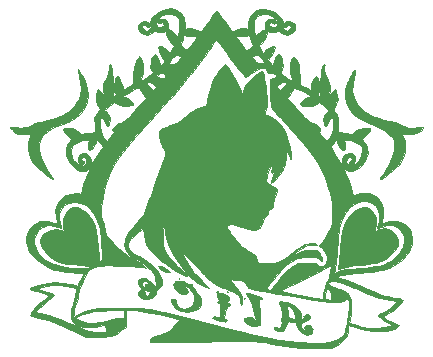
<source format=gbo>
G04 #@! TF.FileFunction,Legend,Bot*
%FSLAX46Y46*%
G04 Gerber Fmt 4.6, Leading zero omitted, Abs format (unit mm)*
G04 Created by KiCad (PCBNEW 4.0.1-stable) date 2016/10/17 21:23:02*
%MOMM*%
G01*
G04 APERTURE LIST*
%ADD10C,0.100000*%
%ADD11C,0.010000*%
%ADD12R,1.750000X1.750000*%
%ADD13C,1.750000*%
%ADD14O,1.906220X3.414980*%
%ADD15C,2.400000*%
%ADD16R,2.127200X2.432000*%
%ADD17O,2.127200X2.432000*%
%ADD18R,2.432000X2.432000*%
%ADD19O,2.432000X2.432000*%
%ADD20R,2.127200X2.127200*%
%ADD21O,2.127200X2.127200*%
%ADD22C,2.432000*%
%ADD23C,1.924000*%
G04 APERTURE END LIST*
D10*
D11*
G36*
X150923559Y-102423934D02*
X150570575Y-102540951D01*
X150228033Y-102713288D01*
X149924523Y-102922376D01*
X149688635Y-103149649D01*
X149548957Y-103376541D01*
X149523210Y-103507687D01*
X149515393Y-103646774D01*
X149471599Y-103659952D01*
X149390115Y-103592942D01*
X149196448Y-103497295D01*
X148954635Y-103476941D01*
X148730403Y-103530793D01*
X148624747Y-103605587D01*
X148516138Y-103823191D01*
X148510393Y-104078823D01*
X148602419Y-104312882D01*
X148693630Y-104411429D01*
X149004811Y-104580439D01*
X149318694Y-104611143D01*
X149614885Y-104504150D01*
X149770510Y-104379265D01*
X149870209Y-104311374D01*
X150002688Y-104309197D01*
X150165739Y-104350703D01*
X150393717Y-104398021D01*
X150560234Y-104371853D01*
X150610401Y-104348253D01*
X150739444Y-104291145D01*
X150793270Y-104285364D01*
X150824935Y-104362098D01*
X150885842Y-104535743D01*
X150943533Y-104709742D01*
X151097369Y-105052447D01*
X151301362Y-105326163D01*
X151317518Y-105341934D01*
X151561583Y-105573840D01*
X151402600Y-105851390D01*
X151301135Y-106026548D01*
X151233155Y-106140253D01*
X151221395Y-106158245D01*
X151167358Y-106127882D01*
X151063841Y-106015108D01*
X151045716Y-105992461D01*
X150893784Y-105844482D01*
X150693229Y-105704449D01*
X150486915Y-105595978D01*
X150317704Y-105542685D01*
X150244246Y-105550881D01*
X150203606Y-105653539D01*
X150225679Y-105840468D01*
X150295717Y-106072702D01*
X150398968Y-106311278D01*
X150520685Y-106517229D01*
X150646117Y-106651593D01*
X150665551Y-106663848D01*
X150731548Y-106716903D01*
X150730413Y-106792554D01*
X150653829Y-106928026D01*
X150583385Y-107031647D01*
X150462244Y-107202417D01*
X150380338Y-107310294D01*
X150361350Y-107329799D01*
X150348652Y-107266471D01*
X150339818Y-107114689D01*
X150306011Y-106958418D01*
X150225657Y-106750902D01*
X150120423Y-106534927D01*
X150011978Y-106353280D01*
X149921990Y-106248746D01*
X149895883Y-106238109D01*
X149806304Y-106303859D01*
X149710905Y-106476059D01*
X149624938Y-106717133D01*
X149563653Y-106989506D01*
X149550445Y-107089175D01*
X149532508Y-107348510D01*
X149550139Y-107505596D01*
X149608952Y-107600630D01*
X149623695Y-107613710D01*
X149720604Y-107732895D01*
X149741548Y-107801099D01*
X149686214Y-107869343D01*
X149542750Y-107992392D01*
X149344960Y-108145562D01*
X149126648Y-108304163D01*
X148921620Y-108443511D01*
X148763680Y-108538918D01*
X148692697Y-108567049D01*
X148700843Y-108510343D01*
X148761062Y-108370051D01*
X148780606Y-108330516D01*
X148856076Y-108102421D01*
X148896959Y-107809808D01*
X148906050Y-107484239D01*
X148886146Y-107157276D01*
X148840042Y-106860483D01*
X148770536Y-106625420D01*
X148680424Y-106483652D01*
X148614577Y-106456447D01*
X148541003Y-106517846D01*
X148434149Y-106679011D01*
X148316837Y-106905396D01*
X148314094Y-106911318D01*
X148214598Y-107142607D01*
X148152362Y-107344609D01*
X148118899Y-107565211D01*
X148105720Y-107852300D01*
X148104012Y-108096567D01*
X148104012Y-108826946D01*
X147194270Y-109278870D01*
X147194270Y-109082808D01*
X147163587Y-108910313D01*
X147085102Y-108689215D01*
X146979165Y-108460918D01*
X146866122Y-108266829D01*
X146766322Y-108148353D01*
X146726214Y-108130372D01*
X146646476Y-108196810D01*
X146574981Y-108370831D01*
X146516728Y-108614493D01*
X146476715Y-108889857D01*
X146459940Y-109158983D01*
X146471401Y-109383931D01*
X146516096Y-109526759D01*
X146539255Y-109549570D01*
X146607799Y-109639407D01*
X146534404Y-109741589D01*
X146484671Y-109775523D01*
X146434689Y-109797316D01*
X146399506Y-109776863D01*
X146376285Y-109693971D01*
X146362190Y-109528448D01*
X146354382Y-109260102D01*
X146350027Y-108868742D01*
X146349614Y-108814233D01*
X146336290Y-108313102D01*
X146305866Y-107876024D01*
X146260967Y-107521062D01*
X146204219Y-107266281D01*
X146138247Y-107129745D01*
X146102133Y-107111461D01*
X146066738Y-107177174D01*
X146032976Y-107346441D01*
X146015172Y-107505210D01*
X145929015Y-107916606D01*
X145743976Y-108364038D01*
X145741924Y-108368047D01*
X145612846Y-108636349D01*
X145544827Y-108842130D01*
X145523855Y-109047580D01*
X145534114Y-109290392D01*
X145566899Y-109743649D01*
X145331314Y-109464661D01*
X145095728Y-109185673D01*
X145026191Y-109367622D01*
X144901458Y-109812205D01*
X144897565Y-110189792D01*
X145015738Y-110516327D01*
X145126364Y-110671872D01*
X145302287Y-110880944D01*
X144775205Y-111660172D01*
X144817994Y-112278796D01*
X144860782Y-112897421D01*
X144444575Y-112909888D01*
X144175962Y-112929855D01*
X143938587Y-112967520D01*
X143836325Y-112995981D01*
X143687484Y-113030050D01*
X143567720Y-112976566D01*
X143472428Y-112883160D01*
X143276321Y-112718001D01*
X143066378Y-112596924D01*
X142870897Y-112539332D01*
X142640446Y-112506640D01*
X142418408Y-112499926D01*
X142248165Y-112520269D01*
X142173099Y-112568748D01*
X142172493Y-112574699D01*
X142219541Y-112738587D01*
X142338685Y-112941059D01*
X142496923Y-113141065D01*
X142661254Y-113297557D01*
X142798677Y-113369486D01*
X142812274Y-113370487D01*
X142839918Y-113415521D01*
X142758452Y-113545852D01*
X142697193Y-113618972D01*
X142459588Y-113962234D01*
X142355673Y-114314953D01*
X142375926Y-114712616D01*
X142387765Y-114772200D01*
X142563746Y-115267338D01*
X142861251Y-115683650D01*
X143128621Y-115916639D01*
X143486913Y-116122866D01*
X143801376Y-116190420D01*
X144072545Y-116119258D01*
X144300959Y-115909341D01*
X144359497Y-115822146D01*
X144487987Y-115497247D01*
X144486008Y-115179304D01*
X144355585Y-114896981D01*
X144288693Y-114820476D01*
X144043258Y-114648178D01*
X143796169Y-114621257D01*
X143571495Y-114721032D01*
X143452019Y-114872012D01*
X143406641Y-115074909D01*
X143426714Y-115289621D01*
X143503590Y-115476046D01*
X143628622Y-115594080D01*
X143763443Y-115611252D01*
X143866435Y-115546217D01*
X143907312Y-115440747D01*
X143874934Y-115353993D01*
X143815366Y-115335530D01*
X143722330Y-115272857D01*
X143700860Y-115148747D01*
X143721836Y-115015668D01*
X143814929Y-114978964D01*
X143901003Y-114984994D01*
X144043794Y-115026212D01*
X144107666Y-115136818D01*
X144124307Y-115249310D01*
X144103886Y-115505186D01*
X143995452Y-115658238D01*
X143816488Y-115705931D01*
X143584482Y-115645726D01*
X143316917Y-115475087D01*
X143210726Y-115381867D01*
X143023697Y-115194886D01*
X142918916Y-115044105D01*
X142867942Y-114871200D01*
X142843055Y-114627868D01*
X142838713Y-114363742D01*
X142860975Y-114142738D01*
X142891017Y-114042822D01*
X143029626Y-113896300D01*
X143265455Y-113749181D01*
X143551834Y-113622845D01*
X143842092Y-113538674D01*
X144040856Y-113516046D01*
X144233483Y-113520968D01*
X144311504Y-113552226D01*
X144305863Y-113634559D01*
X144279681Y-113706975D01*
X144242604Y-113896692D01*
X144250320Y-114105517D01*
X144294556Y-114284008D01*
X144367036Y-114382724D01*
X144393894Y-114389398D01*
X144513709Y-114330419D01*
X144659906Y-114182420D01*
X144798451Y-113988810D01*
X144895307Y-113792996D01*
X144914404Y-113725549D01*
X144966686Y-113590573D01*
X145052989Y-113576178D01*
X145183922Y-113686009D01*
X145329755Y-113868230D01*
X145505983Y-114107094D01*
X145110172Y-114703117D01*
X144624657Y-115505517D01*
X144221521Y-116319425D01*
X143918789Y-117107134D01*
X143846284Y-117346729D01*
X143644556Y-118064756D01*
X143299715Y-118039650D01*
X142803875Y-118064733D01*
X142364712Y-118221171D01*
X141965566Y-118515038D01*
X141946766Y-118533053D01*
X141684991Y-118839747D01*
X141527223Y-119165530D01*
X141469451Y-119534896D01*
X141507664Y-119972337D01*
X141629086Y-120472823D01*
X141673818Y-120624728D01*
X141096507Y-120476407D01*
X140785424Y-120402597D01*
X140566473Y-120370425D01*
X140393335Y-120376604D01*
X140229508Y-120414879D01*
X139781992Y-120617640D01*
X139428640Y-120917324D01*
X139178263Y-121292949D01*
X139039666Y-121723534D01*
X139021659Y-122188097D01*
X139133050Y-122665656D01*
X139209907Y-122843660D01*
X139500997Y-123290776D01*
X139909858Y-123707058D01*
X140409026Y-124071376D01*
X140971037Y-124362597D01*
X141371920Y-124507151D01*
X141623430Y-124565290D01*
X141979549Y-124625862D01*
X142399515Y-124683927D01*
X142842567Y-124734547D01*
X143267942Y-124772781D01*
X143634878Y-124793690D01*
X143756360Y-124796097D01*
X143834785Y-124801958D01*
X143866608Y-124836184D01*
X143846870Y-124925108D01*
X143770613Y-125095064D01*
X143656854Y-125324498D01*
X143533433Y-125570159D01*
X143438141Y-125758214D01*
X143387020Y-125857066D01*
X143382700Y-125864595D01*
X143312806Y-125854162D01*
X143135446Y-125815513D01*
X142884268Y-125756115D01*
X142790802Y-125733206D01*
X142151820Y-125622752D01*
X141477549Y-125589202D01*
X140828256Y-125633436D01*
X140469166Y-125699238D01*
X140120459Y-125793792D01*
X139804506Y-125900337D01*
X139549536Y-126007235D01*
X139383777Y-126102845D01*
X139334098Y-126167300D01*
X139399033Y-126217208D01*
X139564063Y-126266653D01*
X139674767Y-126286995D01*
X139936493Y-126336971D01*
X140223882Y-126408429D01*
X140502067Y-126490412D01*
X140736181Y-126571959D01*
X140891357Y-126642112D01*
X140935244Y-126683185D01*
X140881716Y-126755221D01*
X140741395Y-126885396D01*
X140544939Y-127045308D01*
X140255383Y-127284550D01*
X139974106Y-127544752D01*
X139721897Y-127803343D01*
X139519548Y-128037753D01*
X139387846Y-128225409D01*
X139347584Y-128343742D01*
X139347806Y-128345002D01*
X139398983Y-128424001D01*
X139535405Y-128477136D01*
X139786227Y-128515347D01*
X139807983Y-128517658D01*
X140058837Y-128566532D01*
X140414626Y-128666919D01*
X140848408Y-128808720D01*
X141333243Y-128981834D01*
X141842191Y-129176162D01*
X142348308Y-129381605D01*
X142824656Y-129588063D01*
X143244292Y-129785436D01*
X143396830Y-129863028D01*
X144075321Y-130218208D01*
X144904718Y-130244537D01*
X145539444Y-130238079D01*
X146063561Y-130170026D01*
X146501207Y-130033834D01*
X146876521Y-129822961D01*
X147087280Y-129652949D01*
X147431196Y-129341582D01*
X147436698Y-129236390D01*
X146663005Y-129236390D01*
X146658492Y-129416067D01*
X146646744Y-129483408D01*
X146632686Y-129436533D01*
X146620503Y-129201448D01*
X146622091Y-129179913D01*
X146337771Y-129179913D01*
X146332376Y-129345459D01*
X146309455Y-129608073D01*
X146285316Y-129725881D01*
X146264319Y-129698876D01*
X146250825Y-129527055D01*
X146248498Y-129369818D01*
X146029800Y-129369818D01*
X146018525Y-129581360D01*
X145989609Y-129717760D01*
X145965162Y-129745845D01*
X145931001Y-129681009D01*
X145918155Y-129516645D01*
X145919125Y-129486213D01*
X145738682Y-129486213D01*
X145738682Y-129818625D01*
X145348329Y-129818625D01*
X145028548Y-129803393D01*
X144689018Y-129765131D01*
X144578529Y-129746664D01*
X144358765Y-129687662D01*
X144050288Y-129582139D01*
X143696034Y-129445669D01*
X143378266Y-129311344D01*
X142925615Y-129118852D01*
X142428433Y-128920782D01*
X141913919Y-128726709D01*
X141409271Y-128546210D01*
X140941688Y-128388861D01*
X140538368Y-128264238D01*
X140226509Y-128181917D01*
X140102313Y-128157918D01*
X139734384Y-128103631D01*
X140134671Y-127716447D01*
X140406383Y-127470079D01*
X140713382Y-127215955D01*
X140953439Y-127035032D01*
X141160563Y-126882369D01*
X141310207Y-126758653D01*
X141371703Y-126689353D01*
X141371920Y-126687478D01*
X141312943Y-126585702D01*
X141130636Y-126481014D01*
X140816937Y-126369617D01*
X140522598Y-126287617D01*
X140226304Y-126209834D01*
X140054446Y-126157967D01*
X139990527Y-126121544D01*
X140018046Y-126090089D01*
X140120505Y-126053130D01*
X140142247Y-126046166D01*
X140659492Y-125921574D01*
X141236362Y-125850282D01*
X141827630Y-125833020D01*
X142388070Y-125870515D01*
X142872455Y-125963497D01*
X142990330Y-126000280D01*
X143193429Y-126080163D01*
X143280752Y-126147691D01*
X143277875Y-126225259D01*
X143268672Y-126244048D01*
X143224442Y-126384719D01*
X143183482Y-126609840D01*
X143165033Y-126765175D01*
X143108789Y-127080019D01*
X143010525Y-127409358D01*
X142963399Y-127526074D01*
X142848448Y-127881778D01*
X142802908Y-128256734D01*
X142827028Y-128605795D01*
X142921058Y-128883815D01*
X142955602Y-128937043D01*
X143187192Y-129135321D01*
X143528818Y-129276700D01*
X143955545Y-129358783D01*
X144442440Y-129379170D01*
X144964569Y-129335466D01*
X145496997Y-129225273D01*
X145611318Y-129192391D01*
X145689871Y-129189579D01*
X145727755Y-129264703D01*
X145738558Y-129449107D01*
X145738682Y-129486213D01*
X145919125Y-129486213D01*
X145921442Y-129413539D01*
X145946911Y-129168067D01*
X145978632Y-129054309D01*
X146008150Y-129075677D01*
X146027009Y-129235583D01*
X146029800Y-129369818D01*
X146248498Y-129369818D01*
X146248138Y-129345559D01*
X146257115Y-129126293D01*
X146280270Y-128980857D01*
X146302722Y-128945173D01*
X146328483Y-129010705D01*
X146337771Y-129179913D01*
X146622091Y-129179913D01*
X146632686Y-129036246D01*
X146648552Y-128991095D01*
X146659526Y-129073751D01*
X146663005Y-129236390D01*
X147436698Y-129236390D01*
X147468626Y-128625983D01*
X147484415Y-128324120D01*
X147328824Y-128324120D01*
X147311669Y-128465326D01*
X147264940Y-128578542D01*
X147171434Y-128617152D01*
X146994467Y-128604040D01*
X146746982Y-128608756D01*
X146395118Y-128669386D01*
X146066190Y-128752622D01*
X145755512Y-128838127D01*
X145479537Y-128910128D01*
X145281246Y-128957571D01*
X145229227Y-128967894D01*
X144797448Y-129005506D01*
X144325134Y-128992034D01*
X143889231Y-128931017D01*
X143764821Y-128900583D01*
X143485920Y-128797605D01*
X143319579Y-128681852D01*
X143278248Y-128564449D01*
X143316466Y-128499982D01*
X143409047Y-128447532D01*
X143598694Y-128363428D01*
X143845510Y-128265290D01*
X143861685Y-128259183D01*
X144271050Y-128140748D01*
X144797024Y-128045029D01*
X145411948Y-127975396D01*
X146088165Y-127935219D01*
X146592453Y-127926422D01*
X146908033Y-127928134D01*
X147107644Y-127938340D01*
X147220874Y-127964540D01*
X147277311Y-128014236D01*
X147306541Y-128094926D01*
X147309942Y-128108309D01*
X147328824Y-128324120D01*
X147484415Y-128324120D01*
X147506057Y-127910383D01*
X148272485Y-127962622D01*
X148641291Y-127998330D01*
X149073709Y-128060822D01*
X149585699Y-128153150D01*
X150193219Y-128278365D01*
X150912229Y-128439517D01*
X151542837Y-128587852D01*
X151758367Y-128655176D01*
X151895991Y-128729118D01*
X151924929Y-128772009D01*
X151877096Y-128862850D01*
X151749165Y-129027149D01*
X151564488Y-129235965D01*
X151470058Y-129335745D01*
X151258507Y-129549116D01*
X151086311Y-129698111D01*
X150912030Y-129807059D01*
X150694222Y-129900286D01*
X150391447Y-130002121D01*
X150269198Y-130040702D01*
X149939332Y-130146305D01*
X149724391Y-130224463D01*
X149599865Y-130289496D01*
X149541240Y-130355725D01*
X149524005Y-130437470D01*
X149523210Y-130476531D01*
X149523210Y-130678285D01*
X150815043Y-130649361D01*
X151166203Y-130642509D01*
X151640239Y-130634781D01*
X152214474Y-130626472D01*
X152866231Y-130617872D01*
X153572833Y-130609275D01*
X154311603Y-130600973D01*
X155059862Y-130593258D01*
X155470370Y-130589341D01*
X156294049Y-130582479D01*
X156985126Y-130578593D01*
X157556532Y-130577931D01*
X158021198Y-130580743D01*
X158392056Y-130587276D01*
X158682037Y-130597778D01*
X158904072Y-130612499D01*
X159071092Y-130631686D01*
X159196028Y-130655588D01*
X159218507Y-130661331D01*
X159728947Y-130780620D01*
X160313031Y-130887636D01*
X160947735Y-130980724D01*
X161610037Y-131058230D01*
X162276913Y-131118499D01*
X162925340Y-131159876D01*
X163532295Y-131180705D01*
X164074754Y-131179333D01*
X164529695Y-131154103D01*
X164874094Y-131103362D01*
X164976710Y-131075230D01*
X165265371Y-130937439D01*
X165572037Y-130724878D01*
X165855261Y-130473011D01*
X166073596Y-130217301D01*
X166163757Y-130059539D01*
X166230404Y-129822563D01*
X166262054Y-129557619D01*
X166262465Y-129529845D01*
X166274481Y-129346864D01*
X166304526Y-129244873D01*
X166317049Y-129237219D01*
X166405439Y-129257630D01*
X166601151Y-129312105D01*
X166872475Y-129391611D01*
X167099427Y-129460073D01*
X167753123Y-129621346D01*
X168412748Y-129714289D01*
X169035350Y-129735028D01*
X169564107Y-129682337D01*
X169843865Y-129613824D01*
X170120994Y-129519582D01*
X170362865Y-129414256D01*
X170536849Y-129312489D01*
X170610317Y-129228923D01*
X170609386Y-129213256D01*
X170533430Y-129156821D01*
X170357168Y-129076251D01*
X170132517Y-128993768D01*
X169851287Y-128881821D01*
X169591265Y-128747565D01*
X169446343Y-128649054D01*
X169214169Y-128455227D01*
X169539606Y-128290824D01*
X169864647Y-128105778D01*
X170175786Y-127891688D01*
X170453487Y-127666855D01*
X170678214Y-127449578D01*
X170830432Y-127258157D01*
X170853212Y-127202404D01*
X170410889Y-127202404D01*
X170353822Y-127300267D01*
X170202552Y-127450533D01*
X169986971Y-127629532D01*
X169736972Y-127813594D01*
X169482448Y-127979047D01*
X169307111Y-128076415D01*
X169075318Y-128194286D01*
X168899972Y-128286582D01*
X168816891Y-128334423D01*
X168815521Y-128335560D01*
X168829083Y-128408973D01*
X168941993Y-128531185D01*
X169126719Y-128679659D01*
X169355730Y-128831859D01*
X169560039Y-128945027D01*
X169991510Y-129160636D01*
X169782718Y-129241880D01*
X169310214Y-129367978D01*
X168743649Y-129423895D01*
X168116426Y-129409736D01*
X167461950Y-129325605D01*
X167037086Y-129233279D01*
X166392510Y-129069067D01*
X166438292Y-128807026D01*
X166466135Y-128605881D01*
X166497247Y-128317558D01*
X166525440Y-128000128D01*
X166528535Y-127960183D01*
X166533726Y-127507394D01*
X166531104Y-127485384D01*
X166334733Y-127485384D01*
X166325036Y-127827741D01*
X166296986Y-128190000D01*
X166252319Y-128530914D01*
X166222131Y-128690544D01*
X166153320Y-129012543D01*
X166085542Y-129337779D01*
X166040688Y-129559634D01*
X165977949Y-129805325D01*
X165900744Y-130013134D01*
X165866584Y-130076842D01*
X165685807Y-130247951D01*
X165390096Y-130409381D01*
X165010078Y-130551128D01*
X164576376Y-130663193D01*
X164119616Y-130735574D01*
X163781461Y-130757778D01*
X163592188Y-130753434D01*
X163292588Y-130736830D01*
X162917163Y-130710294D01*
X162500412Y-130676151D01*
X162289484Y-130657155D01*
X161817525Y-130613024D01*
X161400994Y-130572423D01*
X161025190Y-130532381D01*
X160675411Y-130489926D01*
X160336956Y-130442087D01*
X159995124Y-130385893D01*
X159635213Y-130318373D01*
X159242524Y-130236555D01*
X158802354Y-130137469D01*
X158300002Y-130018142D01*
X157720767Y-129875605D01*
X157049948Y-129706884D01*
X156272844Y-129509010D01*
X155374754Y-129279012D01*
X155018052Y-129187534D01*
X154008569Y-128928746D01*
X153127481Y-128703651D01*
X152362178Y-128509811D01*
X151700053Y-128344788D01*
X151128495Y-128206146D01*
X150634898Y-128091445D01*
X150206651Y-127998250D01*
X149831146Y-127924122D01*
X149495774Y-127866623D01*
X149187927Y-127823317D01*
X148894996Y-127791765D01*
X148604371Y-127769530D01*
X148303445Y-127754175D01*
X147979608Y-127743261D01*
X147620251Y-127734351D01*
X147485387Y-127731292D01*
X146896164Y-127722327D01*
X146335304Y-127721976D01*
X145831937Y-127729781D01*
X145415194Y-127745288D01*
X145114205Y-127768039D01*
X145110094Y-127768505D01*
X144686605Y-127838262D01*
X144249220Y-127946960D01*
X143834493Y-128082166D01*
X143478977Y-128231451D01*
X143219225Y-128382383D01*
X143159070Y-128432007D01*
X142998961Y-128582422D01*
X143056775Y-128102193D01*
X143106203Y-127811893D01*
X143175791Y-127546065D01*
X143236510Y-127392071D01*
X143314242Y-127176751D01*
X143366517Y-126905094D01*
X143375731Y-126798281D01*
X143416605Y-126554247D01*
X143511568Y-126220997D01*
X143645722Y-125837490D01*
X143804169Y-125442682D01*
X143972011Y-125075530D01*
X144134350Y-124774992D01*
X144172709Y-124714253D01*
X144393893Y-124486918D01*
X144723775Y-124319806D01*
X145173127Y-124208554D01*
X145530539Y-124164465D01*
X145750390Y-124156786D01*
X146084270Y-124159503D01*
X146501135Y-124171108D01*
X146969943Y-124190094D01*
X147459651Y-124214954D01*
X147939217Y-124244179D01*
X148377596Y-124276263D01*
X148743747Y-124309699D01*
X148904585Y-124328310D01*
X149195702Y-124365945D01*
X148940975Y-124136275D01*
X148733046Y-123979616D01*
X148458682Y-123811954D01*
X148245676Y-123702472D01*
X147931060Y-123536366D01*
X147601148Y-123318244D01*
X147566149Y-123290897D01*
X145408469Y-123290897D01*
X145404377Y-123585090D01*
X145386795Y-123784534D01*
X145358325Y-123861211D01*
X145301319Y-123876834D01*
X145254799Y-123834595D01*
X145215759Y-123718768D01*
X145181194Y-123513627D01*
X145148096Y-123203447D01*
X145113458Y-122772502D01*
X145091950Y-122467908D01*
X145030042Y-121790403D01*
X144940590Y-121233646D01*
X144814841Y-120774045D01*
X144644042Y-120388007D01*
X144419441Y-120051941D01*
X144132286Y-119742254D01*
X144053958Y-119670015D01*
X143669143Y-119385384D01*
X143307450Y-119243946D01*
X142969434Y-119245755D01*
X142655651Y-119390866D01*
X142507071Y-119518125D01*
X142266635Y-119856352D01*
X142132036Y-120264477D01*
X142112309Y-120703692D01*
X142165149Y-120986712D01*
X142230584Y-121214870D01*
X141967627Y-121142264D01*
X141540720Y-121084179D01*
X141129556Y-121136847D01*
X140763624Y-121288655D01*
X140472415Y-121527988D01*
X140303005Y-121797863D01*
X140232502Y-122092869D01*
X140273871Y-122399969D01*
X140432316Y-122747652D01*
X140495655Y-122851880D01*
X140830141Y-123264396D01*
X141259219Y-123590042D01*
X141791367Y-123832890D01*
X142435064Y-123997015D01*
X143040897Y-124074782D01*
X143514151Y-124115664D01*
X143859441Y-124149594D01*
X144093982Y-124180165D01*
X144234985Y-124210969D01*
X144299664Y-124245601D01*
X144305233Y-124287651D01*
X144275811Y-124332558D01*
X144153935Y-124386186D01*
X143901517Y-124408336D01*
X143515731Y-124398931D01*
X142993750Y-124357896D01*
X142332747Y-124285154D01*
X142281662Y-124278930D01*
X141679742Y-124148781D01*
X141091421Y-123917995D01*
X140567506Y-123608547D01*
X140368694Y-123451579D01*
X140045947Y-123096092D01*
X139830610Y-122700774D01*
X139721913Y-122288294D01*
X139719091Y-121881322D01*
X139821374Y-121502529D01*
X140027996Y-121174585D01*
X140338190Y-120920161D01*
X140456458Y-120859217D01*
X140754672Y-120755866D01*
X141045687Y-120735276D01*
X141379611Y-120797650D01*
X141589481Y-120863851D01*
X141806303Y-120935245D01*
X141957935Y-120978661D01*
X142005293Y-120985443D01*
X141995548Y-120912996D01*
X141952802Y-120745431D01*
X141915096Y-120615266D01*
X141819843Y-120159897D01*
X141835438Y-119770421D01*
X141963807Y-119416181D01*
X141993685Y-119362862D01*
X142258309Y-119043439D01*
X142608144Y-118841738D01*
X143041755Y-118758519D01*
X143137826Y-118756160D01*
X143614212Y-118825838D01*
X144049818Y-119030882D01*
X144438619Y-119365310D01*
X144774588Y-119823140D01*
X145051699Y-120398391D01*
X145184413Y-120787962D01*
X145233077Y-121008936D01*
X145278670Y-121319276D01*
X145319704Y-121692681D01*
X145354689Y-122102847D01*
X145382137Y-122523473D01*
X145400560Y-122928257D01*
X145408469Y-123290897D01*
X147566149Y-123290897D01*
X147234533Y-123031791D01*
X146809809Y-122660693D01*
X146491652Y-122365618D01*
X146085028Y-121937560D01*
X145814447Y-121549612D01*
X145680972Y-121203461D01*
X145665903Y-121056759D01*
X145642875Y-120892725D01*
X145581948Y-120641302D01*
X145495357Y-120351756D01*
X145477303Y-120297359D01*
X145378266Y-119978380D01*
X145328623Y-119728082D01*
X145319859Y-119481601D01*
X145337567Y-119233058D01*
X145398418Y-118809184D01*
X145502283Y-118298513D01*
X145636813Y-117748866D01*
X145789660Y-117208066D01*
X145948477Y-116723935D01*
X146059236Y-116438128D01*
X146401074Y-115753412D01*
X146872140Y-115002810D01*
X147472095Y-114186770D01*
X148200604Y-113305740D01*
X149057328Y-112360168D01*
X149377651Y-112024166D01*
X149935762Y-111432622D01*
X150527291Y-110782117D01*
X151137976Y-110089985D01*
X151250560Y-109958955D01*
X149165296Y-109958955D01*
X148209041Y-111009707D01*
X147871383Y-111377915D01*
X147613901Y-111650261D01*
X147421098Y-111840578D01*
X147277475Y-111962702D01*
X147167535Y-112030468D01*
X147075779Y-112057710D01*
X147031978Y-112060458D01*
X146830540Y-112107175D01*
X146623654Y-112261801D01*
X146566044Y-112320368D01*
X146394068Y-112533029D01*
X146326634Y-112689183D01*
X146367468Y-112775445D01*
X146435730Y-112788252D01*
X146461427Y-112834838D01*
X146376980Y-112974950D01*
X146217392Y-113169094D01*
X146050405Y-113369515D01*
X145929892Y-113532297D01*
X145881354Y-113622925D01*
X145881283Y-113623965D01*
X145847056Y-113649545D01*
X145764372Y-113575408D01*
X145653036Y-113430401D01*
X145532851Y-113243368D01*
X145423621Y-113043153D01*
X145345150Y-112858602D01*
X145335925Y-112829627D01*
X145239722Y-112353514D01*
X145252601Y-111905200D01*
X145273439Y-111784815D01*
X145317650Y-111563756D01*
X145518347Y-111793912D01*
X145659996Y-111981331D01*
X145758203Y-112155821D01*
X145770157Y-112187822D01*
X145843725Y-112325614D01*
X145926459Y-112341387D01*
X146004330Y-112256823D01*
X146063309Y-112093603D01*
X146089365Y-111873406D01*
X146081613Y-111706501D01*
X146016243Y-111429244D01*
X145878016Y-111232462D01*
X145845713Y-111203195D01*
X145647306Y-111032533D01*
X145856748Y-110812052D01*
X146049096Y-110627135D01*
X146246369Y-110462537D01*
X146271014Y-110444373D01*
X146475838Y-110297176D01*
X146634911Y-110443166D01*
X146915704Y-110602722D01*
X147302269Y-110664000D01*
X147674890Y-110643466D01*
X147927848Y-110596503D01*
X148050429Y-110532428D01*
X148067622Y-110486990D01*
X148007044Y-110348867D01*
X147847923Y-110181104D01*
X147624178Y-110014404D01*
X147422217Y-109902799D01*
X147157880Y-109779179D01*
X147838835Y-109427841D01*
X148174874Y-109256620D01*
X148403217Y-109148152D01*
X148544330Y-109096185D01*
X148618680Y-109094468D01*
X148646733Y-109136747D01*
X148649857Y-109180099D01*
X148691624Y-109291180D01*
X148799510Y-109470144D01*
X148907577Y-109621324D01*
X149165296Y-109958955D01*
X151250560Y-109958955D01*
X151753551Y-109373557D01*
X152050940Y-109018676D01*
X149991537Y-109018676D01*
X149959141Y-109108011D01*
X149915650Y-109168679D01*
X149793651Y-109331232D01*
X149494677Y-109040115D01*
X149329366Y-108869994D01*
X149259795Y-108764573D01*
X149271043Y-108693992D01*
X149304871Y-108660337D01*
X149426707Y-108586727D01*
X149543988Y-108596304D01*
X149697033Y-108699552D01*
X149798624Y-108788721D01*
X149942850Y-108927893D01*
X149991537Y-109018676D01*
X152050940Y-109018676D01*
X152359753Y-108650164D01*
X152914444Y-107971255D01*
X150820917Y-107971255D01*
X150783647Y-108086953D01*
X150746565Y-108168193D01*
X150651933Y-108304121D01*
X150527369Y-108319958D01*
X150510032Y-108315424D01*
X150320220Y-108265942D01*
X150164253Y-108229537D01*
X149968333Y-108186646D01*
X150164253Y-108022476D01*
X150374249Y-107901388D01*
X150596705Y-107893430D01*
X150767251Y-107922603D01*
X150820917Y-107971255D01*
X152914444Y-107971255D01*
X152942318Y-107937140D01*
X153486982Y-107251816D01*
X153979481Y-106611523D01*
X154122136Y-106418022D01*
X152197933Y-106418022D01*
X152167280Y-106477748D01*
X152069059Y-106617150D01*
X151965107Y-106753711D01*
X151806447Y-106941508D01*
X151674358Y-107039028D01*
X151514589Y-107077049D01*
X151382790Y-107084111D01*
X151186183Y-107083752D01*
X151067487Y-107072492D01*
X151051576Y-107064026D01*
X151091617Y-106995024D01*
X151195681Y-106845081D01*
X151315726Y-106681084D01*
X151467854Y-106485745D01*
X151579786Y-106384146D01*
X151695818Y-106351499D01*
X151860247Y-106363018D01*
X151879766Y-106365480D01*
X152069876Y-106392314D01*
X152184915Y-106413504D01*
X152197933Y-106418022D01*
X154122136Y-106418022D01*
X154405550Y-106033595D01*
X154750926Y-105535363D01*
X154873125Y-105346692D01*
X154997756Y-105158686D01*
X155092128Y-105034256D01*
X155127221Y-105003700D01*
X155180231Y-105060943D01*
X155298522Y-105215291D01*
X155465064Y-105443802D01*
X155662821Y-105723535D01*
X155680956Y-105749559D01*
X155942783Y-106118732D01*
X156226052Y-106506218D01*
X156516209Y-106893361D01*
X156798701Y-107261505D01*
X157058973Y-107591995D01*
X157282472Y-107866175D01*
X157454645Y-108065387D01*
X157560936Y-108170977D01*
X157578438Y-108181863D01*
X157675788Y-108156310D01*
X157850678Y-108056481D01*
X158069590Y-107902197D01*
X158128081Y-107856798D01*
X158402883Y-107654118D01*
X158622889Y-107533402D01*
X158834263Y-107471756D01*
X158932578Y-107457863D01*
X159144254Y-107440687D01*
X159261435Y-107465128D01*
X159334086Y-107554955D01*
X159387143Y-107674107D01*
X159469044Y-107839075D01*
X159560415Y-107898848D01*
X159716284Y-107886475D01*
X159734986Y-107883021D01*
X159934945Y-107873805D01*
X160084828Y-107956541D01*
X160134384Y-108005648D01*
X160292168Y-108173601D01*
X159958855Y-108262749D01*
X159625542Y-108351896D01*
X159676353Y-109532968D01*
X159703544Y-110033982D01*
X159736926Y-110430230D01*
X159775067Y-110708391D01*
X159816532Y-110855147D01*
X159819168Y-110859599D01*
X159895539Y-110954038D01*
X160056769Y-111135358D01*
X160286521Y-111385812D01*
X160568460Y-111687655D01*
X160886250Y-112023139D01*
X160995301Y-112137264D01*
X161797168Y-112999034D01*
X162484253Y-113791572D01*
X163063745Y-114525080D01*
X163542837Y-115209758D01*
X163928719Y-115855809D01*
X164228583Y-116473434D01*
X164429579Y-117009455D01*
X164606016Y-117577562D01*
X164734550Y-118050554D01*
X164822277Y-118468084D01*
X164876289Y-118869807D01*
X164903681Y-119295376D01*
X164911318Y-119702292D01*
X164911766Y-120102519D01*
X164905126Y-120391880D01*
X164886165Y-120605055D01*
X164849650Y-120776725D01*
X164790347Y-120941571D01*
X164703025Y-121134273D01*
X164691615Y-121158384D01*
X164519510Y-121475066D01*
X164301440Y-121814625D01*
X164126031Y-122050799D01*
X163784878Y-122469644D01*
X164044867Y-122697918D01*
X164322964Y-123007258D01*
X164481511Y-123331291D01*
X164515598Y-123649692D01*
X164420316Y-123942133D01*
X164364919Y-124022850D01*
X164161750Y-124179930D01*
X163919019Y-124205249D01*
X163661806Y-124097467D01*
X163614828Y-124062981D01*
X163493654Y-123986389D01*
X163343744Y-123939965D01*
X163126841Y-123916605D01*
X162804691Y-123909206D01*
X162786245Y-123909131D01*
X162467263Y-123917934D01*
X162179036Y-123943298D01*
X161971400Y-123980325D01*
X161932092Y-123993048D01*
X161600615Y-124172852D01*
X161236916Y-124452691D01*
X160875052Y-124803006D01*
X160550996Y-125191649D01*
X160339121Y-125469667D01*
X160124405Y-125737479D01*
X159945181Y-125947617D01*
X159906497Y-125989742D01*
X159748579Y-126145839D01*
X159638873Y-126208933D01*
X159532443Y-126197873D01*
X159470883Y-126172469D01*
X159286734Y-126088565D01*
X159469714Y-125897578D01*
X159588418Y-125761396D01*
X159767379Y-125541369D01*
X159980122Y-125270548D01*
X160153733Y-125043651D01*
X160645699Y-124460596D01*
X161143178Y-124010320D01*
X161660521Y-123680315D01*
X161790272Y-123617143D01*
X161981957Y-123539698D01*
X162177188Y-123490350D01*
X162416709Y-123463217D01*
X162741266Y-123452421D01*
X162939423Y-123451315D01*
X163291121Y-123453352D01*
X163527424Y-123463476D01*
X163678467Y-123487022D01*
X163774388Y-123529324D01*
X163845323Y-123595718D01*
X163860831Y-123614411D01*
X163987536Y-123748967D01*
X164055783Y-123756354D01*
X164078734Y-123636118D01*
X164079084Y-123606908D01*
X164037419Y-123449297D01*
X163931522Y-123241538D01*
X163860289Y-123133842D01*
X163711954Y-122949552D01*
X163579333Y-122857771D01*
X163405582Y-122824822D01*
X163332638Y-122821225D01*
X162944395Y-122819112D01*
X162639635Y-122851588D01*
X162358054Y-122930623D01*
X162039345Y-123068187D01*
X162004871Y-123084771D01*
X161495416Y-123331339D01*
X161822923Y-123045590D01*
X162087295Y-122842081D01*
X162390326Y-122646714D01*
X162533346Y-122568542D01*
X162800991Y-122452156D01*
X163032977Y-122404764D01*
X163311583Y-122410049D01*
X163326467Y-122411258D01*
X163551668Y-122426686D01*
X163653506Y-122420547D01*
X163653288Y-122387346D01*
X163598565Y-122341076D01*
X163441948Y-122277052D01*
X163191575Y-122263506D01*
X163037127Y-122273151D01*
X162804332Y-122304896D01*
X162593033Y-122366960D01*
X162376260Y-122474506D01*
X162127041Y-122642698D01*
X161818406Y-122886697D01*
X161562657Y-123102099D01*
X161118601Y-123434268D01*
X160648177Y-123705909D01*
X160512894Y-123768493D01*
X160229710Y-123884781D01*
X160006823Y-123953037D01*
X159785832Y-123983747D01*
X159508337Y-123987398D01*
X159323269Y-123982117D01*
X158679489Y-123959885D01*
X158584200Y-123682145D01*
X158485832Y-123449131D01*
X158354184Y-123268442D01*
X158156317Y-123106954D01*
X157859293Y-122931544D01*
X157813147Y-122906773D01*
X157649510Y-122795415D01*
X152143267Y-122795415D01*
X152106877Y-122831805D01*
X152070488Y-122795415D01*
X152106877Y-122759026D01*
X152143267Y-122795415D01*
X157649510Y-122795415D01*
X157312249Y-122565903D01*
X156831539Y-122091836D01*
X156382987Y-121496703D01*
X156311210Y-121385027D01*
X156260790Y-121303438D01*
X151762485Y-121303438D01*
X151754897Y-121435847D01*
X151736005Y-121451452D01*
X151729201Y-121430802D01*
X151717883Y-121246217D01*
X151729201Y-121176074D01*
X151750296Y-121153424D01*
X151761781Y-121254059D01*
X151762485Y-121303438D01*
X156260790Y-121303438D01*
X156150980Y-121125750D01*
X156060872Y-120960141D01*
X156031889Y-120859687D01*
X156055036Y-120795877D01*
X156110270Y-120748208D01*
X156282446Y-120664603D01*
X156485120Y-120664437D01*
X156760984Y-120748216D01*
X156781479Y-120756192D01*
X156980155Y-120822922D01*
X157259892Y-120902906D01*
X157579736Y-120986086D01*
X157898732Y-121062402D01*
X158175926Y-121121798D01*
X158370362Y-121154213D01*
X158414904Y-121157370D01*
X158602696Y-121096523D01*
X158789924Y-120943731D01*
X158931995Y-120745787D01*
X158984528Y-120559574D01*
X159030117Y-120359877D01*
X159181665Y-120155067D01*
X159246627Y-120090912D01*
X159412943Y-119909936D01*
X159474323Y-119767612D01*
X159467403Y-119679075D01*
X159465853Y-119554670D01*
X159555103Y-119453082D01*
X159681290Y-119376989D01*
X159846680Y-119270750D01*
X159905515Y-119167682D01*
X159895272Y-119051841D01*
X159906458Y-118834695D01*
X160009299Y-118541305D01*
X160028210Y-118500834D01*
X160187792Y-118129686D01*
X160257672Y-117856973D01*
X160237146Y-117665952D01*
X160125513Y-117539879D01*
X159985321Y-117479003D01*
X159821345Y-117403225D01*
X159621497Y-117278203D01*
X159576461Y-117245552D01*
X159423907Y-117117363D01*
X159362132Y-116999053D01*
X159364601Y-116824952D01*
X159374699Y-116746197D01*
X159428018Y-116503941D01*
X159520815Y-116206156D01*
X159602880Y-115991192D01*
X159713787Y-115711013D01*
X159809847Y-115439636D01*
X159858097Y-115279940D01*
X159893157Y-115157988D01*
X159909776Y-115147260D01*
X159909912Y-115259090D01*
X159895917Y-115498881D01*
X159867851Y-115773420D01*
X159826646Y-116005775D01*
X159785316Y-116135701D01*
X159755770Y-116251190D01*
X159810651Y-116286611D01*
X159914337Y-116244212D01*
X160031206Y-116126240D01*
X160035702Y-116119909D01*
X160112510Y-116018698D01*
X160140082Y-116009471D01*
X160115913Y-116102988D01*
X160037504Y-116310008D01*
X159930040Y-116574280D01*
X159831905Y-116827835D01*
X159767100Y-117026314D01*
X159746643Y-117134901D01*
X159749769Y-117143942D01*
X159826765Y-117127662D01*
X159964085Y-117016905D01*
X160139530Y-116837099D01*
X160330903Y-116613674D01*
X160516006Y-116372058D01*
X160672641Y-116137682D01*
X160750545Y-115997487D01*
X160859650Y-115763301D01*
X160927861Y-115566153D01*
X160964822Y-115357266D01*
X160980174Y-115087864D01*
X160983296Y-114820078D01*
X160987057Y-114498547D01*
X160997349Y-114304729D01*
X161017081Y-114220821D01*
X161049163Y-114229020D01*
X161073653Y-114267290D01*
X161140535Y-114429564D01*
X161213552Y-114667057D01*
X161248988Y-114807880D01*
X161321694Y-115063819D01*
X161384077Y-115178349D01*
X161428252Y-115155597D01*
X161446334Y-114999691D01*
X161430440Y-114714759D01*
X161430257Y-114712970D01*
X161339490Y-114165987D01*
X161291207Y-113989112D01*
X160949571Y-113989112D01*
X160913181Y-114025501D01*
X160876791Y-113989112D01*
X160913181Y-113952722D01*
X160949571Y-113989112D01*
X161291207Y-113989112D01*
X161184500Y-113598220D01*
X160980352Y-113048904D01*
X160742108Y-112557276D01*
X160484831Y-112162573D01*
X160422056Y-112086774D01*
X160185494Y-111855748D01*
X159913533Y-111649253D01*
X159645648Y-111492677D01*
X159421311Y-111411410D01*
X159362779Y-111405444D01*
X159237589Y-111381619D01*
X159229349Y-111296286D01*
X159232780Y-111286904D01*
X159278194Y-111144948D01*
X159337527Y-110931136D01*
X159358558Y-110849505D01*
X159391307Y-110616087D01*
X159399663Y-110297913D01*
X159386813Y-109919950D01*
X159355947Y-109507163D01*
X159310253Y-109084517D01*
X159252920Y-108676980D01*
X159187138Y-108309516D01*
X159116094Y-108007092D01*
X159042977Y-107794674D01*
X158970976Y-107697226D01*
X158955484Y-107693696D01*
X158795240Y-107751030D01*
X158554151Y-107919796D01*
X158238924Y-108195139D01*
X158161476Y-108268401D01*
X157816360Y-108638757D01*
X157578393Y-108996757D01*
X157419718Y-109384455D01*
X157417645Y-109391215D01*
X157324895Y-109695129D01*
X157203775Y-109404011D01*
X157023747Y-108996146D01*
X156819338Y-108573310D01*
X156607197Y-108166452D01*
X156403973Y-107806520D01*
X156226316Y-107524463D01*
X156110742Y-107372266D01*
X155855029Y-107087226D01*
X155559789Y-107407029D01*
X155352489Y-107647404D01*
X155151138Y-107905882D01*
X155062969Y-108031162D01*
X154926431Y-108286050D01*
X154778556Y-108641000D01*
X154633518Y-109052765D01*
X154505491Y-109478103D01*
X154408651Y-109873768D01*
X154358761Y-110179601D01*
X154328366Y-110416983D01*
X154283941Y-110548386D01*
X154205182Y-110613252D01*
X154122116Y-110639369D01*
X153784539Y-110756854D01*
X153390405Y-110946960D01*
X152988657Y-111182025D01*
X152628236Y-111434386D01*
X152450446Y-111584203D01*
X152228267Y-111776661D01*
X152011297Y-111927820D01*
X151757835Y-112061294D01*
X151426179Y-112200697D01*
X151228906Y-112275925D01*
X150905322Y-112404163D01*
X150628260Y-112527371D01*
X150429026Y-112630762D01*
X150341977Y-112694851D01*
X150256875Y-112920144D01*
X150258156Y-113233522D01*
X150342621Y-113608341D01*
X150498768Y-114000761D01*
X150624322Y-114250578D01*
X150733569Y-114446295D01*
X150806535Y-114552633D01*
X150815656Y-114560480D01*
X150812966Y-114639018D01*
X150763204Y-114832837D01*
X150672697Y-115121810D01*
X150547774Y-115485809D01*
X150394765Y-115904707D01*
X150383872Y-115933692D01*
X150185671Y-116468413D01*
X149966881Y-117072366D01*
X149748025Y-117688049D01*
X149549627Y-118257963D01*
X149454392Y-118537822D01*
X149025818Y-119811461D01*
X148516898Y-120357306D01*
X148122904Y-120790163D01*
X147824659Y-121145881D01*
X147610004Y-121445015D01*
X147466779Y-121708115D01*
X147382826Y-121955734D01*
X147345985Y-122208424D01*
X147341427Y-122344159D01*
X147391686Y-122729414D01*
X147553128Y-123053346D01*
X147835977Y-123328718D01*
X148250461Y-123568291D01*
X148362481Y-123618384D01*
X148642159Y-123771660D01*
X148958348Y-123996656D01*
X149274515Y-124261632D01*
X149554124Y-124534853D01*
X149760641Y-124784580D01*
X149823457Y-124887523D01*
X149908753Y-125114657D01*
X149965474Y-125380865D01*
X149988809Y-125639526D01*
X149973949Y-125844021D01*
X149931727Y-125936916D01*
X149858298Y-125936165D01*
X149829515Y-125888539D01*
X149728949Y-125727825D01*
X149681707Y-125677500D01*
X149364992Y-125677500D01*
X149260163Y-125712195D01*
X149213897Y-125712369D01*
X149089578Y-125739823D01*
X149066132Y-125858797D01*
X149066984Y-125867540D01*
X149044148Y-125977531D01*
X148967795Y-125986777D01*
X148877646Y-125906309D01*
X148827096Y-125800920D01*
X148827844Y-125621490D01*
X148932706Y-125505310D01*
X149104126Y-125482222D01*
X149193014Y-125510174D01*
X149341917Y-125603455D01*
X149364992Y-125677500D01*
X149681707Y-125677500D01*
X149548723Y-125535839D01*
X149335214Y-125354115D01*
X149134801Y-125224189D01*
X149050275Y-125190664D01*
X148790527Y-125182713D01*
X148590820Y-125280710D01*
X148473674Y-125454905D01*
X148461610Y-125675544D01*
X148541213Y-125863164D01*
X148678005Y-126000481D01*
X148884882Y-126135267D01*
X149113285Y-126243541D01*
X149314656Y-126301321D01*
X149419344Y-126296861D01*
X149505077Y-126314365D01*
X149523210Y-126404574D01*
X149493411Y-126506357D01*
X149439185Y-126500213D01*
X149389879Y-126491105D01*
X149412120Y-126540445D01*
X149412146Y-126653257D01*
X149368780Y-126696134D01*
X149214907Y-126756988D01*
X149135054Y-126693109D01*
X149120054Y-126565793D01*
X149067730Y-126376891D01*
X148927753Y-126258895D01*
X148779388Y-126190047D01*
X148675397Y-126209404D01*
X148582051Y-126284324D01*
X148454825Y-126445594D01*
X148459250Y-126600157D01*
X148597220Y-126776563D01*
X148615834Y-126794100D01*
X148905729Y-126969456D01*
X149240128Y-127020747D01*
X149550105Y-126952497D01*
X149754169Y-126828908D01*
X149919700Y-126662223D01*
X150013547Y-126492477D01*
X150017305Y-126388304D01*
X150049549Y-126292198D01*
X150164247Y-126146121D01*
X150246996Y-126064039D01*
X150408216Y-125897762D01*
X150480918Y-125748557D01*
X150494850Y-125548639D01*
X150493429Y-125502477D01*
X150440862Y-125172345D01*
X150299611Y-124850398D01*
X150055383Y-124511631D01*
X149728972Y-124165092D01*
X149268003Y-123777318D01*
X148719657Y-123438130D01*
X148591564Y-123371284D01*
X148190936Y-123153232D01*
X147911840Y-122962729D01*
X147737129Y-122783112D01*
X147649652Y-122597717D01*
X147630946Y-122437897D01*
X147647849Y-122273599D01*
X147710153Y-122117669D01*
X147835248Y-121946828D01*
X148040525Y-121737798D01*
X148343376Y-121467302D01*
X148379060Y-121436524D01*
X148900071Y-120988103D01*
X148994430Y-121596171D01*
X149074577Y-121988136D01*
X149179609Y-122322423D01*
X149262752Y-122499827D01*
X149451566Y-122760240D01*
X149734310Y-123073811D01*
X150082878Y-123414354D01*
X150469168Y-123755682D01*
X150865077Y-124071611D01*
X151212559Y-124316611D01*
X151533855Y-124516851D01*
X151853824Y-124700577D01*
X152148959Y-124856155D01*
X152395756Y-124971950D01*
X152570708Y-125036330D01*
X152650312Y-125037661D01*
X152652722Y-125029396D01*
X152603143Y-124961794D01*
X152466230Y-124811949D01*
X152259716Y-124598351D01*
X152001336Y-124339491D01*
X151826442Y-124167855D01*
X151427174Y-123766222D01*
X151130790Y-123437559D01*
X150924372Y-123166647D01*
X150809837Y-122970063D01*
X150630788Y-122444349D01*
X150565429Y-121862255D01*
X150617426Y-121262705D01*
X150639093Y-121157880D01*
X150745843Y-120684814D01*
X150753151Y-121018874D01*
X150793183Y-121395398D01*
X150889075Y-121843195D01*
X151025673Y-122306474D01*
X151187821Y-122729448D01*
X151258359Y-122878641D01*
X151552899Y-123389094D01*
X151937027Y-123948383D01*
X152383512Y-124518508D01*
X152675374Y-124855948D01*
X152970953Y-125177357D01*
X153206248Y-125409696D01*
X153412918Y-125576739D01*
X153622623Y-125702258D01*
X153867024Y-125810027D01*
X154024988Y-125869362D01*
X154506193Y-126044030D01*
X154070021Y-125620582D01*
X153620497Y-125169456D01*
X153261969Y-124772258D01*
X152968455Y-124396293D01*
X152713973Y-124008864D01*
X152525359Y-123676748D01*
X152330239Y-123308635D01*
X152207606Y-123063754D01*
X152156568Y-122939626D01*
X152176236Y-122933771D01*
X152265720Y-123043711D01*
X152329743Y-123132009D01*
X152476866Y-123305250D01*
X152696212Y-123524825D01*
X152944777Y-123748137D01*
X152989960Y-123785986D01*
X153230011Y-123997423D01*
X153439894Y-124205123D01*
X153581408Y-124370744D01*
X153599900Y-124398253D01*
X153710349Y-124543026D01*
X153896926Y-124753606D01*
X154129249Y-124996592D01*
X154280373Y-125146382D01*
X154658650Y-125481670D01*
X155041339Y-125746805D01*
X155471670Y-125966583D01*
X155992876Y-126165799D01*
X156146132Y-126216488D01*
X156599709Y-126407093D01*
X156918058Y-126644320D01*
X157105166Y-126932283D01*
X157165043Y-127267732D01*
X157185808Y-127422590D01*
X157235952Y-127489612D01*
X157237823Y-127489685D01*
X157283078Y-127425450D01*
X157305735Y-127263428D01*
X157305687Y-127049643D01*
X157282830Y-126830116D01*
X157239725Y-126657726D01*
X157158485Y-126501729D01*
X157018692Y-126284000D01*
X156878329Y-126088947D01*
X156702626Y-125857752D01*
X156541939Y-125646400D01*
X156449313Y-125524642D01*
X156310816Y-125342693D01*
X156764819Y-125345007D01*
X157032475Y-125355071D01*
X157211815Y-125394007D01*
X157359687Y-125479992D01*
X157464855Y-125568816D01*
X157619519Y-125725251D01*
X157718967Y-125858061D01*
X157734282Y-125894010D01*
X157786728Y-126020083D01*
X157807061Y-126045922D01*
X157896634Y-126075804D01*
X158123482Y-126127929D01*
X158481222Y-126201100D01*
X158963471Y-126294118D01*
X159563845Y-126405786D01*
X160275960Y-126534906D01*
X161093433Y-126680280D01*
X162009881Y-126840711D01*
X162441548Y-126915540D01*
X163323678Y-127058839D01*
X164073102Y-127160251D01*
X164696427Y-127220067D01*
X165200260Y-127238578D01*
X165591209Y-127216078D01*
X165875880Y-127152856D01*
X166030408Y-127073991D01*
X166117220Y-127016619D01*
X165316333Y-127016619D01*
X165279943Y-127053008D01*
X165243553Y-127016619D01*
X165279943Y-126980229D01*
X165316333Y-127016619D01*
X166117220Y-127016619D01*
X166178243Y-126976291D01*
X166254636Y-126967446D01*
X166292137Y-127025359D01*
X166324345Y-127204174D01*
X166334733Y-127485384D01*
X166531104Y-127485384D01*
X166484029Y-127090289D01*
X166432876Y-126907450D01*
X165668738Y-126907450D01*
X165657301Y-127010770D01*
X165632029Y-126998424D01*
X165622417Y-126849419D01*
X165632029Y-126816476D01*
X165658593Y-126807333D01*
X165668738Y-126907450D01*
X166432876Y-126907450D01*
X166386411Y-126741374D01*
X166347078Y-126670917D01*
X165089552Y-126670917D01*
X165084282Y-126884326D01*
X165061696Y-127023013D01*
X165039829Y-127053008D01*
X165008632Y-126989218D01*
X165003818Y-126830888D01*
X165007635Y-126780086D01*
X165021469Y-126655532D01*
X164806877Y-126655532D01*
X164806877Y-127062231D01*
X164333811Y-127016619D01*
X164353910Y-126584103D01*
X164368385Y-126350010D01*
X164385460Y-126183338D01*
X164398401Y-126127196D01*
X164475854Y-126132287D01*
X164614835Y-126175818D01*
X164725224Y-126231252D01*
X164782671Y-126317453D01*
X164804151Y-126476826D01*
X164806877Y-126655532D01*
X165021469Y-126655532D01*
X165036455Y-126520610D01*
X165059643Y-126405215D01*
X165076891Y-126434310D01*
X165087892Y-126608306D01*
X165089552Y-126670917D01*
X166347078Y-126670917D01*
X166296291Y-126579943D01*
X165753009Y-126579943D01*
X165716619Y-126616332D01*
X165680230Y-126579943D01*
X165716619Y-126543553D01*
X165753009Y-126579943D01*
X166296291Y-126579943D01*
X166247840Y-126493155D01*
X166204329Y-126447636D01*
X166077161Y-126371098D01*
X165850556Y-126269143D01*
X165564261Y-126158959D01*
X165426076Y-126111113D01*
X165123678Y-125999886D01*
X164861320Y-125884833D01*
X164679747Y-125784579D01*
X164635916Y-125749924D01*
X164489713Y-125603721D01*
X164702880Y-125522002D01*
X164845020Y-125482548D01*
X165007209Y-125473332D01*
X165207594Y-125499175D01*
X165464321Y-125564900D01*
X165795536Y-125675329D01*
X166219386Y-125835282D01*
X166754018Y-126049583D01*
X166875830Y-126099387D01*
X167472347Y-126343156D01*
X167954077Y-126537490D01*
X168340590Y-126688950D01*
X168651455Y-126804097D01*
X168906242Y-126889494D01*
X169124520Y-126951702D01*
X169325859Y-126997282D01*
X169529828Y-127032797D01*
X169754618Y-127064623D01*
X170042520Y-127108095D01*
X170266167Y-127151651D01*
X170393435Y-127188545D01*
X170410889Y-127202404D01*
X170853212Y-127202404D01*
X170890605Y-127110891D01*
X170869111Y-127045443D01*
X170770632Y-127004141D01*
X170564797Y-126951247D01*
X170288365Y-126895633D01*
X170151112Y-126872145D01*
X169869721Y-126823358D01*
X169612845Y-126769374D01*
X169359053Y-126702612D01*
X169086918Y-126615493D01*
X168775009Y-126500437D01*
X168401899Y-126349864D01*
X167946157Y-126156193D01*
X167386355Y-125911845D01*
X167182812Y-125822186D01*
X166618284Y-125577020D01*
X166166041Y-125391555D01*
X165807697Y-125261362D01*
X165524867Y-125182012D01*
X165299165Y-125149074D01*
X165112207Y-125158119D01*
X164945607Y-125204718D01*
X164833474Y-125256160D01*
X164649142Y-125371715D01*
X164514405Y-125489885D01*
X164397733Y-125690176D01*
X164287220Y-125978543D01*
X164200413Y-126297952D01*
X164154862Y-126591365D01*
X164151863Y-126668123D01*
X164131833Y-126886956D01*
X164073977Y-126977623D01*
X164060889Y-126979468D01*
X163950140Y-126966323D01*
X163725551Y-126930577D01*
X163410603Y-126876610D01*
X163028775Y-126808798D01*
X162603550Y-126731523D01*
X162158407Y-126649162D01*
X161716826Y-126566094D01*
X161302289Y-126486699D01*
X160938277Y-126415354D01*
X160648269Y-126356440D01*
X160455746Y-126314334D01*
X160384506Y-126293865D01*
X160401118Y-126256619D01*
X160438675Y-126252435D01*
X160567861Y-126220262D01*
X160804962Y-126130467D01*
X161129040Y-125993141D01*
X161519159Y-125818371D01*
X161954382Y-125616247D01*
X162413772Y-125396858D01*
X162876392Y-125170293D01*
X163321305Y-124946641D01*
X163727574Y-124735991D01*
X164074263Y-124548432D01*
X164340434Y-124394052D01*
X164468304Y-124310654D01*
X164658952Y-124180999D01*
X164796412Y-124099321D01*
X164845151Y-124083068D01*
X164843556Y-124160969D01*
X164815977Y-124337764D01*
X164771116Y-124570980D01*
X164717674Y-124818145D01*
X164664352Y-125036788D01*
X164619851Y-125184436D01*
X164619141Y-125186295D01*
X164594461Y-125270976D01*
X164635332Y-125279668D01*
X164771365Y-125215476D01*
X164792660Y-125204487D01*
X165044423Y-125099287D01*
X165372931Y-125007870D01*
X165793444Y-124927574D01*
X166321223Y-124855734D01*
X166971528Y-124789687D01*
X167354155Y-124757466D01*
X167826973Y-124716053D01*
X168280350Y-124669478D01*
X168682535Y-124621515D01*
X169001777Y-124575940D01*
X169200979Y-124537880D01*
X169774204Y-124342455D01*
X170319276Y-124058194D01*
X170808290Y-123705852D01*
X171213341Y-123306183D01*
X171506525Y-122879941D01*
X171550694Y-122790254D01*
X171691272Y-122339601D01*
X171701314Y-122180849D01*
X171027393Y-122180849D01*
X170927089Y-122622233D01*
X170699105Y-123041774D01*
X170352301Y-123425182D01*
X169895540Y-123758167D01*
X169653294Y-123889321D01*
X169392496Y-124009179D01*
X169139747Y-124103357D01*
X168867974Y-124177204D01*
X168550104Y-124236074D01*
X168159063Y-124285318D01*
X167667777Y-124330287D01*
X167268426Y-124360735D01*
X166627613Y-124419205D01*
X166081886Y-124493754D01*
X165646135Y-124581725D01*
X165335251Y-124680463D01*
X165253358Y-124720029D01*
X165148472Y-124764175D01*
X165111146Y-124724817D01*
X165134547Y-124580890D01*
X165168378Y-124457971D01*
X165197873Y-124301024D01*
X165233126Y-124025608D01*
X165271385Y-123658563D01*
X165309899Y-123226731D01*
X165345917Y-122756950D01*
X165352581Y-122660779D01*
X165392744Y-122137868D01*
X165438513Y-121655291D01*
X165486791Y-121239970D01*
X165534480Y-120918828D01*
X165574466Y-120732126D01*
X165768287Y-120207070D01*
X166026797Y-119722510D01*
X166325061Y-119322238D01*
X166449037Y-119196344D01*
X166760965Y-118970907D01*
X167122549Y-118805579D01*
X167485990Y-118716977D01*
X167803488Y-118721718D01*
X167810238Y-118723136D01*
X168260505Y-118879352D01*
X168597773Y-119125131D01*
X168817885Y-119453383D01*
X168916684Y-119857024D01*
X168890012Y-120328966D01*
X168852587Y-120499974D01*
X168793063Y-120735096D01*
X168751326Y-120905262D01*
X168736963Y-120970626D01*
X168799033Y-120959710D01*
X168959330Y-120911353D01*
X169119055Y-120857954D01*
X169610500Y-120744394D01*
X170046395Y-120757040D01*
X170416736Y-120891225D01*
X170711522Y-121142279D01*
X170920753Y-121505533D01*
X170991155Y-121731910D01*
X171027393Y-122180849D01*
X171701314Y-122180849D01*
X171720763Y-121873397D01*
X171640784Y-121431570D01*
X171481958Y-121095873D01*
X171161769Y-120728348D01*
X170775810Y-120489314D01*
X170329986Y-120380575D01*
X169830205Y-120403934D01*
X169489603Y-120487507D01*
X169041384Y-120629020D01*
X169150324Y-120329410D01*
X169229217Y-120010188D01*
X169262012Y-119648656D01*
X169248491Y-119298510D01*
X169188440Y-119013447D01*
X169155926Y-118938109D01*
X168963687Y-118668395D01*
X168691142Y-118399683D01*
X168393973Y-118184889D01*
X168322096Y-118145684D01*
X168048156Y-118062795D01*
X167700556Y-118032332D01*
X167341575Y-118054683D01*
X167033492Y-118130236D01*
X167015422Y-118137536D01*
X166836323Y-118207710D01*
X166719651Y-118244909D01*
X166706802Y-118246705D01*
X166666029Y-118182154D01*
X166610071Y-118015422D01*
X166566909Y-117848624D01*
X166331800Y-117021382D01*
X166012188Y-116219914D01*
X165592545Y-115409255D01*
X165199438Y-114768986D01*
X165032438Y-114506015D01*
X164900763Y-114286348D01*
X164821776Y-114139646D01*
X164806877Y-114098309D01*
X164851317Y-114008364D01*
X164960058Y-113862155D01*
X165096237Y-113702714D01*
X165222987Y-113573071D01*
X165303442Y-113516255D01*
X165305677Y-113516097D01*
X165344074Y-113578904D01*
X165363811Y-113707560D01*
X165432934Y-113940780D01*
X165587868Y-114177779D01*
X165776928Y-114347380D01*
X165897845Y-114384074D01*
X165972304Y-114316619D01*
X166027134Y-114147992D01*
X166040042Y-113926395D01*
X166012496Y-113719278D01*
X165956791Y-113603381D01*
X165941450Y-113540920D01*
X166035367Y-113512592D01*
X166207022Y-113515539D01*
X166424894Y-113546907D01*
X166657460Y-113603839D01*
X166873198Y-113683479D01*
X166881089Y-113687123D01*
X167161236Y-113834235D01*
X167329877Y-113979938D01*
X167415196Y-114163738D01*
X167445378Y-114425137D01*
X167447059Y-114480378D01*
X167392661Y-114902719D01*
X167212494Y-115257872D01*
X166912844Y-115533830D01*
X166887025Y-115550200D01*
X166605599Y-115676731D01*
X166371242Y-115691128D01*
X166203451Y-115598967D01*
X166121726Y-115405827D01*
X166116906Y-115329886D01*
X166168605Y-115123898D01*
X166301899Y-114999926D01*
X166453081Y-114983818D01*
X166584022Y-115054134D01*
X166586980Y-115178030D01*
X166470555Y-115329457D01*
X166367716Y-115477525D01*
X166387855Y-115582150D01*
X166509046Y-115613679D01*
X166650424Y-115572727D01*
X166809816Y-115428649D01*
X166882636Y-115212381D01*
X166859694Y-114975016D01*
X166784487Y-114827335D01*
X166582453Y-114656337D01*
X166345158Y-114618495D01*
X166096294Y-114713881D01*
X165961355Y-114824870D01*
X165820483Y-114984420D01*
X165763610Y-115128843D01*
X165766570Y-115329576D01*
X165772322Y-115383709D01*
X165865499Y-115756381D01*
X166038835Y-116014643D01*
X166277983Y-116154791D01*
X166568596Y-116173122D01*
X166896325Y-116065930D01*
X167246824Y-115829512D01*
X167304307Y-115779221D01*
X167619763Y-115419469D01*
X167825980Y-115022747D01*
X167919083Y-114613327D01*
X167895199Y-114215482D01*
X167750454Y-113853485D01*
X167636323Y-113698921D01*
X167416215Y-113448231D01*
X167680020Y-113216607D01*
X167870447Y-113023594D01*
X168019339Y-112825468D01*
X168105579Y-112655850D01*
X168108045Y-112548360D01*
X168103306Y-112542752D01*
X167982458Y-112502816D01*
X167772727Y-112499223D01*
X167525118Y-112528079D01*
X167290633Y-112585489D01*
X167225447Y-112609777D01*
X167003485Y-112724135D01*
X166814483Y-112856039D01*
X166795792Y-112872792D01*
X166699059Y-112951390D01*
X166596208Y-112986979D01*
X166443844Y-112984023D01*
X166198571Y-112946986D01*
X166152335Y-112938984D01*
X165887062Y-112901315D01*
X165667373Y-112885335D01*
X165547222Y-112893438D01*
X165491235Y-112896538D01*
X165455463Y-112846719D01*
X165435519Y-112719625D01*
X165427015Y-112490899D01*
X165425502Y-112217676D01*
X165423711Y-111994017D01*
X165023699Y-111994017D01*
X165010431Y-112325118D01*
X164963965Y-112669673D01*
X164891352Y-112965580D01*
X164844068Y-113082658D01*
X164718345Y-113300665D01*
X164589099Y-113478558D01*
X164485013Y-113578842D01*
X164456877Y-113588825D01*
X164393341Y-113538316D01*
X164267969Y-113408169D01*
X164158844Y-113285199D01*
X163937835Y-113024283D01*
X163807116Y-112856862D01*
X163758104Y-112769607D01*
X163782211Y-112749192D01*
X163820900Y-112760607D01*
X163916984Y-112762033D01*
X163927994Y-112674679D01*
X163860205Y-112523091D01*
X163719894Y-112331814D01*
X163707647Y-112317719D01*
X163516203Y-112138787D01*
X163332780Y-112066034D01*
X163251553Y-112060458D01*
X163161815Y-112049886D01*
X163065054Y-112008912D01*
X162945543Y-111923650D01*
X162787554Y-111780214D01*
X162575360Y-111564720D01*
X162293233Y-111263280D01*
X162055798Y-111004728D01*
X161090260Y-109948997D01*
X161243076Y-109785673D01*
X161384526Y-109611153D01*
X161530999Y-109397386D01*
X161549267Y-109367622D01*
X161648951Y-109202974D01*
X161711305Y-109101687D01*
X161718788Y-109090173D01*
X161786023Y-109111476D01*
X161955803Y-109186666D01*
X162201094Y-109303324D01*
X162443419Y-109423121D01*
X163151902Y-109778789D01*
X162909845Y-109879052D01*
X162698953Y-109991708D01*
X162485732Y-110145016D01*
X162307415Y-110307187D01*
X162201235Y-110446429D01*
X162186820Y-110496412D01*
X162252917Y-110563417D01*
X162424834Y-110617548D01*
X162663006Y-110653085D01*
X162927870Y-110664307D01*
X163179863Y-110645493D01*
X163197839Y-110642594D01*
X163417489Y-110575984D01*
X163590191Y-110474157D01*
X163610816Y-110454010D01*
X163729698Y-110347937D01*
X163803603Y-110313753D01*
X163884842Y-110360551D01*
X164038900Y-110484162D01*
X164234741Y-110659414D01*
X164266030Y-110688814D01*
X164465362Y-110880445D01*
X164571128Y-110998502D01*
X164596448Y-111068436D01*
X164554442Y-111115695D01*
X164500930Y-111144477D01*
X164333619Y-111300211D01*
X164218371Y-111546517D01*
X164172404Y-111832640D01*
X164194769Y-112047000D01*
X164271487Y-112229812D01*
X164369081Y-112312108D01*
X164458645Y-112282472D01*
X164505259Y-112169627D01*
X164569551Y-112024679D01*
X164695793Y-111841261D01*
X164741216Y-111786794D01*
X164949291Y-111549520D01*
X164996715Y-111738472D01*
X165023699Y-111994017D01*
X165423711Y-111994017D01*
X165422829Y-111883879D01*
X165409359Y-111657266D01*
X165376915Y-111499485D01*
X165317318Y-111372185D01*
X165222391Y-111237015D01*
X165214066Y-111226075D01*
X165089446Y-111048807D01*
X165048558Y-110932781D01*
X165078711Y-110830200D01*
X165099610Y-110795064D01*
X165274134Y-110491006D01*
X165365245Y-110255316D01*
X165388664Y-110073059D01*
X165374603Y-109909953D01*
X165338785Y-109696922D01*
X165291560Y-109480534D01*
X165243280Y-109307359D01*
X165204295Y-109223964D01*
X165199503Y-109222063D01*
X165139299Y-109270822D01*
X165016051Y-109394926D01*
X164935221Y-109481549D01*
X164697708Y-109741034D01*
X164722181Y-109261667D01*
X164725714Y-108958781D01*
X164692612Y-108742631D01*
X164613230Y-108556917D01*
X164596441Y-108527708D01*
X164456297Y-108239551D01*
X164344686Y-107916170D01*
X164274401Y-107605763D01*
X164258234Y-107356527D01*
X164268166Y-107290895D01*
X164287790Y-107151393D01*
X164240172Y-107119640D01*
X164216719Y-107125634D01*
X164117326Y-107205980D01*
X164041809Y-107381383D01*
X163988225Y-107663379D01*
X163954630Y-108063505D01*
X163939082Y-108593300D01*
X163937633Y-108782787D01*
X163934931Y-109208455D01*
X163928984Y-109507134D01*
X163917601Y-109697393D01*
X163898595Y-109797798D01*
X163869777Y-109826916D01*
X163828957Y-109803315D01*
X163818512Y-109793256D01*
X163750738Y-109698147D01*
X163744160Y-109575520D01*
X163793678Y-109377257D01*
X163844182Y-109130501D01*
X163833351Y-108879649D01*
X163797723Y-108694295D01*
X163720941Y-108391436D01*
X163650933Y-108216411D01*
X163576345Y-108152629D01*
X163485823Y-108183498D01*
X163461207Y-108202531D01*
X163272463Y-108442161D01*
X163150131Y-108772315D01*
X163117117Y-108995429D01*
X163096714Y-109174920D01*
X163070006Y-109268794D01*
X163060172Y-109273039D01*
X162980307Y-109232380D01*
X162808537Y-109147963D01*
X162611676Y-109052403D01*
X162199570Y-108853333D01*
X162195538Y-108731409D01*
X161084302Y-108731409D01*
X160816793Y-109002231D01*
X160657964Y-109157220D01*
X160541425Y-109260326D01*
X160505979Y-109283947D01*
X160430937Y-109244343D01*
X160330542Y-109148837D01*
X160243845Y-109036824D01*
X160228652Y-108985084D01*
X160296435Y-108929620D01*
X160431147Y-108811120D01*
X160494180Y-108754421D01*
X160651211Y-108624833D01*
X160760712Y-108585203D01*
X160875810Y-108620347D01*
X160906885Y-108636458D01*
X161084302Y-108731409D01*
X162195538Y-108731409D01*
X162173773Y-108073371D01*
X162156711Y-107699668D01*
X162128908Y-107427425D01*
X162081866Y-107212560D01*
X162007086Y-107010991D01*
X161942016Y-106871211D01*
X161824638Y-106658901D01*
X161719221Y-106516787D01*
X161652126Y-106476299D01*
X161533412Y-106585196D01*
X161442557Y-106803880D01*
X161382656Y-107098699D01*
X161356806Y-107436005D01*
X161368101Y-107782145D01*
X161419638Y-108103470D01*
X161484137Y-108302301D01*
X161603989Y-108583399D01*
X161404144Y-108452091D01*
X161224904Y-108336519D01*
X160989872Y-108187692D01*
X160858596Y-108105530D01*
X160670067Y-107980755D01*
X160545479Y-107884116D01*
X160515209Y-107846571D01*
X160556241Y-107760907D01*
X160624378Y-107661591D01*
X160690032Y-107503016D01*
X160726733Y-107274524D01*
X160729634Y-107188525D01*
X160705170Y-106965138D01*
X160643718Y-106717228D01*
X160560332Y-106486012D01*
X160470070Y-106312707D01*
X160387985Y-106238527D01*
X160382461Y-106238109D01*
X160304099Y-106299941D01*
X160199637Y-106457261D01*
X160090006Y-106667806D01*
X159996134Y-106889312D01*
X159938952Y-107079516D01*
X159930659Y-107150425D01*
X159926364Y-107262896D01*
X159899008Y-107284619D01*
X159826883Y-107205900D01*
X159730563Y-107075072D01*
X159253316Y-107075072D01*
X158882389Y-107049865D01*
X158656992Y-107024307D01*
X158507173Y-106963883D01*
X158374256Y-106835327D01*
X158272622Y-106704163D01*
X158033783Y-106383668D01*
X158248475Y-106383668D01*
X158440934Y-106370635D01*
X158566951Y-106343842D01*
X158673257Y-106378155D01*
X158834514Y-106531991D01*
X158962025Y-106689544D01*
X159253316Y-107075072D01*
X159730563Y-107075072D01*
X159715205Y-107054212D01*
X159499750Y-106756785D01*
X159704775Y-106537305D01*
X159836579Y-106353498D01*
X159949672Y-106122548D01*
X160029226Y-105887697D01*
X160060412Y-105692188D01*
X160032123Y-105582667D01*
X159920701Y-105563268D01*
X159742206Y-105618021D01*
X159538677Y-105724740D01*
X159352158Y-105861239D01*
X159224691Y-106005332D01*
X159221788Y-106010288D01*
X159098766Y-106224642D01*
X158907855Y-105891313D01*
X158716944Y-105557985D01*
X158761468Y-105518892D01*
X158215635Y-105518892D01*
X158193096Y-105585752D01*
X158120200Y-105616620D01*
X157966899Y-105703276D01*
X157854766Y-105803291D01*
X157743593Y-105909235D01*
X157681414Y-105944153D01*
X157618027Y-105888989D01*
X157498380Y-105749037D01*
X157383382Y-105600821D01*
X157200567Y-105356628D01*
X157017550Y-105112437D01*
X156935607Y-105003229D01*
X156802766Y-104826314D01*
X153464914Y-104826314D01*
X153401033Y-104917429D01*
X153271488Y-105092191D01*
X153099716Y-105319144D01*
X153022696Y-105419757D01*
X152628487Y-105933018D01*
X152347159Y-105746844D01*
X152187256Y-105621155D01*
X152102841Y-105514916D01*
X152099254Y-105480908D01*
X152136835Y-105371858D01*
X152199758Y-105171553D01*
X152256948Y-104981892D01*
X152331923Y-104751624D01*
X152390929Y-104640611D01*
X152449641Y-104626031D01*
X152485460Y-104649151D01*
X152609966Y-104695488D01*
X152828762Y-104728882D01*
X153051312Y-104740897D01*
X153321831Y-104754143D01*
X153453878Y-104786947D01*
X153464914Y-104826314D01*
X156802766Y-104826314D01*
X156742559Y-104746132D01*
X157203650Y-104740897D01*
X157464705Y-104724279D01*
X157675023Y-104686341D01*
X157774535Y-104644542D01*
X157847659Y-104607914D01*
X157902241Y-104662549D01*
X157959313Y-104832630D01*
X157968991Y-104868115D01*
X158046418Y-105114239D01*
X158133576Y-105334667D01*
X158154621Y-105378229D01*
X158215635Y-105518892D01*
X158761468Y-105518892D01*
X158958049Y-105346292D01*
X159185929Y-105058023D01*
X159324608Y-104722027D01*
X159393456Y-104498772D01*
X159444018Y-104340684D01*
X159462618Y-104288536D01*
X159529255Y-104299908D01*
X159667220Y-104355118D01*
X159859446Y-104405567D01*
X160082934Y-104373324D01*
X160128946Y-104359854D01*
X160319870Y-104314807D01*
X160444087Y-104337296D01*
X160550233Y-104419516D01*
X160817923Y-104580892D01*
X161125362Y-104604182D01*
X161448299Y-104496877D01*
X161641881Y-104371823D01*
X161743628Y-104250607D01*
X161751137Y-104217002D01*
X161770868Y-104041652D01*
X161781474Y-103992873D01*
X161447978Y-103992873D01*
X161385848Y-104139763D01*
X161343861Y-104177281D01*
X161220404Y-104253749D01*
X161108304Y-104263253D01*
X160938354Y-104209822D01*
X160917919Y-104202088D01*
X160772536Y-104113093D01*
X160730600Y-104020705D01*
X160792856Y-103962287D01*
X160913181Y-103964136D01*
X161052993Y-103965264D01*
X161095046Y-103882801D01*
X161095129Y-103876202D01*
X161143090Y-103783555D01*
X161258139Y-103776743D01*
X161401457Y-103853402D01*
X161447978Y-103992873D01*
X161781474Y-103992873D01*
X161794256Y-103934093D01*
X161780708Y-103753268D01*
X161660859Y-103607032D01*
X161472177Y-103507215D01*
X161252130Y-103465646D01*
X161038185Y-103494155D01*
X160867810Y-103604570D01*
X160844528Y-103634245D01*
X160769033Y-103733635D01*
X160737800Y-103723587D01*
X160732808Y-103619506D01*
X160295223Y-103619506D01*
X160259552Y-103803115D01*
X160118611Y-103929797D01*
X159879681Y-103973774D01*
X159800319Y-103968240D01*
X159639299Y-103897903D01*
X159568886Y-103765470D01*
X159611312Y-103619727D01*
X159631246Y-103597236D01*
X159742373Y-103561515D01*
X159897532Y-103619798D01*
X160039965Y-103681528D01*
X160117795Y-103659561D01*
X160150049Y-103616350D01*
X160163655Y-103481895D01*
X160066149Y-103357807D01*
X159890714Y-103273591D01*
X159742713Y-103254155D01*
X159490928Y-103317484D01*
X159312160Y-103488468D01*
X159227969Y-103738606D01*
X159233690Y-103927153D01*
X159252017Y-104107091D01*
X159220421Y-104185102D01*
X159143072Y-104200286D01*
X159013141Y-104245799D01*
X158830700Y-104361883D01*
X158723731Y-104447383D01*
X158556069Y-104587929D01*
X158463733Y-104640620D01*
X158413609Y-104614701D01*
X158381413Y-104542956D01*
X158350649Y-104396022D01*
X158324603Y-104155104D01*
X158308818Y-103871777D01*
X158308634Y-103865669D01*
X158305836Y-103581105D01*
X158324799Y-103397115D01*
X158375607Y-103269178D01*
X158468347Y-103152779D01*
X158470714Y-103150247D01*
X158765593Y-102931454D01*
X159105485Y-102842817D01*
X159471097Y-102883910D01*
X159843140Y-103054306D01*
X160021634Y-103184617D01*
X160218344Y-103404747D01*
X160295223Y-103619506D01*
X160732808Y-103619506D01*
X160731288Y-103587820D01*
X160731233Y-103539847D01*
X160702906Y-103346253D01*
X160599055Y-103170609D01*
X160458310Y-103021914D01*
X160048573Y-102699910D01*
X159620652Y-102491789D01*
X159194473Y-102400634D01*
X158789961Y-102429525D01*
X158427043Y-102581543D01*
X158287850Y-102686313D01*
X158021362Y-102971072D01*
X157873451Y-103273712D01*
X157821107Y-103645084D01*
X157820058Y-103720177D01*
X157820058Y-104120649D01*
X157461941Y-104078235D01*
X157199267Y-104066215D01*
X156983446Y-104116517D01*
X156782370Y-104215487D01*
X156460914Y-104395151D01*
X155812263Y-103497381D01*
X155585405Y-103186781D01*
X155388292Y-102923291D01*
X155236456Y-102727176D01*
X155145428Y-102618699D01*
X155127221Y-102603658D01*
X155074469Y-102661121D01*
X154953157Y-102816822D01*
X154778788Y-103050169D01*
X154566866Y-103340571D01*
X154448600Y-103505017D01*
X153806368Y-104402328D01*
X153478493Y-104219075D01*
X153231551Y-104102671D01*
X153012475Y-104063955D01*
X152810696Y-104076057D01*
X152470774Y-104116292D01*
X152453200Y-103715726D01*
X152447220Y-103665308D01*
X151975929Y-103665308D01*
X151966408Y-104070448D01*
X151959138Y-104165167D01*
X151906732Y-104794293D01*
X151642908Y-104538013D01*
X151448503Y-104371215D01*
X151260442Y-104244315D01*
X151192732Y-104211665D01*
X151069808Y-104144751D01*
X151028161Y-104036910D01*
X151037463Y-103875352D01*
X151008913Y-103602323D01*
X150874451Y-103395656D01*
X150665570Y-103277075D01*
X150413760Y-103268305D01*
X150246219Y-103329495D01*
X150128301Y-103445411D01*
X150116178Y-103578458D01*
X150181412Y-103656412D01*
X150293816Y-103655690D01*
X150362434Y-103616175D01*
X150512607Y-103558904D01*
X150633795Y-103615818D01*
X150676704Y-103760931D01*
X150674589Y-103780736D01*
X150596426Y-103919961D01*
X150443563Y-103981266D01*
X150261618Y-103968655D01*
X150177880Y-103926876D01*
X149595989Y-103926876D01*
X149537388Y-104054356D01*
X149400167Y-104183345D01*
X149242200Y-104264785D01*
X149187571Y-104273066D01*
X149072137Y-104230623D01*
X148944584Y-104145065D01*
X148830327Y-103993984D01*
X148835139Y-103890337D01*
X148922475Y-103794130D01*
X149044429Y-103766714D01*
X149140001Y-103811392D01*
X149159313Y-103872779D01*
X149214331Y-103959823D01*
X149340572Y-103976659D01*
X149479811Y-103919649D01*
X149508654Y-103894613D01*
X149579423Y-103851113D01*
X149595989Y-103926876D01*
X150177880Y-103926876D01*
X150096210Y-103886129D01*
X149992956Y-103737691D01*
X149988087Y-103720507D01*
X149980387Y-103586455D01*
X150044439Y-103449620D01*
X150200681Y-103268558D01*
X150221640Y-103246959D01*
X150556351Y-102989614D01*
X150921124Y-102858342D01*
X151291630Y-102857053D01*
X151643542Y-102989658D01*
X151679968Y-103012519D01*
X151838591Y-103160628D01*
X151935284Y-103370129D01*
X151975929Y-103665308D01*
X152447220Y-103665308D01*
X152419567Y-103432174D01*
X152353879Y-103162857D01*
X152312886Y-103056504D01*
X152127845Y-102804181D01*
X151852260Y-102585180D01*
X151538409Y-102432999D01*
X151258396Y-102380802D01*
X150923559Y-102423934D01*
X150923559Y-102423934D01*
G37*
X150923559Y-102423934D02*
X150570575Y-102540951D01*
X150228033Y-102713288D01*
X149924523Y-102922376D01*
X149688635Y-103149649D01*
X149548957Y-103376541D01*
X149523210Y-103507687D01*
X149515393Y-103646774D01*
X149471599Y-103659952D01*
X149390115Y-103592942D01*
X149196448Y-103497295D01*
X148954635Y-103476941D01*
X148730403Y-103530793D01*
X148624747Y-103605587D01*
X148516138Y-103823191D01*
X148510393Y-104078823D01*
X148602419Y-104312882D01*
X148693630Y-104411429D01*
X149004811Y-104580439D01*
X149318694Y-104611143D01*
X149614885Y-104504150D01*
X149770510Y-104379265D01*
X149870209Y-104311374D01*
X150002688Y-104309197D01*
X150165739Y-104350703D01*
X150393717Y-104398021D01*
X150560234Y-104371853D01*
X150610401Y-104348253D01*
X150739444Y-104291145D01*
X150793270Y-104285364D01*
X150824935Y-104362098D01*
X150885842Y-104535743D01*
X150943533Y-104709742D01*
X151097369Y-105052447D01*
X151301362Y-105326163D01*
X151317518Y-105341934D01*
X151561583Y-105573840D01*
X151402600Y-105851390D01*
X151301135Y-106026548D01*
X151233155Y-106140253D01*
X151221395Y-106158245D01*
X151167358Y-106127882D01*
X151063841Y-106015108D01*
X151045716Y-105992461D01*
X150893784Y-105844482D01*
X150693229Y-105704449D01*
X150486915Y-105595978D01*
X150317704Y-105542685D01*
X150244246Y-105550881D01*
X150203606Y-105653539D01*
X150225679Y-105840468D01*
X150295717Y-106072702D01*
X150398968Y-106311278D01*
X150520685Y-106517229D01*
X150646117Y-106651593D01*
X150665551Y-106663848D01*
X150731548Y-106716903D01*
X150730413Y-106792554D01*
X150653829Y-106928026D01*
X150583385Y-107031647D01*
X150462244Y-107202417D01*
X150380338Y-107310294D01*
X150361350Y-107329799D01*
X150348652Y-107266471D01*
X150339818Y-107114689D01*
X150306011Y-106958418D01*
X150225657Y-106750902D01*
X150120423Y-106534927D01*
X150011978Y-106353280D01*
X149921990Y-106248746D01*
X149895883Y-106238109D01*
X149806304Y-106303859D01*
X149710905Y-106476059D01*
X149624938Y-106717133D01*
X149563653Y-106989506D01*
X149550445Y-107089175D01*
X149532508Y-107348510D01*
X149550139Y-107505596D01*
X149608952Y-107600630D01*
X149623695Y-107613710D01*
X149720604Y-107732895D01*
X149741548Y-107801099D01*
X149686214Y-107869343D01*
X149542750Y-107992392D01*
X149344960Y-108145562D01*
X149126648Y-108304163D01*
X148921620Y-108443511D01*
X148763680Y-108538918D01*
X148692697Y-108567049D01*
X148700843Y-108510343D01*
X148761062Y-108370051D01*
X148780606Y-108330516D01*
X148856076Y-108102421D01*
X148896959Y-107809808D01*
X148906050Y-107484239D01*
X148886146Y-107157276D01*
X148840042Y-106860483D01*
X148770536Y-106625420D01*
X148680424Y-106483652D01*
X148614577Y-106456447D01*
X148541003Y-106517846D01*
X148434149Y-106679011D01*
X148316837Y-106905396D01*
X148314094Y-106911318D01*
X148214598Y-107142607D01*
X148152362Y-107344609D01*
X148118899Y-107565211D01*
X148105720Y-107852300D01*
X148104012Y-108096567D01*
X148104012Y-108826946D01*
X147194270Y-109278870D01*
X147194270Y-109082808D01*
X147163587Y-108910313D01*
X147085102Y-108689215D01*
X146979165Y-108460918D01*
X146866122Y-108266829D01*
X146766322Y-108148353D01*
X146726214Y-108130372D01*
X146646476Y-108196810D01*
X146574981Y-108370831D01*
X146516728Y-108614493D01*
X146476715Y-108889857D01*
X146459940Y-109158983D01*
X146471401Y-109383931D01*
X146516096Y-109526759D01*
X146539255Y-109549570D01*
X146607799Y-109639407D01*
X146534404Y-109741589D01*
X146484671Y-109775523D01*
X146434689Y-109797316D01*
X146399506Y-109776863D01*
X146376285Y-109693971D01*
X146362190Y-109528448D01*
X146354382Y-109260102D01*
X146350027Y-108868742D01*
X146349614Y-108814233D01*
X146336290Y-108313102D01*
X146305866Y-107876024D01*
X146260967Y-107521062D01*
X146204219Y-107266281D01*
X146138247Y-107129745D01*
X146102133Y-107111461D01*
X146066738Y-107177174D01*
X146032976Y-107346441D01*
X146015172Y-107505210D01*
X145929015Y-107916606D01*
X145743976Y-108364038D01*
X145741924Y-108368047D01*
X145612846Y-108636349D01*
X145544827Y-108842130D01*
X145523855Y-109047580D01*
X145534114Y-109290392D01*
X145566899Y-109743649D01*
X145331314Y-109464661D01*
X145095728Y-109185673D01*
X145026191Y-109367622D01*
X144901458Y-109812205D01*
X144897565Y-110189792D01*
X145015738Y-110516327D01*
X145126364Y-110671872D01*
X145302287Y-110880944D01*
X144775205Y-111660172D01*
X144817994Y-112278796D01*
X144860782Y-112897421D01*
X144444575Y-112909888D01*
X144175962Y-112929855D01*
X143938587Y-112967520D01*
X143836325Y-112995981D01*
X143687484Y-113030050D01*
X143567720Y-112976566D01*
X143472428Y-112883160D01*
X143276321Y-112718001D01*
X143066378Y-112596924D01*
X142870897Y-112539332D01*
X142640446Y-112506640D01*
X142418408Y-112499926D01*
X142248165Y-112520269D01*
X142173099Y-112568748D01*
X142172493Y-112574699D01*
X142219541Y-112738587D01*
X142338685Y-112941059D01*
X142496923Y-113141065D01*
X142661254Y-113297557D01*
X142798677Y-113369486D01*
X142812274Y-113370487D01*
X142839918Y-113415521D01*
X142758452Y-113545852D01*
X142697193Y-113618972D01*
X142459588Y-113962234D01*
X142355673Y-114314953D01*
X142375926Y-114712616D01*
X142387765Y-114772200D01*
X142563746Y-115267338D01*
X142861251Y-115683650D01*
X143128621Y-115916639D01*
X143486913Y-116122866D01*
X143801376Y-116190420D01*
X144072545Y-116119258D01*
X144300959Y-115909341D01*
X144359497Y-115822146D01*
X144487987Y-115497247D01*
X144486008Y-115179304D01*
X144355585Y-114896981D01*
X144288693Y-114820476D01*
X144043258Y-114648178D01*
X143796169Y-114621257D01*
X143571495Y-114721032D01*
X143452019Y-114872012D01*
X143406641Y-115074909D01*
X143426714Y-115289621D01*
X143503590Y-115476046D01*
X143628622Y-115594080D01*
X143763443Y-115611252D01*
X143866435Y-115546217D01*
X143907312Y-115440747D01*
X143874934Y-115353993D01*
X143815366Y-115335530D01*
X143722330Y-115272857D01*
X143700860Y-115148747D01*
X143721836Y-115015668D01*
X143814929Y-114978964D01*
X143901003Y-114984994D01*
X144043794Y-115026212D01*
X144107666Y-115136818D01*
X144124307Y-115249310D01*
X144103886Y-115505186D01*
X143995452Y-115658238D01*
X143816488Y-115705931D01*
X143584482Y-115645726D01*
X143316917Y-115475087D01*
X143210726Y-115381867D01*
X143023697Y-115194886D01*
X142918916Y-115044105D01*
X142867942Y-114871200D01*
X142843055Y-114627868D01*
X142838713Y-114363742D01*
X142860975Y-114142738D01*
X142891017Y-114042822D01*
X143029626Y-113896300D01*
X143265455Y-113749181D01*
X143551834Y-113622845D01*
X143842092Y-113538674D01*
X144040856Y-113516046D01*
X144233483Y-113520968D01*
X144311504Y-113552226D01*
X144305863Y-113634559D01*
X144279681Y-113706975D01*
X144242604Y-113896692D01*
X144250320Y-114105517D01*
X144294556Y-114284008D01*
X144367036Y-114382724D01*
X144393894Y-114389398D01*
X144513709Y-114330419D01*
X144659906Y-114182420D01*
X144798451Y-113988810D01*
X144895307Y-113792996D01*
X144914404Y-113725549D01*
X144966686Y-113590573D01*
X145052989Y-113576178D01*
X145183922Y-113686009D01*
X145329755Y-113868230D01*
X145505983Y-114107094D01*
X145110172Y-114703117D01*
X144624657Y-115505517D01*
X144221521Y-116319425D01*
X143918789Y-117107134D01*
X143846284Y-117346729D01*
X143644556Y-118064756D01*
X143299715Y-118039650D01*
X142803875Y-118064733D01*
X142364712Y-118221171D01*
X141965566Y-118515038D01*
X141946766Y-118533053D01*
X141684991Y-118839747D01*
X141527223Y-119165530D01*
X141469451Y-119534896D01*
X141507664Y-119972337D01*
X141629086Y-120472823D01*
X141673818Y-120624728D01*
X141096507Y-120476407D01*
X140785424Y-120402597D01*
X140566473Y-120370425D01*
X140393335Y-120376604D01*
X140229508Y-120414879D01*
X139781992Y-120617640D01*
X139428640Y-120917324D01*
X139178263Y-121292949D01*
X139039666Y-121723534D01*
X139021659Y-122188097D01*
X139133050Y-122665656D01*
X139209907Y-122843660D01*
X139500997Y-123290776D01*
X139909858Y-123707058D01*
X140409026Y-124071376D01*
X140971037Y-124362597D01*
X141371920Y-124507151D01*
X141623430Y-124565290D01*
X141979549Y-124625862D01*
X142399515Y-124683927D01*
X142842567Y-124734547D01*
X143267942Y-124772781D01*
X143634878Y-124793690D01*
X143756360Y-124796097D01*
X143834785Y-124801958D01*
X143866608Y-124836184D01*
X143846870Y-124925108D01*
X143770613Y-125095064D01*
X143656854Y-125324498D01*
X143533433Y-125570159D01*
X143438141Y-125758214D01*
X143387020Y-125857066D01*
X143382700Y-125864595D01*
X143312806Y-125854162D01*
X143135446Y-125815513D01*
X142884268Y-125756115D01*
X142790802Y-125733206D01*
X142151820Y-125622752D01*
X141477549Y-125589202D01*
X140828256Y-125633436D01*
X140469166Y-125699238D01*
X140120459Y-125793792D01*
X139804506Y-125900337D01*
X139549536Y-126007235D01*
X139383777Y-126102845D01*
X139334098Y-126167300D01*
X139399033Y-126217208D01*
X139564063Y-126266653D01*
X139674767Y-126286995D01*
X139936493Y-126336971D01*
X140223882Y-126408429D01*
X140502067Y-126490412D01*
X140736181Y-126571959D01*
X140891357Y-126642112D01*
X140935244Y-126683185D01*
X140881716Y-126755221D01*
X140741395Y-126885396D01*
X140544939Y-127045308D01*
X140255383Y-127284550D01*
X139974106Y-127544752D01*
X139721897Y-127803343D01*
X139519548Y-128037753D01*
X139387846Y-128225409D01*
X139347584Y-128343742D01*
X139347806Y-128345002D01*
X139398983Y-128424001D01*
X139535405Y-128477136D01*
X139786227Y-128515347D01*
X139807983Y-128517658D01*
X140058837Y-128566532D01*
X140414626Y-128666919D01*
X140848408Y-128808720D01*
X141333243Y-128981834D01*
X141842191Y-129176162D01*
X142348308Y-129381605D01*
X142824656Y-129588063D01*
X143244292Y-129785436D01*
X143396830Y-129863028D01*
X144075321Y-130218208D01*
X144904718Y-130244537D01*
X145539444Y-130238079D01*
X146063561Y-130170026D01*
X146501207Y-130033834D01*
X146876521Y-129822961D01*
X147087280Y-129652949D01*
X147431196Y-129341582D01*
X147436698Y-129236390D01*
X146663005Y-129236390D01*
X146658492Y-129416067D01*
X146646744Y-129483408D01*
X146632686Y-129436533D01*
X146620503Y-129201448D01*
X146622091Y-129179913D01*
X146337771Y-129179913D01*
X146332376Y-129345459D01*
X146309455Y-129608073D01*
X146285316Y-129725881D01*
X146264319Y-129698876D01*
X146250825Y-129527055D01*
X146248498Y-129369818D01*
X146029800Y-129369818D01*
X146018525Y-129581360D01*
X145989609Y-129717760D01*
X145965162Y-129745845D01*
X145931001Y-129681009D01*
X145918155Y-129516645D01*
X145919125Y-129486213D01*
X145738682Y-129486213D01*
X145738682Y-129818625D01*
X145348329Y-129818625D01*
X145028548Y-129803393D01*
X144689018Y-129765131D01*
X144578529Y-129746664D01*
X144358765Y-129687662D01*
X144050288Y-129582139D01*
X143696034Y-129445669D01*
X143378266Y-129311344D01*
X142925615Y-129118852D01*
X142428433Y-128920782D01*
X141913919Y-128726709D01*
X141409271Y-128546210D01*
X140941688Y-128388861D01*
X140538368Y-128264238D01*
X140226509Y-128181917D01*
X140102313Y-128157918D01*
X139734384Y-128103631D01*
X140134671Y-127716447D01*
X140406383Y-127470079D01*
X140713382Y-127215955D01*
X140953439Y-127035032D01*
X141160563Y-126882369D01*
X141310207Y-126758653D01*
X141371703Y-126689353D01*
X141371920Y-126687478D01*
X141312943Y-126585702D01*
X141130636Y-126481014D01*
X140816937Y-126369617D01*
X140522598Y-126287617D01*
X140226304Y-126209834D01*
X140054446Y-126157967D01*
X139990527Y-126121544D01*
X140018046Y-126090089D01*
X140120505Y-126053130D01*
X140142247Y-126046166D01*
X140659492Y-125921574D01*
X141236362Y-125850282D01*
X141827630Y-125833020D01*
X142388070Y-125870515D01*
X142872455Y-125963497D01*
X142990330Y-126000280D01*
X143193429Y-126080163D01*
X143280752Y-126147691D01*
X143277875Y-126225259D01*
X143268672Y-126244048D01*
X143224442Y-126384719D01*
X143183482Y-126609840D01*
X143165033Y-126765175D01*
X143108789Y-127080019D01*
X143010525Y-127409358D01*
X142963399Y-127526074D01*
X142848448Y-127881778D01*
X142802908Y-128256734D01*
X142827028Y-128605795D01*
X142921058Y-128883815D01*
X142955602Y-128937043D01*
X143187192Y-129135321D01*
X143528818Y-129276700D01*
X143955545Y-129358783D01*
X144442440Y-129379170D01*
X144964569Y-129335466D01*
X145496997Y-129225273D01*
X145611318Y-129192391D01*
X145689871Y-129189579D01*
X145727755Y-129264703D01*
X145738558Y-129449107D01*
X145738682Y-129486213D01*
X145919125Y-129486213D01*
X145921442Y-129413539D01*
X145946911Y-129168067D01*
X145978632Y-129054309D01*
X146008150Y-129075677D01*
X146027009Y-129235583D01*
X146029800Y-129369818D01*
X146248498Y-129369818D01*
X146248138Y-129345559D01*
X146257115Y-129126293D01*
X146280270Y-128980857D01*
X146302722Y-128945173D01*
X146328483Y-129010705D01*
X146337771Y-129179913D01*
X146622091Y-129179913D01*
X146632686Y-129036246D01*
X146648552Y-128991095D01*
X146659526Y-129073751D01*
X146663005Y-129236390D01*
X147436698Y-129236390D01*
X147468626Y-128625983D01*
X147484415Y-128324120D01*
X147328824Y-128324120D01*
X147311669Y-128465326D01*
X147264940Y-128578542D01*
X147171434Y-128617152D01*
X146994467Y-128604040D01*
X146746982Y-128608756D01*
X146395118Y-128669386D01*
X146066190Y-128752622D01*
X145755512Y-128838127D01*
X145479537Y-128910128D01*
X145281246Y-128957571D01*
X145229227Y-128967894D01*
X144797448Y-129005506D01*
X144325134Y-128992034D01*
X143889231Y-128931017D01*
X143764821Y-128900583D01*
X143485920Y-128797605D01*
X143319579Y-128681852D01*
X143278248Y-128564449D01*
X143316466Y-128499982D01*
X143409047Y-128447532D01*
X143598694Y-128363428D01*
X143845510Y-128265290D01*
X143861685Y-128259183D01*
X144271050Y-128140748D01*
X144797024Y-128045029D01*
X145411948Y-127975396D01*
X146088165Y-127935219D01*
X146592453Y-127926422D01*
X146908033Y-127928134D01*
X147107644Y-127938340D01*
X147220874Y-127964540D01*
X147277311Y-128014236D01*
X147306541Y-128094926D01*
X147309942Y-128108309D01*
X147328824Y-128324120D01*
X147484415Y-128324120D01*
X147506057Y-127910383D01*
X148272485Y-127962622D01*
X148641291Y-127998330D01*
X149073709Y-128060822D01*
X149585699Y-128153150D01*
X150193219Y-128278365D01*
X150912229Y-128439517D01*
X151542837Y-128587852D01*
X151758367Y-128655176D01*
X151895991Y-128729118D01*
X151924929Y-128772009D01*
X151877096Y-128862850D01*
X151749165Y-129027149D01*
X151564488Y-129235965D01*
X151470058Y-129335745D01*
X151258507Y-129549116D01*
X151086311Y-129698111D01*
X150912030Y-129807059D01*
X150694222Y-129900286D01*
X150391447Y-130002121D01*
X150269198Y-130040702D01*
X149939332Y-130146305D01*
X149724391Y-130224463D01*
X149599865Y-130289496D01*
X149541240Y-130355725D01*
X149524005Y-130437470D01*
X149523210Y-130476531D01*
X149523210Y-130678285D01*
X150815043Y-130649361D01*
X151166203Y-130642509D01*
X151640239Y-130634781D01*
X152214474Y-130626472D01*
X152866231Y-130617872D01*
X153572833Y-130609275D01*
X154311603Y-130600973D01*
X155059862Y-130593258D01*
X155470370Y-130589341D01*
X156294049Y-130582479D01*
X156985126Y-130578593D01*
X157556532Y-130577931D01*
X158021198Y-130580743D01*
X158392056Y-130587276D01*
X158682037Y-130597778D01*
X158904072Y-130612499D01*
X159071092Y-130631686D01*
X159196028Y-130655588D01*
X159218507Y-130661331D01*
X159728947Y-130780620D01*
X160313031Y-130887636D01*
X160947735Y-130980724D01*
X161610037Y-131058230D01*
X162276913Y-131118499D01*
X162925340Y-131159876D01*
X163532295Y-131180705D01*
X164074754Y-131179333D01*
X164529695Y-131154103D01*
X164874094Y-131103362D01*
X164976710Y-131075230D01*
X165265371Y-130937439D01*
X165572037Y-130724878D01*
X165855261Y-130473011D01*
X166073596Y-130217301D01*
X166163757Y-130059539D01*
X166230404Y-129822563D01*
X166262054Y-129557619D01*
X166262465Y-129529845D01*
X166274481Y-129346864D01*
X166304526Y-129244873D01*
X166317049Y-129237219D01*
X166405439Y-129257630D01*
X166601151Y-129312105D01*
X166872475Y-129391611D01*
X167099427Y-129460073D01*
X167753123Y-129621346D01*
X168412748Y-129714289D01*
X169035350Y-129735028D01*
X169564107Y-129682337D01*
X169843865Y-129613824D01*
X170120994Y-129519582D01*
X170362865Y-129414256D01*
X170536849Y-129312489D01*
X170610317Y-129228923D01*
X170609386Y-129213256D01*
X170533430Y-129156821D01*
X170357168Y-129076251D01*
X170132517Y-128993768D01*
X169851287Y-128881821D01*
X169591265Y-128747565D01*
X169446343Y-128649054D01*
X169214169Y-128455227D01*
X169539606Y-128290824D01*
X169864647Y-128105778D01*
X170175786Y-127891688D01*
X170453487Y-127666855D01*
X170678214Y-127449578D01*
X170830432Y-127258157D01*
X170853212Y-127202404D01*
X170410889Y-127202404D01*
X170353822Y-127300267D01*
X170202552Y-127450533D01*
X169986971Y-127629532D01*
X169736972Y-127813594D01*
X169482448Y-127979047D01*
X169307111Y-128076415D01*
X169075318Y-128194286D01*
X168899972Y-128286582D01*
X168816891Y-128334423D01*
X168815521Y-128335560D01*
X168829083Y-128408973D01*
X168941993Y-128531185D01*
X169126719Y-128679659D01*
X169355730Y-128831859D01*
X169560039Y-128945027D01*
X169991510Y-129160636D01*
X169782718Y-129241880D01*
X169310214Y-129367978D01*
X168743649Y-129423895D01*
X168116426Y-129409736D01*
X167461950Y-129325605D01*
X167037086Y-129233279D01*
X166392510Y-129069067D01*
X166438292Y-128807026D01*
X166466135Y-128605881D01*
X166497247Y-128317558D01*
X166525440Y-128000128D01*
X166528535Y-127960183D01*
X166533726Y-127507394D01*
X166531104Y-127485384D01*
X166334733Y-127485384D01*
X166325036Y-127827741D01*
X166296986Y-128190000D01*
X166252319Y-128530914D01*
X166222131Y-128690544D01*
X166153320Y-129012543D01*
X166085542Y-129337779D01*
X166040688Y-129559634D01*
X165977949Y-129805325D01*
X165900744Y-130013134D01*
X165866584Y-130076842D01*
X165685807Y-130247951D01*
X165390096Y-130409381D01*
X165010078Y-130551128D01*
X164576376Y-130663193D01*
X164119616Y-130735574D01*
X163781461Y-130757778D01*
X163592188Y-130753434D01*
X163292588Y-130736830D01*
X162917163Y-130710294D01*
X162500412Y-130676151D01*
X162289484Y-130657155D01*
X161817525Y-130613024D01*
X161400994Y-130572423D01*
X161025190Y-130532381D01*
X160675411Y-130489926D01*
X160336956Y-130442087D01*
X159995124Y-130385893D01*
X159635213Y-130318373D01*
X159242524Y-130236555D01*
X158802354Y-130137469D01*
X158300002Y-130018142D01*
X157720767Y-129875605D01*
X157049948Y-129706884D01*
X156272844Y-129509010D01*
X155374754Y-129279012D01*
X155018052Y-129187534D01*
X154008569Y-128928746D01*
X153127481Y-128703651D01*
X152362178Y-128509811D01*
X151700053Y-128344788D01*
X151128495Y-128206146D01*
X150634898Y-128091445D01*
X150206651Y-127998250D01*
X149831146Y-127924122D01*
X149495774Y-127866623D01*
X149187927Y-127823317D01*
X148894996Y-127791765D01*
X148604371Y-127769530D01*
X148303445Y-127754175D01*
X147979608Y-127743261D01*
X147620251Y-127734351D01*
X147485387Y-127731292D01*
X146896164Y-127722327D01*
X146335304Y-127721976D01*
X145831937Y-127729781D01*
X145415194Y-127745288D01*
X145114205Y-127768039D01*
X145110094Y-127768505D01*
X144686605Y-127838262D01*
X144249220Y-127946960D01*
X143834493Y-128082166D01*
X143478977Y-128231451D01*
X143219225Y-128382383D01*
X143159070Y-128432007D01*
X142998961Y-128582422D01*
X143056775Y-128102193D01*
X143106203Y-127811893D01*
X143175791Y-127546065D01*
X143236510Y-127392071D01*
X143314242Y-127176751D01*
X143366517Y-126905094D01*
X143375731Y-126798281D01*
X143416605Y-126554247D01*
X143511568Y-126220997D01*
X143645722Y-125837490D01*
X143804169Y-125442682D01*
X143972011Y-125075530D01*
X144134350Y-124774992D01*
X144172709Y-124714253D01*
X144393893Y-124486918D01*
X144723775Y-124319806D01*
X145173127Y-124208554D01*
X145530539Y-124164465D01*
X145750390Y-124156786D01*
X146084270Y-124159503D01*
X146501135Y-124171108D01*
X146969943Y-124190094D01*
X147459651Y-124214954D01*
X147939217Y-124244179D01*
X148377596Y-124276263D01*
X148743747Y-124309699D01*
X148904585Y-124328310D01*
X149195702Y-124365945D01*
X148940975Y-124136275D01*
X148733046Y-123979616D01*
X148458682Y-123811954D01*
X148245676Y-123702472D01*
X147931060Y-123536366D01*
X147601148Y-123318244D01*
X147566149Y-123290897D01*
X145408469Y-123290897D01*
X145404377Y-123585090D01*
X145386795Y-123784534D01*
X145358325Y-123861211D01*
X145301319Y-123876834D01*
X145254799Y-123834595D01*
X145215759Y-123718768D01*
X145181194Y-123513627D01*
X145148096Y-123203447D01*
X145113458Y-122772502D01*
X145091950Y-122467908D01*
X145030042Y-121790403D01*
X144940590Y-121233646D01*
X144814841Y-120774045D01*
X144644042Y-120388007D01*
X144419441Y-120051941D01*
X144132286Y-119742254D01*
X144053958Y-119670015D01*
X143669143Y-119385384D01*
X143307450Y-119243946D01*
X142969434Y-119245755D01*
X142655651Y-119390866D01*
X142507071Y-119518125D01*
X142266635Y-119856352D01*
X142132036Y-120264477D01*
X142112309Y-120703692D01*
X142165149Y-120986712D01*
X142230584Y-121214870D01*
X141967627Y-121142264D01*
X141540720Y-121084179D01*
X141129556Y-121136847D01*
X140763624Y-121288655D01*
X140472415Y-121527988D01*
X140303005Y-121797863D01*
X140232502Y-122092869D01*
X140273871Y-122399969D01*
X140432316Y-122747652D01*
X140495655Y-122851880D01*
X140830141Y-123264396D01*
X141259219Y-123590042D01*
X141791367Y-123832890D01*
X142435064Y-123997015D01*
X143040897Y-124074782D01*
X143514151Y-124115664D01*
X143859441Y-124149594D01*
X144093982Y-124180165D01*
X144234985Y-124210969D01*
X144299664Y-124245601D01*
X144305233Y-124287651D01*
X144275811Y-124332558D01*
X144153935Y-124386186D01*
X143901517Y-124408336D01*
X143515731Y-124398931D01*
X142993750Y-124357896D01*
X142332747Y-124285154D01*
X142281662Y-124278930D01*
X141679742Y-124148781D01*
X141091421Y-123917995D01*
X140567506Y-123608547D01*
X140368694Y-123451579D01*
X140045947Y-123096092D01*
X139830610Y-122700774D01*
X139721913Y-122288294D01*
X139719091Y-121881322D01*
X139821374Y-121502529D01*
X140027996Y-121174585D01*
X140338190Y-120920161D01*
X140456458Y-120859217D01*
X140754672Y-120755866D01*
X141045687Y-120735276D01*
X141379611Y-120797650D01*
X141589481Y-120863851D01*
X141806303Y-120935245D01*
X141957935Y-120978661D01*
X142005293Y-120985443D01*
X141995548Y-120912996D01*
X141952802Y-120745431D01*
X141915096Y-120615266D01*
X141819843Y-120159897D01*
X141835438Y-119770421D01*
X141963807Y-119416181D01*
X141993685Y-119362862D01*
X142258309Y-119043439D01*
X142608144Y-118841738D01*
X143041755Y-118758519D01*
X143137826Y-118756160D01*
X143614212Y-118825838D01*
X144049818Y-119030882D01*
X144438619Y-119365310D01*
X144774588Y-119823140D01*
X145051699Y-120398391D01*
X145184413Y-120787962D01*
X145233077Y-121008936D01*
X145278670Y-121319276D01*
X145319704Y-121692681D01*
X145354689Y-122102847D01*
X145382137Y-122523473D01*
X145400560Y-122928257D01*
X145408469Y-123290897D01*
X147566149Y-123290897D01*
X147234533Y-123031791D01*
X146809809Y-122660693D01*
X146491652Y-122365618D01*
X146085028Y-121937560D01*
X145814447Y-121549612D01*
X145680972Y-121203461D01*
X145665903Y-121056759D01*
X145642875Y-120892725D01*
X145581948Y-120641302D01*
X145495357Y-120351756D01*
X145477303Y-120297359D01*
X145378266Y-119978380D01*
X145328623Y-119728082D01*
X145319859Y-119481601D01*
X145337567Y-119233058D01*
X145398418Y-118809184D01*
X145502283Y-118298513D01*
X145636813Y-117748866D01*
X145789660Y-117208066D01*
X145948477Y-116723935D01*
X146059236Y-116438128D01*
X146401074Y-115753412D01*
X146872140Y-115002810D01*
X147472095Y-114186770D01*
X148200604Y-113305740D01*
X149057328Y-112360168D01*
X149377651Y-112024166D01*
X149935762Y-111432622D01*
X150527291Y-110782117D01*
X151137976Y-110089985D01*
X151250560Y-109958955D01*
X149165296Y-109958955D01*
X148209041Y-111009707D01*
X147871383Y-111377915D01*
X147613901Y-111650261D01*
X147421098Y-111840578D01*
X147277475Y-111962702D01*
X147167535Y-112030468D01*
X147075779Y-112057710D01*
X147031978Y-112060458D01*
X146830540Y-112107175D01*
X146623654Y-112261801D01*
X146566044Y-112320368D01*
X146394068Y-112533029D01*
X146326634Y-112689183D01*
X146367468Y-112775445D01*
X146435730Y-112788252D01*
X146461427Y-112834838D01*
X146376980Y-112974950D01*
X146217392Y-113169094D01*
X146050405Y-113369515D01*
X145929892Y-113532297D01*
X145881354Y-113622925D01*
X145881283Y-113623965D01*
X145847056Y-113649545D01*
X145764372Y-113575408D01*
X145653036Y-113430401D01*
X145532851Y-113243368D01*
X145423621Y-113043153D01*
X145345150Y-112858602D01*
X145335925Y-112829627D01*
X145239722Y-112353514D01*
X145252601Y-111905200D01*
X145273439Y-111784815D01*
X145317650Y-111563756D01*
X145518347Y-111793912D01*
X145659996Y-111981331D01*
X145758203Y-112155821D01*
X145770157Y-112187822D01*
X145843725Y-112325614D01*
X145926459Y-112341387D01*
X146004330Y-112256823D01*
X146063309Y-112093603D01*
X146089365Y-111873406D01*
X146081613Y-111706501D01*
X146016243Y-111429244D01*
X145878016Y-111232462D01*
X145845713Y-111203195D01*
X145647306Y-111032533D01*
X145856748Y-110812052D01*
X146049096Y-110627135D01*
X146246369Y-110462537D01*
X146271014Y-110444373D01*
X146475838Y-110297176D01*
X146634911Y-110443166D01*
X146915704Y-110602722D01*
X147302269Y-110664000D01*
X147674890Y-110643466D01*
X147927848Y-110596503D01*
X148050429Y-110532428D01*
X148067622Y-110486990D01*
X148007044Y-110348867D01*
X147847923Y-110181104D01*
X147624178Y-110014404D01*
X147422217Y-109902799D01*
X147157880Y-109779179D01*
X147838835Y-109427841D01*
X148174874Y-109256620D01*
X148403217Y-109148152D01*
X148544330Y-109096185D01*
X148618680Y-109094468D01*
X148646733Y-109136747D01*
X148649857Y-109180099D01*
X148691624Y-109291180D01*
X148799510Y-109470144D01*
X148907577Y-109621324D01*
X149165296Y-109958955D01*
X151250560Y-109958955D01*
X151753551Y-109373557D01*
X152050940Y-109018676D01*
X149991537Y-109018676D01*
X149959141Y-109108011D01*
X149915650Y-109168679D01*
X149793651Y-109331232D01*
X149494677Y-109040115D01*
X149329366Y-108869994D01*
X149259795Y-108764573D01*
X149271043Y-108693992D01*
X149304871Y-108660337D01*
X149426707Y-108586727D01*
X149543988Y-108596304D01*
X149697033Y-108699552D01*
X149798624Y-108788721D01*
X149942850Y-108927893D01*
X149991537Y-109018676D01*
X152050940Y-109018676D01*
X152359753Y-108650164D01*
X152914444Y-107971255D01*
X150820917Y-107971255D01*
X150783647Y-108086953D01*
X150746565Y-108168193D01*
X150651933Y-108304121D01*
X150527369Y-108319958D01*
X150510032Y-108315424D01*
X150320220Y-108265942D01*
X150164253Y-108229537D01*
X149968333Y-108186646D01*
X150164253Y-108022476D01*
X150374249Y-107901388D01*
X150596705Y-107893430D01*
X150767251Y-107922603D01*
X150820917Y-107971255D01*
X152914444Y-107971255D01*
X152942318Y-107937140D01*
X153486982Y-107251816D01*
X153979481Y-106611523D01*
X154122136Y-106418022D01*
X152197933Y-106418022D01*
X152167280Y-106477748D01*
X152069059Y-106617150D01*
X151965107Y-106753711D01*
X151806447Y-106941508D01*
X151674358Y-107039028D01*
X151514589Y-107077049D01*
X151382790Y-107084111D01*
X151186183Y-107083752D01*
X151067487Y-107072492D01*
X151051576Y-107064026D01*
X151091617Y-106995024D01*
X151195681Y-106845081D01*
X151315726Y-106681084D01*
X151467854Y-106485745D01*
X151579786Y-106384146D01*
X151695818Y-106351499D01*
X151860247Y-106363018D01*
X151879766Y-106365480D01*
X152069876Y-106392314D01*
X152184915Y-106413504D01*
X152197933Y-106418022D01*
X154122136Y-106418022D01*
X154405550Y-106033595D01*
X154750926Y-105535363D01*
X154873125Y-105346692D01*
X154997756Y-105158686D01*
X155092128Y-105034256D01*
X155127221Y-105003700D01*
X155180231Y-105060943D01*
X155298522Y-105215291D01*
X155465064Y-105443802D01*
X155662821Y-105723535D01*
X155680956Y-105749559D01*
X155942783Y-106118732D01*
X156226052Y-106506218D01*
X156516209Y-106893361D01*
X156798701Y-107261505D01*
X157058973Y-107591995D01*
X157282472Y-107866175D01*
X157454645Y-108065387D01*
X157560936Y-108170977D01*
X157578438Y-108181863D01*
X157675788Y-108156310D01*
X157850678Y-108056481D01*
X158069590Y-107902197D01*
X158128081Y-107856798D01*
X158402883Y-107654118D01*
X158622889Y-107533402D01*
X158834263Y-107471756D01*
X158932578Y-107457863D01*
X159144254Y-107440687D01*
X159261435Y-107465128D01*
X159334086Y-107554955D01*
X159387143Y-107674107D01*
X159469044Y-107839075D01*
X159560415Y-107898848D01*
X159716284Y-107886475D01*
X159734986Y-107883021D01*
X159934945Y-107873805D01*
X160084828Y-107956541D01*
X160134384Y-108005648D01*
X160292168Y-108173601D01*
X159958855Y-108262749D01*
X159625542Y-108351896D01*
X159676353Y-109532968D01*
X159703544Y-110033982D01*
X159736926Y-110430230D01*
X159775067Y-110708391D01*
X159816532Y-110855147D01*
X159819168Y-110859599D01*
X159895539Y-110954038D01*
X160056769Y-111135358D01*
X160286521Y-111385812D01*
X160568460Y-111687655D01*
X160886250Y-112023139D01*
X160995301Y-112137264D01*
X161797168Y-112999034D01*
X162484253Y-113791572D01*
X163063745Y-114525080D01*
X163542837Y-115209758D01*
X163928719Y-115855809D01*
X164228583Y-116473434D01*
X164429579Y-117009455D01*
X164606016Y-117577562D01*
X164734550Y-118050554D01*
X164822277Y-118468084D01*
X164876289Y-118869807D01*
X164903681Y-119295376D01*
X164911318Y-119702292D01*
X164911766Y-120102519D01*
X164905126Y-120391880D01*
X164886165Y-120605055D01*
X164849650Y-120776725D01*
X164790347Y-120941571D01*
X164703025Y-121134273D01*
X164691615Y-121158384D01*
X164519510Y-121475066D01*
X164301440Y-121814625D01*
X164126031Y-122050799D01*
X163784878Y-122469644D01*
X164044867Y-122697918D01*
X164322964Y-123007258D01*
X164481511Y-123331291D01*
X164515598Y-123649692D01*
X164420316Y-123942133D01*
X164364919Y-124022850D01*
X164161750Y-124179930D01*
X163919019Y-124205249D01*
X163661806Y-124097467D01*
X163614828Y-124062981D01*
X163493654Y-123986389D01*
X163343744Y-123939965D01*
X163126841Y-123916605D01*
X162804691Y-123909206D01*
X162786245Y-123909131D01*
X162467263Y-123917934D01*
X162179036Y-123943298D01*
X161971400Y-123980325D01*
X161932092Y-123993048D01*
X161600615Y-124172852D01*
X161236916Y-124452691D01*
X160875052Y-124803006D01*
X160550996Y-125191649D01*
X160339121Y-125469667D01*
X160124405Y-125737479D01*
X159945181Y-125947617D01*
X159906497Y-125989742D01*
X159748579Y-126145839D01*
X159638873Y-126208933D01*
X159532443Y-126197873D01*
X159470883Y-126172469D01*
X159286734Y-126088565D01*
X159469714Y-125897578D01*
X159588418Y-125761396D01*
X159767379Y-125541369D01*
X159980122Y-125270548D01*
X160153733Y-125043651D01*
X160645699Y-124460596D01*
X161143178Y-124010320D01*
X161660521Y-123680315D01*
X161790272Y-123617143D01*
X161981957Y-123539698D01*
X162177188Y-123490350D01*
X162416709Y-123463217D01*
X162741266Y-123452421D01*
X162939423Y-123451315D01*
X163291121Y-123453352D01*
X163527424Y-123463476D01*
X163678467Y-123487022D01*
X163774388Y-123529324D01*
X163845323Y-123595718D01*
X163860831Y-123614411D01*
X163987536Y-123748967D01*
X164055783Y-123756354D01*
X164078734Y-123636118D01*
X164079084Y-123606908D01*
X164037419Y-123449297D01*
X163931522Y-123241538D01*
X163860289Y-123133842D01*
X163711954Y-122949552D01*
X163579333Y-122857771D01*
X163405582Y-122824822D01*
X163332638Y-122821225D01*
X162944395Y-122819112D01*
X162639635Y-122851588D01*
X162358054Y-122930623D01*
X162039345Y-123068187D01*
X162004871Y-123084771D01*
X161495416Y-123331339D01*
X161822923Y-123045590D01*
X162087295Y-122842081D01*
X162390326Y-122646714D01*
X162533346Y-122568542D01*
X162800991Y-122452156D01*
X163032977Y-122404764D01*
X163311583Y-122410049D01*
X163326467Y-122411258D01*
X163551668Y-122426686D01*
X163653506Y-122420547D01*
X163653288Y-122387346D01*
X163598565Y-122341076D01*
X163441948Y-122277052D01*
X163191575Y-122263506D01*
X163037127Y-122273151D01*
X162804332Y-122304896D01*
X162593033Y-122366960D01*
X162376260Y-122474506D01*
X162127041Y-122642698D01*
X161818406Y-122886697D01*
X161562657Y-123102099D01*
X161118601Y-123434268D01*
X160648177Y-123705909D01*
X160512894Y-123768493D01*
X160229710Y-123884781D01*
X160006823Y-123953037D01*
X159785832Y-123983747D01*
X159508337Y-123987398D01*
X159323269Y-123982117D01*
X158679489Y-123959885D01*
X158584200Y-123682145D01*
X158485832Y-123449131D01*
X158354184Y-123268442D01*
X158156317Y-123106954D01*
X157859293Y-122931544D01*
X157813147Y-122906773D01*
X157649510Y-122795415D01*
X152143267Y-122795415D01*
X152106877Y-122831805D01*
X152070488Y-122795415D01*
X152106877Y-122759026D01*
X152143267Y-122795415D01*
X157649510Y-122795415D01*
X157312249Y-122565903D01*
X156831539Y-122091836D01*
X156382987Y-121496703D01*
X156311210Y-121385027D01*
X156260790Y-121303438D01*
X151762485Y-121303438D01*
X151754897Y-121435847D01*
X151736005Y-121451452D01*
X151729201Y-121430802D01*
X151717883Y-121246217D01*
X151729201Y-121176074D01*
X151750296Y-121153424D01*
X151761781Y-121254059D01*
X151762485Y-121303438D01*
X156260790Y-121303438D01*
X156150980Y-121125750D01*
X156060872Y-120960141D01*
X156031889Y-120859687D01*
X156055036Y-120795877D01*
X156110270Y-120748208D01*
X156282446Y-120664603D01*
X156485120Y-120664437D01*
X156760984Y-120748216D01*
X156781479Y-120756192D01*
X156980155Y-120822922D01*
X157259892Y-120902906D01*
X157579736Y-120986086D01*
X157898732Y-121062402D01*
X158175926Y-121121798D01*
X158370362Y-121154213D01*
X158414904Y-121157370D01*
X158602696Y-121096523D01*
X158789924Y-120943731D01*
X158931995Y-120745787D01*
X158984528Y-120559574D01*
X159030117Y-120359877D01*
X159181665Y-120155067D01*
X159246627Y-120090912D01*
X159412943Y-119909936D01*
X159474323Y-119767612D01*
X159467403Y-119679075D01*
X159465853Y-119554670D01*
X159555103Y-119453082D01*
X159681290Y-119376989D01*
X159846680Y-119270750D01*
X159905515Y-119167682D01*
X159895272Y-119051841D01*
X159906458Y-118834695D01*
X160009299Y-118541305D01*
X160028210Y-118500834D01*
X160187792Y-118129686D01*
X160257672Y-117856973D01*
X160237146Y-117665952D01*
X160125513Y-117539879D01*
X159985321Y-117479003D01*
X159821345Y-117403225D01*
X159621497Y-117278203D01*
X159576461Y-117245552D01*
X159423907Y-117117363D01*
X159362132Y-116999053D01*
X159364601Y-116824952D01*
X159374699Y-116746197D01*
X159428018Y-116503941D01*
X159520815Y-116206156D01*
X159602880Y-115991192D01*
X159713787Y-115711013D01*
X159809847Y-115439636D01*
X159858097Y-115279940D01*
X159893157Y-115157988D01*
X159909776Y-115147260D01*
X159909912Y-115259090D01*
X159895917Y-115498881D01*
X159867851Y-115773420D01*
X159826646Y-116005775D01*
X159785316Y-116135701D01*
X159755770Y-116251190D01*
X159810651Y-116286611D01*
X159914337Y-116244212D01*
X160031206Y-116126240D01*
X160035702Y-116119909D01*
X160112510Y-116018698D01*
X160140082Y-116009471D01*
X160115913Y-116102988D01*
X160037504Y-116310008D01*
X159930040Y-116574280D01*
X159831905Y-116827835D01*
X159767100Y-117026314D01*
X159746643Y-117134901D01*
X159749769Y-117143942D01*
X159826765Y-117127662D01*
X159964085Y-117016905D01*
X160139530Y-116837099D01*
X160330903Y-116613674D01*
X160516006Y-116372058D01*
X160672641Y-116137682D01*
X160750545Y-115997487D01*
X160859650Y-115763301D01*
X160927861Y-115566153D01*
X160964822Y-115357266D01*
X160980174Y-115087864D01*
X160983296Y-114820078D01*
X160987057Y-114498547D01*
X160997349Y-114304729D01*
X161017081Y-114220821D01*
X161049163Y-114229020D01*
X161073653Y-114267290D01*
X161140535Y-114429564D01*
X161213552Y-114667057D01*
X161248988Y-114807880D01*
X161321694Y-115063819D01*
X161384077Y-115178349D01*
X161428252Y-115155597D01*
X161446334Y-114999691D01*
X161430440Y-114714759D01*
X161430257Y-114712970D01*
X161339490Y-114165987D01*
X161291207Y-113989112D01*
X160949571Y-113989112D01*
X160913181Y-114025501D01*
X160876791Y-113989112D01*
X160913181Y-113952722D01*
X160949571Y-113989112D01*
X161291207Y-113989112D01*
X161184500Y-113598220D01*
X160980352Y-113048904D01*
X160742108Y-112557276D01*
X160484831Y-112162573D01*
X160422056Y-112086774D01*
X160185494Y-111855748D01*
X159913533Y-111649253D01*
X159645648Y-111492677D01*
X159421311Y-111411410D01*
X159362779Y-111405444D01*
X159237589Y-111381619D01*
X159229349Y-111296286D01*
X159232780Y-111286904D01*
X159278194Y-111144948D01*
X159337527Y-110931136D01*
X159358558Y-110849505D01*
X159391307Y-110616087D01*
X159399663Y-110297913D01*
X159386813Y-109919950D01*
X159355947Y-109507163D01*
X159310253Y-109084517D01*
X159252920Y-108676980D01*
X159187138Y-108309516D01*
X159116094Y-108007092D01*
X159042977Y-107794674D01*
X158970976Y-107697226D01*
X158955484Y-107693696D01*
X158795240Y-107751030D01*
X158554151Y-107919796D01*
X158238924Y-108195139D01*
X158161476Y-108268401D01*
X157816360Y-108638757D01*
X157578393Y-108996757D01*
X157419718Y-109384455D01*
X157417645Y-109391215D01*
X157324895Y-109695129D01*
X157203775Y-109404011D01*
X157023747Y-108996146D01*
X156819338Y-108573310D01*
X156607197Y-108166452D01*
X156403973Y-107806520D01*
X156226316Y-107524463D01*
X156110742Y-107372266D01*
X155855029Y-107087226D01*
X155559789Y-107407029D01*
X155352489Y-107647404D01*
X155151138Y-107905882D01*
X155062969Y-108031162D01*
X154926431Y-108286050D01*
X154778556Y-108641000D01*
X154633518Y-109052765D01*
X154505491Y-109478103D01*
X154408651Y-109873768D01*
X154358761Y-110179601D01*
X154328366Y-110416983D01*
X154283941Y-110548386D01*
X154205182Y-110613252D01*
X154122116Y-110639369D01*
X153784539Y-110756854D01*
X153390405Y-110946960D01*
X152988657Y-111182025D01*
X152628236Y-111434386D01*
X152450446Y-111584203D01*
X152228267Y-111776661D01*
X152011297Y-111927820D01*
X151757835Y-112061294D01*
X151426179Y-112200697D01*
X151228906Y-112275925D01*
X150905322Y-112404163D01*
X150628260Y-112527371D01*
X150429026Y-112630762D01*
X150341977Y-112694851D01*
X150256875Y-112920144D01*
X150258156Y-113233522D01*
X150342621Y-113608341D01*
X150498768Y-114000761D01*
X150624322Y-114250578D01*
X150733569Y-114446295D01*
X150806535Y-114552633D01*
X150815656Y-114560480D01*
X150812966Y-114639018D01*
X150763204Y-114832837D01*
X150672697Y-115121810D01*
X150547774Y-115485809D01*
X150394765Y-115904707D01*
X150383872Y-115933692D01*
X150185671Y-116468413D01*
X149966881Y-117072366D01*
X149748025Y-117688049D01*
X149549627Y-118257963D01*
X149454392Y-118537822D01*
X149025818Y-119811461D01*
X148516898Y-120357306D01*
X148122904Y-120790163D01*
X147824659Y-121145881D01*
X147610004Y-121445015D01*
X147466779Y-121708115D01*
X147382826Y-121955734D01*
X147345985Y-122208424D01*
X147341427Y-122344159D01*
X147391686Y-122729414D01*
X147553128Y-123053346D01*
X147835977Y-123328718D01*
X148250461Y-123568291D01*
X148362481Y-123618384D01*
X148642159Y-123771660D01*
X148958348Y-123996656D01*
X149274515Y-124261632D01*
X149554124Y-124534853D01*
X149760641Y-124784580D01*
X149823457Y-124887523D01*
X149908753Y-125114657D01*
X149965474Y-125380865D01*
X149988809Y-125639526D01*
X149973949Y-125844021D01*
X149931727Y-125936916D01*
X149858298Y-125936165D01*
X149829515Y-125888539D01*
X149728949Y-125727825D01*
X149681707Y-125677500D01*
X149364992Y-125677500D01*
X149260163Y-125712195D01*
X149213897Y-125712369D01*
X149089578Y-125739823D01*
X149066132Y-125858797D01*
X149066984Y-125867540D01*
X149044148Y-125977531D01*
X148967795Y-125986777D01*
X148877646Y-125906309D01*
X148827096Y-125800920D01*
X148827844Y-125621490D01*
X148932706Y-125505310D01*
X149104126Y-125482222D01*
X149193014Y-125510174D01*
X149341917Y-125603455D01*
X149364992Y-125677500D01*
X149681707Y-125677500D01*
X149548723Y-125535839D01*
X149335214Y-125354115D01*
X149134801Y-125224189D01*
X149050275Y-125190664D01*
X148790527Y-125182713D01*
X148590820Y-125280710D01*
X148473674Y-125454905D01*
X148461610Y-125675544D01*
X148541213Y-125863164D01*
X148678005Y-126000481D01*
X148884882Y-126135267D01*
X149113285Y-126243541D01*
X149314656Y-126301321D01*
X149419344Y-126296861D01*
X149505077Y-126314365D01*
X149523210Y-126404574D01*
X149493411Y-126506357D01*
X149439185Y-126500213D01*
X149389879Y-126491105D01*
X149412120Y-126540445D01*
X149412146Y-126653257D01*
X149368780Y-126696134D01*
X149214907Y-126756988D01*
X149135054Y-126693109D01*
X149120054Y-126565793D01*
X149067730Y-126376891D01*
X148927753Y-126258895D01*
X148779388Y-126190047D01*
X148675397Y-126209404D01*
X148582051Y-126284324D01*
X148454825Y-126445594D01*
X148459250Y-126600157D01*
X148597220Y-126776563D01*
X148615834Y-126794100D01*
X148905729Y-126969456D01*
X149240128Y-127020747D01*
X149550105Y-126952497D01*
X149754169Y-126828908D01*
X149919700Y-126662223D01*
X150013547Y-126492477D01*
X150017305Y-126388304D01*
X150049549Y-126292198D01*
X150164247Y-126146121D01*
X150246996Y-126064039D01*
X150408216Y-125897762D01*
X150480918Y-125748557D01*
X150494850Y-125548639D01*
X150493429Y-125502477D01*
X150440862Y-125172345D01*
X150299611Y-124850398D01*
X150055383Y-124511631D01*
X149728972Y-124165092D01*
X149268003Y-123777318D01*
X148719657Y-123438130D01*
X148591564Y-123371284D01*
X148190936Y-123153232D01*
X147911840Y-122962729D01*
X147737129Y-122783112D01*
X147649652Y-122597717D01*
X147630946Y-122437897D01*
X147647849Y-122273599D01*
X147710153Y-122117669D01*
X147835248Y-121946828D01*
X148040525Y-121737798D01*
X148343376Y-121467302D01*
X148379060Y-121436524D01*
X148900071Y-120988103D01*
X148994430Y-121596171D01*
X149074577Y-121988136D01*
X149179609Y-122322423D01*
X149262752Y-122499827D01*
X149451566Y-122760240D01*
X149734310Y-123073811D01*
X150082878Y-123414354D01*
X150469168Y-123755682D01*
X150865077Y-124071611D01*
X151212559Y-124316611D01*
X151533855Y-124516851D01*
X151853824Y-124700577D01*
X152148959Y-124856155D01*
X152395756Y-124971950D01*
X152570708Y-125036330D01*
X152650312Y-125037661D01*
X152652722Y-125029396D01*
X152603143Y-124961794D01*
X152466230Y-124811949D01*
X152259716Y-124598351D01*
X152001336Y-124339491D01*
X151826442Y-124167855D01*
X151427174Y-123766222D01*
X151130790Y-123437559D01*
X150924372Y-123166647D01*
X150809837Y-122970063D01*
X150630788Y-122444349D01*
X150565429Y-121862255D01*
X150617426Y-121262705D01*
X150639093Y-121157880D01*
X150745843Y-120684814D01*
X150753151Y-121018874D01*
X150793183Y-121395398D01*
X150889075Y-121843195D01*
X151025673Y-122306474D01*
X151187821Y-122729448D01*
X151258359Y-122878641D01*
X151552899Y-123389094D01*
X151937027Y-123948383D01*
X152383512Y-124518508D01*
X152675374Y-124855948D01*
X152970953Y-125177357D01*
X153206248Y-125409696D01*
X153412918Y-125576739D01*
X153622623Y-125702258D01*
X153867024Y-125810027D01*
X154024988Y-125869362D01*
X154506193Y-126044030D01*
X154070021Y-125620582D01*
X153620497Y-125169456D01*
X153261969Y-124772258D01*
X152968455Y-124396293D01*
X152713973Y-124008864D01*
X152525359Y-123676748D01*
X152330239Y-123308635D01*
X152207606Y-123063754D01*
X152156568Y-122939626D01*
X152176236Y-122933771D01*
X152265720Y-123043711D01*
X152329743Y-123132009D01*
X152476866Y-123305250D01*
X152696212Y-123524825D01*
X152944777Y-123748137D01*
X152989960Y-123785986D01*
X153230011Y-123997423D01*
X153439894Y-124205123D01*
X153581408Y-124370744D01*
X153599900Y-124398253D01*
X153710349Y-124543026D01*
X153896926Y-124753606D01*
X154129249Y-124996592D01*
X154280373Y-125146382D01*
X154658650Y-125481670D01*
X155041339Y-125746805D01*
X155471670Y-125966583D01*
X155992876Y-126165799D01*
X156146132Y-126216488D01*
X156599709Y-126407093D01*
X156918058Y-126644320D01*
X157105166Y-126932283D01*
X157165043Y-127267732D01*
X157185808Y-127422590D01*
X157235952Y-127489612D01*
X157237823Y-127489685D01*
X157283078Y-127425450D01*
X157305735Y-127263428D01*
X157305687Y-127049643D01*
X157282830Y-126830116D01*
X157239725Y-126657726D01*
X157158485Y-126501729D01*
X157018692Y-126284000D01*
X156878329Y-126088947D01*
X156702626Y-125857752D01*
X156541939Y-125646400D01*
X156449313Y-125524642D01*
X156310816Y-125342693D01*
X156764819Y-125345007D01*
X157032475Y-125355071D01*
X157211815Y-125394007D01*
X157359687Y-125479992D01*
X157464855Y-125568816D01*
X157619519Y-125725251D01*
X157718967Y-125858061D01*
X157734282Y-125894010D01*
X157786728Y-126020083D01*
X157807061Y-126045922D01*
X157896634Y-126075804D01*
X158123482Y-126127929D01*
X158481222Y-126201100D01*
X158963471Y-126294118D01*
X159563845Y-126405786D01*
X160275960Y-126534906D01*
X161093433Y-126680280D01*
X162009881Y-126840711D01*
X162441548Y-126915540D01*
X163323678Y-127058839D01*
X164073102Y-127160251D01*
X164696427Y-127220067D01*
X165200260Y-127238578D01*
X165591209Y-127216078D01*
X165875880Y-127152856D01*
X166030408Y-127073991D01*
X166117220Y-127016619D01*
X165316333Y-127016619D01*
X165279943Y-127053008D01*
X165243553Y-127016619D01*
X165279943Y-126980229D01*
X165316333Y-127016619D01*
X166117220Y-127016619D01*
X166178243Y-126976291D01*
X166254636Y-126967446D01*
X166292137Y-127025359D01*
X166324345Y-127204174D01*
X166334733Y-127485384D01*
X166531104Y-127485384D01*
X166484029Y-127090289D01*
X166432876Y-126907450D01*
X165668738Y-126907450D01*
X165657301Y-127010770D01*
X165632029Y-126998424D01*
X165622417Y-126849419D01*
X165632029Y-126816476D01*
X165658593Y-126807333D01*
X165668738Y-126907450D01*
X166432876Y-126907450D01*
X166386411Y-126741374D01*
X166347078Y-126670917D01*
X165089552Y-126670917D01*
X165084282Y-126884326D01*
X165061696Y-127023013D01*
X165039829Y-127053008D01*
X165008632Y-126989218D01*
X165003818Y-126830888D01*
X165007635Y-126780086D01*
X165021469Y-126655532D01*
X164806877Y-126655532D01*
X164806877Y-127062231D01*
X164333811Y-127016619D01*
X164353910Y-126584103D01*
X164368385Y-126350010D01*
X164385460Y-126183338D01*
X164398401Y-126127196D01*
X164475854Y-126132287D01*
X164614835Y-126175818D01*
X164725224Y-126231252D01*
X164782671Y-126317453D01*
X164804151Y-126476826D01*
X164806877Y-126655532D01*
X165021469Y-126655532D01*
X165036455Y-126520610D01*
X165059643Y-126405215D01*
X165076891Y-126434310D01*
X165087892Y-126608306D01*
X165089552Y-126670917D01*
X166347078Y-126670917D01*
X166296291Y-126579943D01*
X165753009Y-126579943D01*
X165716619Y-126616332D01*
X165680230Y-126579943D01*
X165716619Y-126543553D01*
X165753009Y-126579943D01*
X166296291Y-126579943D01*
X166247840Y-126493155D01*
X166204329Y-126447636D01*
X166077161Y-126371098D01*
X165850556Y-126269143D01*
X165564261Y-126158959D01*
X165426076Y-126111113D01*
X165123678Y-125999886D01*
X164861320Y-125884833D01*
X164679747Y-125784579D01*
X164635916Y-125749924D01*
X164489713Y-125603721D01*
X164702880Y-125522002D01*
X164845020Y-125482548D01*
X165007209Y-125473332D01*
X165207594Y-125499175D01*
X165464321Y-125564900D01*
X165795536Y-125675329D01*
X166219386Y-125835282D01*
X166754018Y-126049583D01*
X166875830Y-126099387D01*
X167472347Y-126343156D01*
X167954077Y-126537490D01*
X168340590Y-126688950D01*
X168651455Y-126804097D01*
X168906242Y-126889494D01*
X169124520Y-126951702D01*
X169325859Y-126997282D01*
X169529828Y-127032797D01*
X169754618Y-127064623D01*
X170042520Y-127108095D01*
X170266167Y-127151651D01*
X170393435Y-127188545D01*
X170410889Y-127202404D01*
X170853212Y-127202404D01*
X170890605Y-127110891D01*
X170869111Y-127045443D01*
X170770632Y-127004141D01*
X170564797Y-126951247D01*
X170288365Y-126895633D01*
X170151112Y-126872145D01*
X169869721Y-126823358D01*
X169612845Y-126769374D01*
X169359053Y-126702612D01*
X169086918Y-126615493D01*
X168775009Y-126500437D01*
X168401899Y-126349864D01*
X167946157Y-126156193D01*
X167386355Y-125911845D01*
X167182812Y-125822186D01*
X166618284Y-125577020D01*
X166166041Y-125391555D01*
X165807697Y-125261362D01*
X165524867Y-125182012D01*
X165299165Y-125149074D01*
X165112207Y-125158119D01*
X164945607Y-125204718D01*
X164833474Y-125256160D01*
X164649142Y-125371715D01*
X164514405Y-125489885D01*
X164397733Y-125690176D01*
X164287220Y-125978543D01*
X164200413Y-126297952D01*
X164154862Y-126591365D01*
X164151863Y-126668123D01*
X164131833Y-126886956D01*
X164073977Y-126977623D01*
X164060889Y-126979468D01*
X163950140Y-126966323D01*
X163725551Y-126930577D01*
X163410603Y-126876610D01*
X163028775Y-126808798D01*
X162603550Y-126731523D01*
X162158407Y-126649162D01*
X161716826Y-126566094D01*
X161302289Y-126486699D01*
X160938277Y-126415354D01*
X160648269Y-126356440D01*
X160455746Y-126314334D01*
X160384506Y-126293865D01*
X160401118Y-126256619D01*
X160438675Y-126252435D01*
X160567861Y-126220262D01*
X160804962Y-126130467D01*
X161129040Y-125993141D01*
X161519159Y-125818371D01*
X161954382Y-125616247D01*
X162413772Y-125396858D01*
X162876392Y-125170293D01*
X163321305Y-124946641D01*
X163727574Y-124735991D01*
X164074263Y-124548432D01*
X164340434Y-124394052D01*
X164468304Y-124310654D01*
X164658952Y-124180999D01*
X164796412Y-124099321D01*
X164845151Y-124083068D01*
X164843556Y-124160969D01*
X164815977Y-124337764D01*
X164771116Y-124570980D01*
X164717674Y-124818145D01*
X164664352Y-125036788D01*
X164619851Y-125184436D01*
X164619141Y-125186295D01*
X164594461Y-125270976D01*
X164635332Y-125279668D01*
X164771365Y-125215476D01*
X164792660Y-125204487D01*
X165044423Y-125099287D01*
X165372931Y-125007870D01*
X165793444Y-124927574D01*
X166321223Y-124855734D01*
X166971528Y-124789687D01*
X167354155Y-124757466D01*
X167826973Y-124716053D01*
X168280350Y-124669478D01*
X168682535Y-124621515D01*
X169001777Y-124575940D01*
X169200979Y-124537880D01*
X169774204Y-124342455D01*
X170319276Y-124058194D01*
X170808290Y-123705852D01*
X171213341Y-123306183D01*
X171506525Y-122879941D01*
X171550694Y-122790254D01*
X171691272Y-122339601D01*
X171701314Y-122180849D01*
X171027393Y-122180849D01*
X170927089Y-122622233D01*
X170699105Y-123041774D01*
X170352301Y-123425182D01*
X169895540Y-123758167D01*
X169653294Y-123889321D01*
X169392496Y-124009179D01*
X169139747Y-124103357D01*
X168867974Y-124177204D01*
X168550104Y-124236074D01*
X168159063Y-124285318D01*
X167667777Y-124330287D01*
X167268426Y-124360735D01*
X166627613Y-124419205D01*
X166081886Y-124493754D01*
X165646135Y-124581725D01*
X165335251Y-124680463D01*
X165253358Y-124720029D01*
X165148472Y-124764175D01*
X165111146Y-124724817D01*
X165134547Y-124580890D01*
X165168378Y-124457971D01*
X165197873Y-124301024D01*
X165233126Y-124025608D01*
X165271385Y-123658563D01*
X165309899Y-123226731D01*
X165345917Y-122756950D01*
X165352581Y-122660779D01*
X165392744Y-122137868D01*
X165438513Y-121655291D01*
X165486791Y-121239970D01*
X165534480Y-120918828D01*
X165574466Y-120732126D01*
X165768287Y-120207070D01*
X166026797Y-119722510D01*
X166325061Y-119322238D01*
X166449037Y-119196344D01*
X166760965Y-118970907D01*
X167122549Y-118805579D01*
X167485990Y-118716977D01*
X167803488Y-118721718D01*
X167810238Y-118723136D01*
X168260505Y-118879352D01*
X168597773Y-119125131D01*
X168817885Y-119453383D01*
X168916684Y-119857024D01*
X168890012Y-120328966D01*
X168852587Y-120499974D01*
X168793063Y-120735096D01*
X168751326Y-120905262D01*
X168736963Y-120970626D01*
X168799033Y-120959710D01*
X168959330Y-120911353D01*
X169119055Y-120857954D01*
X169610500Y-120744394D01*
X170046395Y-120757040D01*
X170416736Y-120891225D01*
X170711522Y-121142279D01*
X170920753Y-121505533D01*
X170991155Y-121731910D01*
X171027393Y-122180849D01*
X171701314Y-122180849D01*
X171720763Y-121873397D01*
X171640784Y-121431570D01*
X171481958Y-121095873D01*
X171161769Y-120728348D01*
X170775810Y-120489314D01*
X170329986Y-120380575D01*
X169830205Y-120403934D01*
X169489603Y-120487507D01*
X169041384Y-120629020D01*
X169150324Y-120329410D01*
X169229217Y-120010188D01*
X169262012Y-119648656D01*
X169248491Y-119298510D01*
X169188440Y-119013447D01*
X169155926Y-118938109D01*
X168963687Y-118668395D01*
X168691142Y-118399683D01*
X168393973Y-118184889D01*
X168322096Y-118145684D01*
X168048156Y-118062795D01*
X167700556Y-118032332D01*
X167341575Y-118054683D01*
X167033492Y-118130236D01*
X167015422Y-118137536D01*
X166836323Y-118207710D01*
X166719651Y-118244909D01*
X166706802Y-118246705D01*
X166666029Y-118182154D01*
X166610071Y-118015422D01*
X166566909Y-117848624D01*
X166331800Y-117021382D01*
X166012188Y-116219914D01*
X165592545Y-115409255D01*
X165199438Y-114768986D01*
X165032438Y-114506015D01*
X164900763Y-114286348D01*
X164821776Y-114139646D01*
X164806877Y-114098309D01*
X164851317Y-114008364D01*
X164960058Y-113862155D01*
X165096237Y-113702714D01*
X165222987Y-113573071D01*
X165303442Y-113516255D01*
X165305677Y-113516097D01*
X165344074Y-113578904D01*
X165363811Y-113707560D01*
X165432934Y-113940780D01*
X165587868Y-114177779D01*
X165776928Y-114347380D01*
X165897845Y-114384074D01*
X165972304Y-114316619D01*
X166027134Y-114147992D01*
X166040042Y-113926395D01*
X166012496Y-113719278D01*
X165956791Y-113603381D01*
X165941450Y-113540920D01*
X166035367Y-113512592D01*
X166207022Y-113515539D01*
X166424894Y-113546907D01*
X166657460Y-113603839D01*
X166873198Y-113683479D01*
X166881089Y-113687123D01*
X167161236Y-113834235D01*
X167329877Y-113979938D01*
X167415196Y-114163738D01*
X167445378Y-114425137D01*
X167447059Y-114480378D01*
X167392661Y-114902719D01*
X167212494Y-115257872D01*
X166912844Y-115533830D01*
X166887025Y-115550200D01*
X166605599Y-115676731D01*
X166371242Y-115691128D01*
X166203451Y-115598967D01*
X166121726Y-115405827D01*
X166116906Y-115329886D01*
X166168605Y-115123898D01*
X166301899Y-114999926D01*
X166453081Y-114983818D01*
X166584022Y-115054134D01*
X166586980Y-115178030D01*
X166470555Y-115329457D01*
X166367716Y-115477525D01*
X166387855Y-115582150D01*
X166509046Y-115613679D01*
X166650424Y-115572727D01*
X166809816Y-115428649D01*
X166882636Y-115212381D01*
X166859694Y-114975016D01*
X166784487Y-114827335D01*
X166582453Y-114656337D01*
X166345158Y-114618495D01*
X166096294Y-114713881D01*
X165961355Y-114824870D01*
X165820483Y-114984420D01*
X165763610Y-115128843D01*
X165766570Y-115329576D01*
X165772322Y-115383709D01*
X165865499Y-115756381D01*
X166038835Y-116014643D01*
X166277983Y-116154791D01*
X166568596Y-116173122D01*
X166896325Y-116065930D01*
X167246824Y-115829512D01*
X167304307Y-115779221D01*
X167619763Y-115419469D01*
X167825980Y-115022747D01*
X167919083Y-114613327D01*
X167895199Y-114215482D01*
X167750454Y-113853485D01*
X167636323Y-113698921D01*
X167416215Y-113448231D01*
X167680020Y-113216607D01*
X167870447Y-113023594D01*
X168019339Y-112825468D01*
X168105579Y-112655850D01*
X168108045Y-112548360D01*
X168103306Y-112542752D01*
X167982458Y-112502816D01*
X167772727Y-112499223D01*
X167525118Y-112528079D01*
X167290633Y-112585489D01*
X167225447Y-112609777D01*
X167003485Y-112724135D01*
X166814483Y-112856039D01*
X166795792Y-112872792D01*
X166699059Y-112951390D01*
X166596208Y-112986979D01*
X166443844Y-112984023D01*
X166198571Y-112946986D01*
X166152335Y-112938984D01*
X165887062Y-112901315D01*
X165667373Y-112885335D01*
X165547222Y-112893438D01*
X165491235Y-112896538D01*
X165455463Y-112846719D01*
X165435519Y-112719625D01*
X165427015Y-112490899D01*
X165425502Y-112217676D01*
X165423711Y-111994017D01*
X165023699Y-111994017D01*
X165010431Y-112325118D01*
X164963965Y-112669673D01*
X164891352Y-112965580D01*
X164844068Y-113082658D01*
X164718345Y-113300665D01*
X164589099Y-113478558D01*
X164485013Y-113578842D01*
X164456877Y-113588825D01*
X164393341Y-113538316D01*
X164267969Y-113408169D01*
X164158844Y-113285199D01*
X163937835Y-113024283D01*
X163807116Y-112856862D01*
X163758104Y-112769607D01*
X163782211Y-112749192D01*
X163820900Y-112760607D01*
X163916984Y-112762033D01*
X163927994Y-112674679D01*
X163860205Y-112523091D01*
X163719894Y-112331814D01*
X163707647Y-112317719D01*
X163516203Y-112138787D01*
X163332780Y-112066034D01*
X163251553Y-112060458D01*
X163161815Y-112049886D01*
X163065054Y-112008912D01*
X162945543Y-111923650D01*
X162787554Y-111780214D01*
X162575360Y-111564720D01*
X162293233Y-111263280D01*
X162055798Y-111004728D01*
X161090260Y-109948997D01*
X161243076Y-109785673D01*
X161384526Y-109611153D01*
X161530999Y-109397386D01*
X161549267Y-109367622D01*
X161648951Y-109202974D01*
X161711305Y-109101687D01*
X161718788Y-109090173D01*
X161786023Y-109111476D01*
X161955803Y-109186666D01*
X162201094Y-109303324D01*
X162443419Y-109423121D01*
X163151902Y-109778789D01*
X162909845Y-109879052D01*
X162698953Y-109991708D01*
X162485732Y-110145016D01*
X162307415Y-110307187D01*
X162201235Y-110446429D01*
X162186820Y-110496412D01*
X162252917Y-110563417D01*
X162424834Y-110617548D01*
X162663006Y-110653085D01*
X162927870Y-110664307D01*
X163179863Y-110645493D01*
X163197839Y-110642594D01*
X163417489Y-110575984D01*
X163590191Y-110474157D01*
X163610816Y-110454010D01*
X163729698Y-110347937D01*
X163803603Y-110313753D01*
X163884842Y-110360551D01*
X164038900Y-110484162D01*
X164234741Y-110659414D01*
X164266030Y-110688814D01*
X164465362Y-110880445D01*
X164571128Y-110998502D01*
X164596448Y-111068436D01*
X164554442Y-111115695D01*
X164500930Y-111144477D01*
X164333619Y-111300211D01*
X164218371Y-111546517D01*
X164172404Y-111832640D01*
X164194769Y-112047000D01*
X164271487Y-112229812D01*
X164369081Y-112312108D01*
X164458645Y-112282472D01*
X164505259Y-112169627D01*
X164569551Y-112024679D01*
X164695793Y-111841261D01*
X164741216Y-111786794D01*
X164949291Y-111549520D01*
X164996715Y-111738472D01*
X165023699Y-111994017D01*
X165423711Y-111994017D01*
X165422829Y-111883879D01*
X165409359Y-111657266D01*
X165376915Y-111499485D01*
X165317318Y-111372185D01*
X165222391Y-111237015D01*
X165214066Y-111226075D01*
X165089446Y-111048807D01*
X165048558Y-110932781D01*
X165078711Y-110830200D01*
X165099610Y-110795064D01*
X165274134Y-110491006D01*
X165365245Y-110255316D01*
X165388664Y-110073059D01*
X165374603Y-109909953D01*
X165338785Y-109696922D01*
X165291560Y-109480534D01*
X165243280Y-109307359D01*
X165204295Y-109223964D01*
X165199503Y-109222063D01*
X165139299Y-109270822D01*
X165016051Y-109394926D01*
X164935221Y-109481549D01*
X164697708Y-109741034D01*
X164722181Y-109261667D01*
X164725714Y-108958781D01*
X164692612Y-108742631D01*
X164613230Y-108556917D01*
X164596441Y-108527708D01*
X164456297Y-108239551D01*
X164344686Y-107916170D01*
X164274401Y-107605763D01*
X164258234Y-107356527D01*
X164268166Y-107290895D01*
X164287790Y-107151393D01*
X164240172Y-107119640D01*
X164216719Y-107125634D01*
X164117326Y-107205980D01*
X164041809Y-107381383D01*
X163988225Y-107663379D01*
X163954630Y-108063505D01*
X163939082Y-108593300D01*
X163937633Y-108782787D01*
X163934931Y-109208455D01*
X163928984Y-109507134D01*
X163917601Y-109697393D01*
X163898595Y-109797798D01*
X163869777Y-109826916D01*
X163828957Y-109803315D01*
X163818512Y-109793256D01*
X163750738Y-109698147D01*
X163744160Y-109575520D01*
X163793678Y-109377257D01*
X163844182Y-109130501D01*
X163833351Y-108879649D01*
X163797723Y-108694295D01*
X163720941Y-108391436D01*
X163650933Y-108216411D01*
X163576345Y-108152629D01*
X163485823Y-108183498D01*
X163461207Y-108202531D01*
X163272463Y-108442161D01*
X163150131Y-108772315D01*
X163117117Y-108995429D01*
X163096714Y-109174920D01*
X163070006Y-109268794D01*
X163060172Y-109273039D01*
X162980307Y-109232380D01*
X162808537Y-109147963D01*
X162611676Y-109052403D01*
X162199570Y-108853333D01*
X162195538Y-108731409D01*
X161084302Y-108731409D01*
X160816793Y-109002231D01*
X160657964Y-109157220D01*
X160541425Y-109260326D01*
X160505979Y-109283947D01*
X160430937Y-109244343D01*
X160330542Y-109148837D01*
X160243845Y-109036824D01*
X160228652Y-108985084D01*
X160296435Y-108929620D01*
X160431147Y-108811120D01*
X160494180Y-108754421D01*
X160651211Y-108624833D01*
X160760712Y-108585203D01*
X160875810Y-108620347D01*
X160906885Y-108636458D01*
X161084302Y-108731409D01*
X162195538Y-108731409D01*
X162173773Y-108073371D01*
X162156711Y-107699668D01*
X162128908Y-107427425D01*
X162081866Y-107212560D01*
X162007086Y-107010991D01*
X161942016Y-106871211D01*
X161824638Y-106658901D01*
X161719221Y-106516787D01*
X161652126Y-106476299D01*
X161533412Y-106585196D01*
X161442557Y-106803880D01*
X161382656Y-107098699D01*
X161356806Y-107436005D01*
X161368101Y-107782145D01*
X161419638Y-108103470D01*
X161484137Y-108302301D01*
X161603989Y-108583399D01*
X161404144Y-108452091D01*
X161224904Y-108336519D01*
X160989872Y-108187692D01*
X160858596Y-108105530D01*
X160670067Y-107980755D01*
X160545479Y-107884116D01*
X160515209Y-107846571D01*
X160556241Y-107760907D01*
X160624378Y-107661591D01*
X160690032Y-107503016D01*
X160726733Y-107274524D01*
X160729634Y-107188525D01*
X160705170Y-106965138D01*
X160643718Y-106717228D01*
X160560332Y-106486012D01*
X160470070Y-106312707D01*
X160387985Y-106238527D01*
X160382461Y-106238109D01*
X160304099Y-106299941D01*
X160199637Y-106457261D01*
X160090006Y-106667806D01*
X159996134Y-106889312D01*
X159938952Y-107079516D01*
X159930659Y-107150425D01*
X159926364Y-107262896D01*
X159899008Y-107284619D01*
X159826883Y-107205900D01*
X159730563Y-107075072D01*
X159253316Y-107075072D01*
X158882389Y-107049865D01*
X158656992Y-107024307D01*
X158507173Y-106963883D01*
X158374256Y-106835327D01*
X158272622Y-106704163D01*
X158033783Y-106383668D01*
X158248475Y-106383668D01*
X158440934Y-106370635D01*
X158566951Y-106343842D01*
X158673257Y-106378155D01*
X158834514Y-106531991D01*
X158962025Y-106689544D01*
X159253316Y-107075072D01*
X159730563Y-107075072D01*
X159715205Y-107054212D01*
X159499750Y-106756785D01*
X159704775Y-106537305D01*
X159836579Y-106353498D01*
X159949672Y-106122548D01*
X160029226Y-105887697D01*
X160060412Y-105692188D01*
X160032123Y-105582667D01*
X159920701Y-105563268D01*
X159742206Y-105618021D01*
X159538677Y-105724740D01*
X159352158Y-105861239D01*
X159224691Y-106005332D01*
X159221788Y-106010288D01*
X159098766Y-106224642D01*
X158907855Y-105891313D01*
X158716944Y-105557985D01*
X158761468Y-105518892D01*
X158215635Y-105518892D01*
X158193096Y-105585752D01*
X158120200Y-105616620D01*
X157966899Y-105703276D01*
X157854766Y-105803291D01*
X157743593Y-105909235D01*
X157681414Y-105944153D01*
X157618027Y-105888989D01*
X157498380Y-105749037D01*
X157383382Y-105600821D01*
X157200567Y-105356628D01*
X157017550Y-105112437D01*
X156935607Y-105003229D01*
X156802766Y-104826314D01*
X153464914Y-104826314D01*
X153401033Y-104917429D01*
X153271488Y-105092191D01*
X153099716Y-105319144D01*
X153022696Y-105419757D01*
X152628487Y-105933018D01*
X152347159Y-105746844D01*
X152187256Y-105621155D01*
X152102841Y-105514916D01*
X152099254Y-105480908D01*
X152136835Y-105371858D01*
X152199758Y-105171553D01*
X152256948Y-104981892D01*
X152331923Y-104751624D01*
X152390929Y-104640611D01*
X152449641Y-104626031D01*
X152485460Y-104649151D01*
X152609966Y-104695488D01*
X152828762Y-104728882D01*
X153051312Y-104740897D01*
X153321831Y-104754143D01*
X153453878Y-104786947D01*
X153464914Y-104826314D01*
X156802766Y-104826314D01*
X156742559Y-104746132D01*
X157203650Y-104740897D01*
X157464705Y-104724279D01*
X157675023Y-104686341D01*
X157774535Y-104644542D01*
X157847659Y-104607914D01*
X157902241Y-104662549D01*
X157959313Y-104832630D01*
X157968991Y-104868115D01*
X158046418Y-105114239D01*
X158133576Y-105334667D01*
X158154621Y-105378229D01*
X158215635Y-105518892D01*
X158761468Y-105518892D01*
X158958049Y-105346292D01*
X159185929Y-105058023D01*
X159324608Y-104722027D01*
X159393456Y-104498772D01*
X159444018Y-104340684D01*
X159462618Y-104288536D01*
X159529255Y-104299908D01*
X159667220Y-104355118D01*
X159859446Y-104405567D01*
X160082934Y-104373324D01*
X160128946Y-104359854D01*
X160319870Y-104314807D01*
X160444087Y-104337296D01*
X160550233Y-104419516D01*
X160817923Y-104580892D01*
X161125362Y-104604182D01*
X161448299Y-104496877D01*
X161641881Y-104371823D01*
X161743628Y-104250607D01*
X161751137Y-104217002D01*
X161770868Y-104041652D01*
X161781474Y-103992873D01*
X161447978Y-103992873D01*
X161385848Y-104139763D01*
X161343861Y-104177281D01*
X161220404Y-104253749D01*
X161108304Y-104263253D01*
X160938354Y-104209822D01*
X160917919Y-104202088D01*
X160772536Y-104113093D01*
X160730600Y-104020705D01*
X160792856Y-103962287D01*
X160913181Y-103964136D01*
X161052993Y-103965264D01*
X161095046Y-103882801D01*
X161095129Y-103876202D01*
X161143090Y-103783555D01*
X161258139Y-103776743D01*
X161401457Y-103853402D01*
X161447978Y-103992873D01*
X161781474Y-103992873D01*
X161794256Y-103934093D01*
X161780708Y-103753268D01*
X161660859Y-103607032D01*
X161472177Y-103507215D01*
X161252130Y-103465646D01*
X161038185Y-103494155D01*
X160867810Y-103604570D01*
X160844528Y-103634245D01*
X160769033Y-103733635D01*
X160737800Y-103723587D01*
X160732808Y-103619506D01*
X160295223Y-103619506D01*
X160259552Y-103803115D01*
X160118611Y-103929797D01*
X159879681Y-103973774D01*
X159800319Y-103968240D01*
X159639299Y-103897903D01*
X159568886Y-103765470D01*
X159611312Y-103619727D01*
X159631246Y-103597236D01*
X159742373Y-103561515D01*
X159897532Y-103619798D01*
X160039965Y-103681528D01*
X160117795Y-103659561D01*
X160150049Y-103616350D01*
X160163655Y-103481895D01*
X160066149Y-103357807D01*
X159890714Y-103273591D01*
X159742713Y-103254155D01*
X159490928Y-103317484D01*
X159312160Y-103488468D01*
X159227969Y-103738606D01*
X159233690Y-103927153D01*
X159252017Y-104107091D01*
X159220421Y-104185102D01*
X159143072Y-104200286D01*
X159013141Y-104245799D01*
X158830700Y-104361883D01*
X158723731Y-104447383D01*
X158556069Y-104587929D01*
X158463733Y-104640620D01*
X158413609Y-104614701D01*
X158381413Y-104542956D01*
X158350649Y-104396022D01*
X158324603Y-104155104D01*
X158308818Y-103871777D01*
X158308634Y-103865669D01*
X158305836Y-103581105D01*
X158324799Y-103397115D01*
X158375607Y-103269178D01*
X158468347Y-103152779D01*
X158470714Y-103150247D01*
X158765593Y-102931454D01*
X159105485Y-102842817D01*
X159471097Y-102883910D01*
X159843140Y-103054306D01*
X160021634Y-103184617D01*
X160218344Y-103404747D01*
X160295223Y-103619506D01*
X160732808Y-103619506D01*
X160731288Y-103587820D01*
X160731233Y-103539847D01*
X160702906Y-103346253D01*
X160599055Y-103170609D01*
X160458310Y-103021914D01*
X160048573Y-102699910D01*
X159620652Y-102491789D01*
X159194473Y-102400634D01*
X158789961Y-102429525D01*
X158427043Y-102581543D01*
X158287850Y-102686313D01*
X158021362Y-102971072D01*
X157873451Y-103273712D01*
X157821107Y-103645084D01*
X157820058Y-103720177D01*
X157820058Y-104120649D01*
X157461941Y-104078235D01*
X157199267Y-104066215D01*
X156983446Y-104116517D01*
X156782370Y-104215487D01*
X156460914Y-104395151D01*
X155812263Y-103497381D01*
X155585405Y-103186781D01*
X155388292Y-102923291D01*
X155236456Y-102727176D01*
X155145428Y-102618699D01*
X155127221Y-102603658D01*
X155074469Y-102661121D01*
X154953157Y-102816822D01*
X154778788Y-103050169D01*
X154566866Y-103340571D01*
X154448600Y-103505017D01*
X153806368Y-104402328D01*
X153478493Y-104219075D01*
X153231551Y-104102671D01*
X153012475Y-104063955D01*
X152810696Y-104076057D01*
X152470774Y-104116292D01*
X152453200Y-103715726D01*
X152447220Y-103665308D01*
X151975929Y-103665308D01*
X151966408Y-104070448D01*
X151959138Y-104165167D01*
X151906732Y-104794293D01*
X151642908Y-104538013D01*
X151448503Y-104371215D01*
X151260442Y-104244315D01*
X151192732Y-104211665D01*
X151069808Y-104144751D01*
X151028161Y-104036910D01*
X151037463Y-103875352D01*
X151008913Y-103602323D01*
X150874451Y-103395656D01*
X150665570Y-103277075D01*
X150413760Y-103268305D01*
X150246219Y-103329495D01*
X150128301Y-103445411D01*
X150116178Y-103578458D01*
X150181412Y-103656412D01*
X150293816Y-103655690D01*
X150362434Y-103616175D01*
X150512607Y-103558904D01*
X150633795Y-103615818D01*
X150676704Y-103760931D01*
X150674589Y-103780736D01*
X150596426Y-103919961D01*
X150443563Y-103981266D01*
X150261618Y-103968655D01*
X150177880Y-103926876D01*
X149595989Y-103926876D01*
X149537388Y-104054356D01*
X149400167Y-104183345D01*
X149242200Y-104264785D01*
X149187571Y-104273066D01*
X149072137Y-104230623D01*
X148944584Y-104145065D01*
X148830327Y-103993984D01*
X148835139Y-103890337D01*
X148922475Y-103794130D01*
X149044429Y-103766714D01*
X149140001Y-103811392D01*
X149159313Y-103872779D01*
X149214331Y-103959823D01*
X149340572Y-103976659D01*
X149479811Y-103919649D01*
X149508654Y-103894613D01*
X149579423Y-103851113D01*
X149595989Y-103926876D01*
X150177880Y-103926876D01*
X150096210Y-103886129D01*
X149992956Y-103737691D01*
X149988087Y-103720507D01*
X149980387Y-103586455D01*
X150044439Y-103449620D01*
X150200681Y-103268558D01*
X150221640Y-103246959D01*
X150556351Y-102989614D01*
X150921124Y-102858342D01*
X151291630Y-102857053D01*
X151643542Y-102989658D01*
X151679968Y-103012519D01*
X151838591Y-103160628D01*
X151935284Y-103370129D01*
X151975929Y-103665308D01*
X152447220Y-103665308D01*
X152419567Y-103432174D01*
X152353879Y-103162857D01*
X152312886Y-103056504D01*
X152127845Y-102804181D01*
X151852260Y-102585180D01*
X151538409Y-102432999D01*
X151258396Y-102380802D01*
X150923559Y-102423934D01*
G36*
X166828660Y-107597061D02*
X166725194Y-107728727D01*
X166594383Y-107930157D01*
X166454533Y-108170853D01*
X166323949Y-108420322D01*
X166220938Y-108648065D01*
X166193985Y-108719274D01*
X166035476Y-109313118D01*
X166003030Y-109851909D01*
X166098665Y-110356758D01*
X166324400Y-110848774D01*
X166410822Y-110986551D01*
X166674387Y-111291226D01*
X167049281Y-111595735D01*
X167502901Y-111878200D01*
X168002645Y-112116745D01*
X168215502Y-112197543D01*
X168792620Y-112432443D01*
X169289261Y-112700971D01*
X169688978Y-112991323D01*
X169975323Y-113291697D01*
X170124831Y-113567766D01*
X170190709Y-113981562D01*
X170145784Y-114464737D01*
X169995598Y-114999193D01*
X169745689Y-115566833D01*
X169401598Y-116149562D01*
X169280823Y-116324634D01*
X169090588Y-116600511D01*
X168985064Y-116780446D01*
X168968668Y-116864545D01*
X169045815Y-116852913D01*
X169220921Y-116745655D01*
X169498401Y-116542879D01*
X169766035Y-116336246D01*
X170062737Y-116093047D01*
X170340849Y-115845346D01*
X170564954Y-115625769D01*
X170679909Y-115494448D01*
X170932354Y-115056988D01*
X171081414Y-114564765D01*
X171122951Y-114055057D01*
X171052828Y-113565140D01*
X170929721Y-113243309D01*
X170777392Y-112944719D01*
X171012141Y-113012044D01*
X171344267Y-113063079D01*
X171689266Y-113042632D01*
X172016804Y-112961898D01*
X172296549Y-112832072D01*
X172498167Y-112664348D01*
X172591323Y-112469920D01*
X172594270Y-112428175D01*
X172530979Y-112405940D01*
X172371377Y-112416520D01*
X172284957Y-112430958D01*
X171804573Y-112495280D01*
X171397752Y-112477523D01*
X171013872Y-112371535D01*
X170733339Y-112242407D01*
X170473663Y-112117912D01*
X170244672Y-112027167D01*
X170092074Y-111988061D01*
X170082433Y-111987679D01*
X169909112Y-111964043D01*
X169635671Y-111900449D01*
X169298350Y-111807868D01*
X168933389Y-111697271D01*
X168577026Y-111579629D01*
X168265501Y-111465913D01*
X168039092Y-111369078D01*
X167686871Y-111146807D01*
X167343691Y-110843144D01*
X167044000Y-110496050D01*
X166822242Y-110143488D01*
X166737868Y-109935023D01*
X166638270Y-109366169D01*
X166661225Y-108736387D01*
X166772020Y-108166374D01*
X166836045Y-107898416D01*
X166877436Y-107689751D01*
X166889433Y-107575861D01*
X166886476Y-107565654D01*
X166828660Y-107597061D01*
X166828660Y-107597061D01*
G37*
X166828660Y-107597061D02*
X166725194Y-107728727D01*
X166594383Y-107930157D01*
X166454533Y-108170853D01*
X166323949Y-108420322D01*
X166220938Y-108648065D01*
X166193985Y-108719274D01*
X166035476Y-109313118D01*
X166003030Y-109851909D01*
X166098665Y-110356758D01*
X166324400Y-110848774D01*
X166410822Y-110986551D01*
X166674387Y-111291226D01*
X167049281Y-111595735D01*
X167502901Y-111878200D01*
X168002645Y-112116745D01*
X168215502Y-112197543D01*
X168792620Y-112432443D01*
X169289261Y-112700971D01*
X169688978Y-112991323D01*
X169975323Y-113291697D01*
X170124831Y-113567766D01*
X170190709Y-113981562D01*
X170145784Y-114464737D01*
X169995598Y-114999193D01*
X169745689Y-115566833D01*
X169401598Y-116149562D01*
X169280823Y-116324634D01*
X169090588Y-116600511D01*
X168985064Y-116780446D01*
X168968668Y-116864545D01*
X169045815Y-116852913D01*
X169220921Y-116745655D01*
X169498401Y-116542879D01*
X169766035Y-116336246D01*
X170062737Y-116093047D01*
X170340849Y-115845346D01*
X170564954Y-115625769D01*
X170679909Y-115494448D01*
X170932354Y-115056988D01*
X171081414Y-114564765D01*
X171122951Y-114055057D01*
X171052828Y-113565140D01*
X170929721Y-113243309D01*
X170777392Y-112944719D01*
X171012141Y-113012044D01*
X171344267Y-113063079D01*
X171689266Y-113042632D01*
X172016804Y-112961898D01*
X172296549Y-112832072D01*
X172498167Y-112664348D01*
X172591323Y-112469920D01*
X172594270Y-112428175D01*
X172530979Y-112405940D01*
X172371377Y-112416520D01*
X172284957Y-112430958D01*
X171804573Y-112495280D01*
X171397752Y-112477523D01*
X171013872Y-112371535D01*
X170733339Y-112242407D01*
X170473663Y-112117912D01*
X170244672Y-112027167D01*
X170092074Y-111988061D01*
X170082433Y-111987679D01*
X169909112Y-111964043D01*
X169635671Y-111900449D01*
X169298350Y-111807868D01*
X168933389Y-111697271D01*
X168577026Y-111579629D01*
X168265501Y-111465913D01*
X168039092Y-111369078D01*
X167686871Y-111146807D01*
X167343691Y-110843144D01*
X167044000Y-110496050D01*
X166822242Y-110143488D01*
X166737868Y-109935023D01*
X166638270Y-109366169D01*
X166661225Y-108736387D01*
X166772020Y-108166374D01*
X166836045Y-107898416D01*
X166877436Y-107689751D01*
X166889433Y-107575861D01*
X166886476Y-107565654D01*
X166828660Y-107597061D01*
G36*
X143381438Y-107635064D02*
X143417431Y-107817554D01*
X143479524Y-108064302D01*
X143487540Y-108093455D01*
X143599352Y-108651273D01*
X143631083Y-109202339D01*
X143583442Y-109708521D01*
X143457141Y-110131689D01*
X143449224Y-110149019D01*
X143186836Y-110568396D01*
X142818956Y-110957493D01*
X142385433Y-111278045D01*
X142136104Y-111410062D01*
X141877758Y-111514622D01*
X141548230Y-111629710D01*
X141184543Y-111744490D01*
X140823718Y-111848122D01*
X140502778Y-111929769D01*
X140258744Y-111978593D01*
X140163211Y-111987627D01*
X140025782Y-112020262D01*
X139806237Y-112106242D01*
X139549447Y-112227765D01*
X139521104Y-112242407D01*
X139187773Y-112394061D01*
X138879357Y-112475535D01*
X138546605Y-112492976D01*
X138140266Y-112452533D01*
X138005874Y-112431555D01*
X137781514Y-112401695D01*
X137682335Y-112418516D01*
X137691422Y-112497139D01*
X137778985Y-112634375D01*
X138009433Y-112847444D01*
X138333307Y-112993918D01*
X138709698Y-113063261D01*
X139097699Y-113044934D01*
X139243604Y-113011671D01*
X139401768Y-112970883D01*
X139478332Y-112960122D01*
X139479657Y-112961611D01*
X139450109Y-113030874D01*
X139374696Y-113188144D01*
X139318237Y-113302232D01*
X139171262Y-113752098D01*
X139146744Y-114240497D01*
X139237457Y-114739859D01*
X139436174Y-115222615D01*
X139735669Y-115661195D01*
X140007666Y-115932465D01*
X140331861Y-116199558D01*
X140641781Y-116442053D01*
X140915126Y-116643686D01*
X141129600Y-116788190D01*
X141262905Y-116859298D01*
X141284487Y-116863897D01*
X141278950Y-116808335D01*
X141202738Y-116657377D01*
X141069018Y-116434614D01*
X140905946Y-116185681D01*
X140517439Y-115544749D01*
X140249968Y-114949268D01*
X140104583Y-114404929D01*
X140082339Y-113917424D01*
X140184287Y-113492445D01*
X140354405Y-113203294D01*
X140567842Y-112994256D01*
X140878357Y-112768028D01*
X141243960Y-112550413D01*
X141622666Y-112367213D01*
X141862000Y-112276837D01*
X142586667Y-111989189D01*
X143184415Y-111641283D01*
X143653116Y-111237326D01*
X143990642Y-110781525D01*
X144194865Y-110278087D01*
X144263657Y-109731219D01*
X144194890Y-109145128D01*
X143986436Y-108524022D01*
X143877066Y-108293210D01*
X143682513Y-107929200D01*
X143530389Y-107682997D01*
X143424943Y-107560904D01*
X143379123Y-107554497D01*
X143381438Y-107635064D01*
X143381438Y-107635064D01*
G37*
X143381438Y-107635064D02*
X143417431Y-107817554D01*
X143479524Y-108064302D01*
X143487540Y-108093455D01*
X143599352Y-108651273D01*
X143631083Y-109202339D01*
X143583442Y-109708521D01*
X143457141Y-110131689D01*
X143449224Y-110149019D01*
X143186836Y-110568396D01*
X142818956Y-110957493D01*
X142385433Y-111278045D01*
X142136104Y-111410062D01*
X141877758Y-111514622D01*
X141548230Y-111629710D01*
X141184543Y-111744490D01*
X140823718Y-111848122D01*
X140502778Y-111929769D01*
X140258744Y-111978593D01*
X140163211Y-111987627D01*
X140025782Y-112020262D01*
X139806237Y-112106242D01*
X139549447Y-112227765D01*
X139521104Y-112242407D01*
X139187773Y-112394061D01*
X138879357Y-112475535D01*
X138546605Y-112492976D01*
X138140266Y-112452533D01*
X138005874Y-112431555D01*
X137781514Y-112401695D01*
X137682335Y-112418516D01*
X137691422Y-112497139D01*
X137778985Y-112634375D01*
X138009433Y-112847444D01*
X138333307Y-112993918D01*
X138709698Y-113063261D01*
X139097699Y-113044934D01*
X139243604Y-113011671D01*
X139401768Y-112970883D01*
X139478332Y-112960122D01*
X139479657Y-112961611D01*
X139450109Y-113030874D01*
X139374696Y-113188144D01*
X139318237Y-113302232D01*
X139171262Y-113752098D01*
X139146744Y-114240497D01*
X139237457Y-114739859D01*
X139436174Y-115222615D01*
X139735669Y-115661195D01*
X140007666Y-115932465D01*
X140331861Y-116199558D01*
X140641781Y-116442053D01*
X140915126Y-116643686D01*
X141129600Y-116788190D01*
X141262905Y-116859298D01*
X141284487Y-116863897D01*
X141278950Y-116808335D01*
X141202738Y-116657377D01*
X141069018Y-116434614D01*
X140905946Y-116185681D01*
X140517439Y-115544749D01*
X140249968Y-114949268D01*
X140104583Y-114404929D01*
X140082339Y-113917424D01*
X140184287Y-113492445D01*
X140354405Y-113203294D01*
X140567842Y-112994256D01*
X140878357Y-112768028D01*
X141243960Y-112550413D01*
X141622666Y-112367213D01*
X141862000Y-112276837D01*
X142586667Y-111989189D01*
X143184415Y-111641283D01*
X143653116Y-111237326D01*
X143990642Y-110781525D01*
X144194865Y-110278087D01*
X144263657Y-109731219D01*
X144194890Y-109145128D01*
X143986436Y-108524022D01*
X143877066Y-108293210D01*
X143682513Y-107929200D01*
X143530389Y-107682997D01*
X143424943Y-107560904D01*
X143379123Y-107554497D01*
X143381438Y-107635064D01*
G36*
X160452602Y-127246770D02*
X160450894Y-127354303D01*
X160510405Y-127485033D01*
X160566628Y-127640093D01*
X160616320Y-127860218D01*
X160653132Y-128099426D01*
X160670715Y-128311736D01*
X160662721Y-128451166D01*
X160647637Y-128478891D01*
X160617382Y-128568815D01*
X160621692Y-128742180D01*
X160627695Y-128785911D01*
X160638212Y-129040334D01*
X160595032Y-129253375D01*
X160510947Y-129391810D01*
X160398750Y-129422417D01*
X160384519Y-129417479D01*
X160167044Y-129337994D01*
X160050273Y-129328723D01*
X160006613Y-129391123D01*
X160003439Y-129437599D01*
X160039292Y-129540160D01*
X160167245Y-129616124D01*
X160338215Y-129667304D01*
X160571384Y-129711062D01*
X160729996Y-129686314D01*
X160846323Y-129571454D01*
X160952640Y-129344873D01*
X160996574Y-129226529D01*
X161078728Y-129015560D01*
X161148631Y-128912929D01*
X161238366Y-128888334D01*
X161339029Y-128903078D01*
X161559944Y-128935120D01*
X161722851Y-128945272D01*
X161858343Y-128980745D01*
X161895974Y-129109026D01*
X161958430Y-129355759D01*
X162120421Y-129609361D01*
X162345039Y-129832266D01*
X162595371Y-129986907D01*
X162807446Y-130036691D01*
X162979491Y-129995853D01*
X163116758Y-129923667D01*
X163250368Y-129753510D01*
X163260443Y-129600286D01*
X162987393Y-129600286D01*
X162960764Y-129660192D01*
X162938873Y-129648806D01*
X162930163Y-129562434D01*
X162938873Y-129551767D01*
X162982141Y-129561757D01*
X162987393Y-129600286D01*
X163260443Y-129600286D01*
X163264229Y-129542716D01*
X163157189Y-129335042D01*
X163132952Y-129309169D01*
X162935739Y-129183634D01*
X162743677Y-129186698D01*
X162618591Y-129278689D01*
X162560430Y-129403358D01*
X162610297Y-129533417D01*
X162655231Y-129647789D01*
X162595897Y-129664440D01*
X162500685Y-129615886D01*
X162411430Y-129505220D01*
X162323479Y-129320776D01*
X162266858Y-129131471D01*
X162259599Y-129062535D01*
X162323084Y-128989976D01*
X162484763Y-128907520D01*
X162599303Y-128867129D01*
X162883751Y-128750659D01*
X163024671Y-128617981D01*
X163023384Y-128467236D01*
X162954859Y-128367297D01*
X162798539Y-128241268D01*
X162681813Y-128235920D01*
X162625645Y-128349715D01*
X162623496Y-128391640D01*
X162580557Y-128543539D01*
X162508375Y-128609978D01*
X162347855Y-128651818D01*
X162282016Y-128625762D01*
X162294951Y-128583055D01*
X162295355Y-128578706D01*
X161807469Y-128578706D01*
X161767197Y-128642908D01*
X161664952Y-128653161D01*
X161448334Y-128632337D01*
X161331662Y-128608283D01*
X161226415Y-128556219D01*
X161178619Y-128445823D01*
X161167909Y-128250118D01*
X161151181Y-128004027D01*
X161109706Y-127787887D01*
X161096931Y-127749150D01*
X161062927Y-127610975D01*
X161114208Y-127567464D01*
X161266585Y-127611943D01*
X161342925Y-127645328D01*
X161529460Y-127803536D01*
X161683880Y-128081242D01*
X161784639Y-128417622D01*
X161807469Y-128578706D01*
X162295355Y-128578706D01*
X162305193Y-128473069D01*
X162276735Y-128286330D01*
X162261482Y-128224471D01*
X162113026Y-127930156D01*
X161849319Y-127660806D01*
X161500610Y-127437183D01*
X161097147Y-127280043D01*
X160799034Y-127220801D01*
X160563494Y-127206989D01*
X160452602Y-127246770D01*
X160452602Y-127246770D01*
G37*
X160452602Y-127246770D02*
X160450894Y-127354303D01*
X160510405Y-127485033D01*
X160566628Y-127640093D01*
X160616320Y-127860218D01*
X160653132Y-128099426D01*
X160670715Y-128311736D01*
X160662721Y-128451166D01*
X160647637Y-128478891D01*
X160617382Y-128568815D01*
X160621692Y-128742180D01*
X160627695Y-128785911D01*
X160638212Y-129040334D01*
X160595032Y-129253375D01*
X160510947Y-129391810D01*
X160398750Y-129422417D01*
X160384519Y-129417479D01*
X160167044Y-129337994D01*
X160050273Y-129328723D01*
X160006613Y-129391123D01*
X160003439Y-129437599D01*
X160039292Y-129540160D01*
X160167245Y-129616124D01*
X160338215Y-129667304D01*
X160571384Y-129711062D01*
X160729996Y-129686314D01*
X160846323Y-129571454D01*
X160952640Y-129344873D01*
X160996574Y-129226529D01*
X161078728Y-129015560D01*
X161148631Y-128912929D01*
X161238366Y-128888334D01*
X161339029Y-128903078D01*
X161559944Y-128935120D01*
X161722851Y-128945272D01*
X161858343Y-128980745D01*
X161895974Y-129109026D01*
X161958430Y-129355759D01*
X162120421Y-129609361D01*
X162345039Y-129832266D01*
X162595371Y-129986907D01*
X162807446Y-130036691D01*
X162979491Y-129995853D01*
X163116758Y-129923667D01*
X163250368Y-129753510D01*
X163260443Y-129600286D01*
X162987393Y-129600286D01*
X162960764Y-129660192D01*
X162938873Y-129648806D01*
X162930163Y-129562434D01*
X162938873Y-129551767D01*
X162982141Y-129561757D01*
X162987393Y-129600286D01*
X163260443Y-129600286D01*
X163264229Y-129542716D01*
X163157189Y-129335042D01*
X163132952Y-129309169D01*
X162935739Y-129183634D01*
X162743677Y-129186698D01*
X162618591Y-129278689D01*
X162560430Y-129403358D01*
X162610297Y-129533417D01*
X162655231Y-129647789D01*
X162595897Y-129664440D01*
X162500685Y-129615886D01*
X162411430Y-129505220D01*
X162323479Y-129320776D01*
X162266858Y-129131471D01*
X162259599Y-129062535D01*
X162323084Y-128989976D01*
X162484763Y-128907520D01*
X162599303Y-128867129D01*
X162883751Y-128750659D01*
X163024671Y-128617981D01*
X163023384Y-128467236D01*
X162954859Y-128367297D01*
X162798539Y-128241268D01*
X162681813Y-128235920D01*
X162625645Y-128349715D01*
X162623496Y-128391640D01*
X162580557Y-128543539D01*
X162508375Y-128609978D01*
X162347855Y-128651818D01*
X162282016Y-128625762D01*
X162294951Y-128583055D01*
X162295355Y-128578706D01*
X161807469Y-128578706D01*
X161767197Y-128642908D01*
X161664952Y-128653161D01*
X161448334Y-128632337D01*
X161331662Y-128608283D01*
X161226415Y-128556219D01*
X161178619Y-128445823D01*
X161167909Y-128250118D01*
X161151181Y-128004027D01*
X161109706Y-127787887D01*
X161096931Y-127749150D01*
X161062927Y-127610975D01*
X161114208Y-127567464D01*
X161266585Y-127611943D01*
X161342925Y-127645328D01*
X161529460Y-127803536D01*
X161683880Y-128081242D01*
X161784639Y-128417622D01*
X161807469Y-128578706D01*
X162295355Y-128578706D01*
X162305193Y-128473069D01*
X162276735Y-128286330D01*
X162261482Y-128224471D01*
X162113026Y-127930156D01*
X161849319Y-127660806D01*
X161500610Y-127437183D01*
X161097147Y-127280043D01*
X160799034Y-127220801D01*
X160563494Y-127206989D01*
X160452602Y-127246770D01*
G36*
X157672915Y-126519914D02*
X157681436Y-126627675D01*
X157739513Y-126735353D01*
X157805147Y-126779080D01*
X157893906Y-126870548D01*
X157998880Y-127097199D01*
X158117174Y-127449914D01*
X158245895Y-127919575D01*
X158382150Y-128497067D01*
X158448887Y-128807536D01*
X158432835Y-128978922D01*
X158321946Y-129062832D01*
X158152102Y-129035823D01*
X158123115Y-129020381D01*
X158060546Y-128970063D01*
X158121859Y-128950141D01*
X158202149Y-128947485D01*
X158360163Y-128907134D01*
X158396601Y-128808075D01*
X158308425Y-128676079D01*
X158240540Y-128621892D01*
X158013278Y-128527786D01*
X157764865Y-128519784D01*
X157555652Y-128596315D01*
X157504389Y-128641073D01*
X157434979Y-128736245D01*
X157448836Y-128818920D01*
X157558338Y-128939260D01*
X157584083Y-128963950D01*
X157867015Y-129168412D01*
X158175107Y-129284692D01*
X158470312Y-129304563D01*
X158714579Y-129219797D01*
X158726949Y-129211084D01*
X158784484Y-129156368D01*
X158819813Y-129075306D01*
X158835451Y-128940125D01*
X158833916Y-128723049D01*
X158817724Y-128396302D01*
X158811013Y-128283147D01*
X158786981Y-127924720D01*
X158760720Y-127597367D01*
X158735750Y-127341907D01*
X158719074Y-127216762D01*
X158702766Y-127054661D01*
X158747573Y-126990121D01*
X158836934Y-126980229D01*
X158969180Y-126960201D01*
X158976256Y-126906719D01*
X158871946Y-126829684D01*
X158670030Y-126738998D01*
X158384292Y-126644563D01*
X158360159Y-126637688D01*
X158087190Y-126562242D01*
X157869318Y-126504827D01*
X157743415Y-126475068D01*
X157729084Y-126472971D01*
X157672915Y-126519914D01*
X157672915Y-126519914D01*
G37*
X157672915Y-126519914D02*
X157681436Y-126627675D01*
X157739513Y-126735353D01*
X157805147Y-126779080D01*
X157893906Y-126870548D01*
X157998880Y-127097199D01*
X158117174Y-127449914D01*
X158245895Y-127919575D01*
X158382150Y-128497067D01*
X158448887Y-128807536D01*
X158432835Y-128978922D01*
X158321946Y-129062832D01*
X158152102Y-129035823D01*
X158123115Y-129020381D01*
X158060546Y-128970063D01*
X158121859Y-128950141D01*
X158202149Y-128947485D01*
X158360163Y-128907134D01*
X158396601Y-128808075D01*
X158308425Y-128676079D01*
X158240540Y-128621892D01*
X158013278Y-128527786D01*
X157764865Y-128519784D01*
X157555652Y-128596315D01*
X157504389Y-128641073D01*
X157434979Y-128736245D01*
X157448836Y-128818920D01*
X157558338Y-128939260D01*
X157584083Y-128963950D01*
X157867015Y-129168412D01*
X158175107Y-129284692D01*
X158470312Y-129304563D01*
X158714579Y-129219797D01*
X158726949Y-129211084D01*
X158784484Y-129156368D01*
X158819813Y-129075306D01*
X158835451Y-128940125D01*
X158833916Y-128723049D01*
X158817724Y-128396302D01*
X158811013Y-128283147D01*
X158786981Y-127924720D01*
X158760720Y-127597367D01*
X158735750Y-127341907D01*
X158719074Y-127216762D01*
X158702766Y-127054661D01*
X158747573Y-126990121D01*
X158836934Y-126980229D01*
X158969180Y-126960201D01*
X158976256Y-126906719D01*
X158871946Y-126829684D01*
X158670030Y-126738998D01*
X158384292Y-126644563D01*
X158360159Y-126637688D01*
X158087190Y-126562242D01*
X157869318Y-126504827D01*
X157743415Y-126475068D01*
X157729084Y-126472971D01*
X157672915Y-126519914D01*
G36*
X155276869Y-126523856D02*
X155173411Y-126630526D01*
X155162645Y-126782717D01*
X155265389Y-126964423D01*
X155374305Y-127068296D01*
X155527508Y-127192753D01*
X155363754Y-127150782D01*
X155234572Y-127146108D01*
X155200000Y-127226469D01*
X155256474Y-127328255D01*
X155312956Y-127344126D01*
X155369442Y-127367002D01*
X155401752Y-127453597D01*
X155414398Y-127630860D01*
X155411891Y-127925739D01*
X155411694Y-127933995D01*
X155397477Y-128523864D01*
X155121183Y-128479682D01*
X154916030Y-128468365D01*
X154801580Y-128506895D01*
X154796819Y-128513280D01*
X154772435Y-128586836D01*
X154821846Y-128644170D01*
X154968775Y-128699359D01*
X155214840Y-128761360D01*
X155463021Y-128821421D01*
X155672427Y-128876087D01*
X155751110Y-128898945D01*
X155892183Y-128917422D01*
X155951253Y-128897553D01*
X156001853Y-128775426D01*
X155944783Y-128676062D01*
X155865266Y-128654155D01*
X155797978Y-128646424D01*
X155767363Y-128603302D01*
X155772527Y-128494890D01*
X155812572Y-128291291D01*
X155849459Y-128126504D01*
X155918793Y-127848307D01*
X155980790Y-127683629D01*
X156050872Y-127602217D01*
X156130326Y-127575597D01*
X156267282Y-127524614D01*
X156268684Y-127441837D01*
X156136300Y-127343745D01*
X156103800Y-127328176D01*
X155976726Y-127264408D01*
X155975213Y-127225578D01*
X156072531Y-127184628D01*
X156192829Y-127084218D01*
X156195582Y-126935198D01*
X156087578Y-126764643D01*
X155935226Y-126637028D01*
X155678594Y-126511101D01*
X155452203Y-126478712D01*
X155276869Y-126523856D01*
X155276869Y-126523856D01*
G37*
X155276869Y-126523856D02*
X155173411Y-126630526D01*
X155162645Y-126782717D01*
X155265389Y-126964423D01*
X155374305Y-127068296D01*
X155527508Y-127192753D01*
X155363754Y-127150782D01*
X155234572Y-127146108D01*
X155200000Y-127226469D01*
X155256474Y-127328255D01*
X155312956Y-127344126D01*
X155369442Y-127367002D01*
X155401752Y-127453597D01*
X155414398Y-127630860D01*
X155411891Y-127925739D01*
X155411694Y-127933995D01*
X155397477Y-128523864D01*
X155121183Y-128479682D01*
X154916030Y-128468365D01*
X154801580Y-128506895D01*
X154796819Y-128513280D01*
X154772435Y-128586836D01*
X154821846Y-128644170D01*
X154968775Y-128699359D01*
X155214840Y-128761360D01*
X155463021Y-128821421D01*
X155672427Y-128876087D01*
X155751110Y-128898945D01*
X155892183Y-128917422D01*
X155951253Y-128897553D01*
X156001853Y-128775426D01*
X155944783Y-128676062D01*
X155865266Y-128654155D01*
X155797978Y-128646424D01*
X155767363Y-128603302D01*
X155772527Y-128494890D01*
X155812572Y-128291291D01*
X155849459Y-128126504D01*
X155918793Y-127848307D01*
X155980790Y-127683629D01*
X156050872Y-127602217D01*
X156130326Y-127575597D01*
X156267282Y-127524614D01*
X156268684Y-127441837D01*
X156136300Y-127343745D01*
X156103800Y-127328176D01*
X155976726Y-127264408D01*
X155975213Y-127225578D01*
X156072531Y-127184628D01*
X156192829Y-127084218D01*
X156195582Y-126935198D01*
X156087578Y-126764643D01*
X155935226Y-126637028D01*
X155678594Y-126511101D01*
X155452203Y-126478712D01*
X155276869Y-126523856D01*
G36*
X162477937Y-128472206D02*
X162514327Y-128508596D01*
X162550717Y-128472206D01*
X162514327Y-128435817D01*
X162477937Y-128472206D01*
X162477937Y-128472206D01*
G37*
X162477937Y-128472206D02*
X162514327Y-128508596D01*
X162550717Y-128472206D01*
X162514327Y-128435817D01*
X162477937Y-128472206D01*
G36*
X151799865Y-125479234D02*
X151644250Y-125499857D01*
X151599932Y-125528704D01*
X151585361Y-125613842D01*
X151562219Y-125633077D01*
X151489298Y-125753784D01*
X151499623Y-125937944D01*
X151583516Y-126136973D01*
X151688396Y-126266316D01*
X151975682Y-126484888D01*
X152249065Y-126602190D01*
X152484641Y-126611611D01*
X152638167Y-126528997D01*
X152711165Y-126372919D01*
X152672925Y-126200545D01*
X152549595Y-126043662D01*
X152367322Y-125934056D01*
X152152257Y-125903515D01*
X152126145Y-125906576D01*
X151970507Y-125906383D01*
X151929121Y-125861857D01*
X152015534Y-125798769D01*
X152060875Y-125782421D01*
X152267479Y-125784373D01*
X152517019Y-125883863D01*
X152772438Y-126056820D01*
X152996679Y-126279173D01*
X153128402Y-126475829D01*
X153221349Y-126770694D01*
X153230406Y-127091682D01*
X153158723Y-127382018D01*
X153070053Y-127527722D01*
X152862914Y-127691550D01*
X152611056Y-127780602D01*
X152344696Y-127800561D01*
X152094047Y-127757113D01*
X151889324Y-127655940D01*
X151760742Y-127502728D01*
X151738517Y-127303160D01*
X151743955Y-127278250D01*
X151736913Y-127102565D01*
X151607476Y-127004513D01*
X151427885Y-126981344D01*
X151315688Y-126995919D01*
X151285865Y-127070180D01*
X151310066Y-127215695D01*
X151426889Y-127537519D01*
X151631937Y-127771915D01*
X151881156Y-127922787D01*
X152231675Y-128033816D01*
X152630436Y-128069865D01*
X153017970Y-128030603D01*
X153307813Y-127930701D01*
X153614542Y-127725711D01*
X153787620Y-127499731D01*
X153838858Y-127237199D01*
X153838707Y-127230963D01*
X153781641Y-126985625D01*
X153638133Y-126687030D01*
X153432291Y-126376609D01*
X153188224Y-126095795D01*
X153164985Y-126073177D01*
X153029905Y-125923590D01*
X153005772Y-125831879D01*
X153034634Y-125798936D01*
X153080234Y-125753369D01*
X153016619Y-125757014D01*
X152886864Y-125746984D01*
X152719617Y-125696258D01*
X152565209Y-125625945D01*
X152473965Y-125557154D01*
X152469089Y-125527369D01*
X152420368Y-125500088D01*
X152260982Y-125480195D01*
X152032811Y-125472127D01*
X151799865Y-125479234D01*
X151799865Y-125479234D01*
G37*
X151799865Y-125479234D02*
X151644250Y-125499857D01*
X151599932Y-125528704D01*
X151585361Y-125613842D01*
X151562219Y-125633077D01*
X151489298Y-125753784D01*
X151499623Y-125937944D01*
X151583516Y-126136973D01*
X151688396Y-126266316D01*
X151975682Y-126484888D01*
X152249065Y-126602190D01*
X152484641Y-126611611D01*
X152638167Y-126528997D01*
X152711165Y-126372919D01*
X152672925Y-126200545D01*
X152549595Y-126043662D01*
X152367322Y-125934056D01*
X152152257Y-125903515D01*
X152126145Y-125906576D01*
X151970507Y-125906383D01*
X151929121Y-125861857D01*
X152015534Y-125798769D01*
X152060875Y-125782421D01*
X152267479Y-125784373D01*
X152517019Y-125883863D01*
X152772438Y-126056820D01*
X152996679Y-126279173D01*
X153128402Y-126475829D01*
X153221349Y-126770694D01*
X153230406Y-127091682D01*
X153158723Y-127382018D01*
X153070053Y-127527722D01*
X152862914Y-127691550D01*
X152611056Y-127780602D01*
X152344696Y-127800561D01*
X152094047Y-127757113D01*
X151889324Y-127655940D01*
X151760742Y-127502728D01*
X151738517Y-127303160D01*
X151743955Y-127278250D01*
X151736913Y-127102565D01*
X151607476Y-127004513D01*
X151427885Y-126981344D01*
X151315688Y-126995919D01*
X151285865Y-127070180D01*
X151310066Y-127215695D01*
X151426889Y-127537519D01*
X151631937Y-127771915D01*
X151881156Y-127922787D01*
X152231675Y-128033816D01*
X152630436Y-128069865D01*
X153017970Y-128030603D01*
X153307813Y-127930701D01*
X153614542Y-127725711D01*
X153787620Y-127499731D01*
X153838858Y-127237199D01*
X153838707Y-127230963D01*
X153781641Y-126985625D01*
X153638133Y-126687030D01*
X153432291Y-126376609D01*
X153188224Y-126095795D01*
X153164985Y-126073177D01*
X153029905Y-125923590D01*
X153005772Y-125831879D01*
X153034634Y-125798936D01*
X153080234Y-125753369D01*
X153016619Y-125757014D01*
X152886864Y-125746984D01*
X152719617Y-125696258D01*
X152565209Y-125625945D01*
X152473965Y-125557154D01*
X152469089Y-125527369D01*
X152420368Y-125500088D01*
X152260982Y-125480195D01*
X152032811Y-125472127D01*
X151799865Y-125479234D01*
G36*
X157456161Y-126943839D02*
X157492551Y-126980229D01*
X157528940Y-126943839D01*
X157492551Y-126907450D01*
X157456161Y-126943839D01*
X157456161Y-126943839D01*
G37*
X157456161Y-126943839D02*
X157492551Y-126980229D01*
X157528940Y-126943839D01*
X157492551Y-126907450D01*
X157456161Y-126943839D01*
G36*
X155211245Y-126354655D02*
X155133727Y-126422309D01*
X155127221Y-126438679D01*
X155161760Y-126468592D01*
X155233671Y-126401564D01*
X155243340Y-126386749D01*
X155251918Y-126336947D01*
X155211245Y-126354655D01*
X155211245Y-126354655D01*
G37*
X155211245Y-126354655D02*
X155133727Y-126422309D01*
X155127221Y-126438679D01*
X155161760Y-126468592D01*
X155233671Y-126401564D01*
X155243340Y-126386749D01*
X155251918Y-126336947D01*
X155211245Y-126354655D01*
G36*
X156000573Y-126361604D02*
X156036963Y-126397994D01*
X156073353Y-126361604D01*
X156036963Y-126325215D01*
X156000573Y-126361604D01*
X156000573Y-126361604D01*
G37*
X156000573Y-126361604D02*
X156036963Y-126397994D01*
X156073353Y-126361604D01*
X156036963Y-126325215D01*
X156000573Y-126361604D01*
G36*
X151924929Y-125269914D02*
X151961318Y-125306304D01*
X151997708Y-125269914D01*
X151961318Y-125233524D01*
X151924929Y-125269914D01*
X151924929Y-125269914D01*
G37*
X151924929Y-125269914D02*
X151961318Y-125306304D01*
X151997708Y-125269914D01*
X151961318Y-125233524D01*
X151924929Y-125269914D01*
G36*
X150361572Y-124424405D02*
X150662494Y-124618474D01*
X150887823Y-124679993D01*
X151075725Y-124701521D01*
X151185472Y-124701924D01*
X151197135Y-124695398D01*
X151137296Y-124623441D01*
X150985869Y-124517381D01*
X150784992Y-124400604D01*
X150576801Y-124296496D01*
X150403432Y-124228445D01*
X150330899Y-124214613D01*
X150144633Y-124214613D01*
X150361572Y-124424405D01*
X150361572Y-124424405D01*
G37*
X150361572Y-124424405D02*
X150662494Y-124618474D01*
X150887823Y-124679993D01*
X151075725Y-124701521D01*
X151185472Y-124701924D01*
X151197135Y-124695398D01*
X151137296Y-124623441D01*
X150985869Y-124517381D01*
X150784992Y-124400604D01*
X150576801Y-124296496D01*
X150403432Y-124228445D01*
X150330899Y-124214613D01*
X150144633Y-124214613D01*
X150361572Y-124424405D01*
G36*
X167268002Y-119261328D02*
X166910667Y-119453233D01*
X166567611Y-119748194D01*
X166257350Y-120125855D01*
X165998400Y-120565858D01*
X165809276Y-121047849D01*
X165759090Y-121239912D01*
X165728885Y-121425938D01*
X165694058Y-121722326D01*
X165658163Y-122094108D01*
X165624753Y-122506318D01*
X165612048Y-122687107D01*
X165580499Y-123105842D01*
X165544417Y-123499059D01*
X165507464Y-123831824D01*
X165473304Y-124069204D01*
X165460388Y-124133244D01*
X165418921Y-124326060D01*
X165402084Y-124445865D01*
X165404782Y-124463651D01*
X165479000Y-124448530D01*
X165649311Y-124397510D01*
X165816789Y-124342476D01*
X166061234Y-124278025D01*
X166397253Y-124213609D01*
X166771172Y-124158773D01*
X166981259Y-124135407D01*
X167546635Y-124078859D01*
X167990653Y-124028198D01*
X168337139Y-123978863D01*
X168609918Y-123926293D01*
X168832815Y-123865928D01*
X169029658Y-123793206D01*
X169216060Y-123707619D01*
X169559756Y-123498121D01*
X169890828Y-123225560D01*
X170177627Y-122922489D01*
X170388504Y-122621465D01*
X170480454Y-122407066D01*
X170506675Y-122050314D01*
X170404662Y-121710830D01*
X170191449Y-121415025D01*
X169884073Y-121189306D01*
X169630500Y-121089476D01*
X169335397Y-121026759D01*
X169088719Y-121032701D01*
X168809211Y-121109858D01*
X168792386Y-121115820D01*
X168520301Y-121212930D01*
X168569927Y-121021651D01*
X168621119Y-120647419D01*
X168600926Y-120252235D01*
X168514629Y-119902337D01*
X168473305Y-119809569D01*
X168270220Y-119526151D01*
X168007274Y-119314114D01*
X167724880Y-119202704D01*
X167621098Y-119192837D01*
X167268002Y-119261328D01*
X167268002Y-119261328D01*
G37*
X167268002Y-119261328D02*
X166910667Y-119453233D01*
X166567611Y-119748194D01*
X166257350Y-120125855D01*
X165998400Y-120565858D01*
X165809276Y-121047849D01*
X165759090Y-121239912D01*
X165728885Y-121425938D01*
X165694058Y-121722326D01*
X165658163Y-122094108D01*
X165624753Y-122506318D01*
X165612048Y-122687107D01*
X165580499Y-123105842D01*
X165544417Y-123499059D01*
X165507464Y-123831824D01*
X165473304Y-124069204D01*
X165460388Y-124133244D01*
X165418921Y-124326060D01*
X165402084Y-124445865D01*
X165404782Y-124463651D01*
X165479000Y-124448530D01*
X165649311Y-124397510D01*
X165816789Y-124342476D01*
X166061234Y-124278025D01*
X166397253Y-124213609D01*
X166771172Y-124158773D01*
X166981259Y-124135407D01*
X167546635Y-124078859D01*
X167990653Y-124028198D01*
X168337139Y-123978863D01*
X168609918Y-123926293D01*
X168832815Y-123865928D01*
X169029658Y-123793206D01*
X169216060Y-123707619D01*
X169559756Y-123498121D01*
X169890828Y-123225560D01*
X170177627Y-122922489D01*
X170388504Y-122621465D01*
X170480454Y-122407066D01*
X170506675Y-122050314D01*
X170404662Y-121710830D01*
X170191449Y-121415025D01*
X169884073Y-121189306D01*
X169630500Y-121089476D01*
X169335397Y-121026759D01*
X169088719Y-121032701D01*
X168809211Y-121109858D01*
X168792386Y-121115820D01*
X168520301Y-121212930D01*
X168569927Y-121021651D01*
X168621119Y-120647419D01*
X168600926Y-120252235D01*
X168514629Y-119902337D01*
X168473305Y-119809569D01*
X168270220Y-119526151D01*
X168007274Y-119314114D01*
X167724880Y-119202704D01*
X167621098Y-119192837D01*
X167268002Y-119261328D01*
%LPC*%
D12*
X136000000Y-123500000D03*
D13*
X136000000Y-125500000D03*
X136000000Y-127500000D03*
X136000000Y-129500000D03*
X136000000Y-131500000D03*
X136000000Y-133500000D03*
X136000000Y-135500000D03*
X138000000Y-123500000D03*
X138000000Y-125500000D03*
X138000000Y-127500000D03*
X138000000Y-129500000D03*
X138000000Y-131500000D03*
X138000000Y-133500000D03*
X138000000Y-135500000D03*
D14*
X165750000Y-141250000D03*
X163750000Y-141250000D03*
D10*
G36*
X125908852Y-79542610D02*
X128307390Y-79458852D01*
X128391148Y-81857390D01*
X125992610Y-81941148D01*
X125908852Y-79542610D01*
X125908852Y-79542610D01*
G37*
D15*
X124611547Y-80788645D03*
D10*
G36*
X143444671Y-60171314D02*
X143778686Y-57794671D01*
X146155329Y-58128686D01*
X145821314Y-60505329D01*
X143444671Y-60171314D01*
X143444671Y-60171314D01*
G37*
D15*
X144446500Y-61665281D03*
D10*
G36*
X164832008Y-60618860D02*
X164581140Y-58232008D01*
X166967992Y-57981140D01*
X167218860Y-60367992D01*
X164832008Y-60618860D01*
X164832008Y-60618860D01*
G37*
D15*
X166165502Y-61826086D03*
D10*
G36*
X184307390Y-81941148D02*
X181908852Y-81857390D01*
X181992610Y-79458852D01*
X184391148Y-79542610D01*
X184307390Y-81941148D01*
X184307390Y-81941148D01*
G37*
D15*
X185688453Y-80788645D03*
D16*
X149110000Y-142220000D03*
D17*
X146570000Y-142220000D03*
X144030000Y-142220000D03*
X141490000Y-142220000D03*
D18*
X177000000Y-82000000D03*
D19*
X174460000Y-82000000D03*
D20*
X172750000Y-96250000D03*
D21*
X172750000Y-98790000D03*
X170210000Y-96250000D03*
X170210000Y-98790000D03*
X167670000Y-96250000D03*
X167670000Y-98790000D03*
D20*
X142500000Y-96250000D03*
D21*
X142500000Y-98790000D03*
X139960000Y-96250000D03*
X139960000Y-98790000D03*
X137420000Y-96250000D03*
X137420000Y-98790000D03*
D10*
G36*
X184322821Y-84957697D02*
X181892303Y-84872821D01*
X181977179Y-82442303D01*
X184407697Y-82527179D01*
X184322821Y-84957697D01*
X184322821Y-84957697D01*
G37*
D22*
X185688453Y-83788645D02*
X185688453Y-83788645D01*
D10*
G36*
X162192768Y-60886445D02*
X161938555Y-58467768D01*
X164357232Y-58213555D01*
X164611445Y-60632232D01*
X162192768Y-60886445D01*
X162192768Y-60886445D01*
G37*
D22*
X163540502Y-62076086D02*
X163540502Y-62076086D01*
D10*
G36*
X125892303Y-82527179D02*
X128322821Y-82442303D01*
X128407697Y-84872821D01*
X125977179Y-84957697D01*
X125892303Y-82527179D01*
X125892303Y-82527179D01*
G37*
D22*
X124611547Y-83788645D02*
X124611547Y-83788645D01*
D10*
G36*
X146026600Y-60534931D02*
X146365069Y-58126600D01*
X148773400Y-58465069D01*
X148434931Y-60873400D01*
X146026600Y-60534931D01*
X146026600Y-60534931D01*
G37*
D22*
X147046500Y-62015281D02*
X147046500Y-62015281D01*
D23*
X159000000Y-141300000D03*
X159000000Y-139700000D03*
X160750000Y-139700000D03*
X160750000Y-141300000D03*
D12*
X134650000Y-139200000D03*
D13*
X136650000Y-139200000D03*
D12*
X173650000Y-139200000D03*
D13*
X175650000Y-139200000D03*
M02*

</source>
